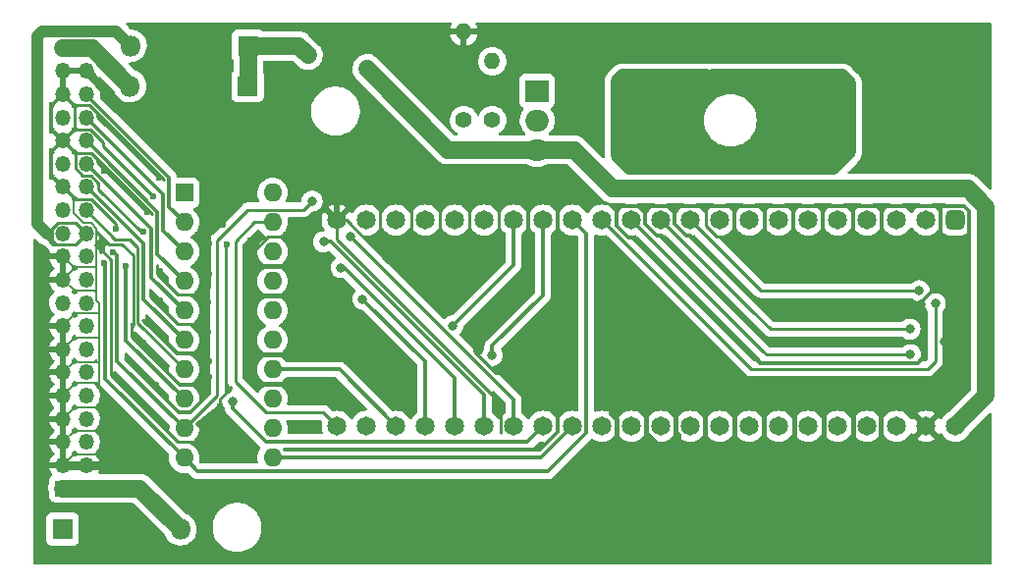
<source format=gbr>
%TF.GenerationSoftware,KiCad,Pcbnew,(6.0.2)*%
%TF.CreationDate,2022-07-01T05:11:33-06:00*%
%TF.ProjectId,PowerBook_F4Lite_THTV1,506f7765-7242-46f6-9f6b-5f46344c6974,rev?*%
%TF.SameCoordinates,Original*%
%TF.FileFunction,Copper,L2,Bot*%
%TF.FilePolarity,Positive*%
%FSLAX46Y46*%
G04 Gerber Fmt 4.6, Leading zero omitted, Abs format (unit mm)*
G04 Created by KiCad (PCBNEW (6.0.2)) date 2022-07-01 05:11:33*
%MOMM*%
%LPD*%
G01*
G04 APERTURE LIST*
G04 Aperture macros list*
%AMRoundRect*
0 Rectangle with rounded corners*
0 $1 Rounding radius*
0 $2 $3 $4 $5 $6 $7 $8 $9 X,Y pos of 4 corners*
0 Add a 4 corners polygon primitive as box body*
4,1,4,$2,$3,$4,$5,$6,$7,$8,$9,$2,$3,0*
0 Add four circle primitives for the rounded corners*
1,1,$1+$1,$2,$3*
1,1,$1+$1,$4,$5*
1,1,$1+$1,$6,$7*
1,1,$1+$1,$8,$9*
0 Add four rect primitives between the rounded corners*
20,1,$1+$1,$2,$3,$4,$5,0*
20,1,$1+$1,$4,$5,$6,$7,0*
20,1,$1+$1,$6,$7,$8,$9,0*
20,1,$1+$1,$8,$9,$2,$3,0*%
G04 Aperture macros list end*
%TA.AperFunction,ComponentPad*%
%ADD10R,1.350000X1.350000*%
%TD*%
%TA.AperFunction,ComponentPad*%
%ADD11O,1.350000X1.350000*%
%TD*%
%TA.AperFunction,ComponentPad*%
%ADD12R,1.800000X1.800000*%
%TD*%
%TA.AperFunction,ComponentPad*%
%ADD13O,1.800000X1.800000*%
%TD*%
%TA.AperFunction,ComponentPad*%
%ADD14C,1.400000*%
%TD*%
%TA.AperFunction,ComponentPad*%
%ADD15O,1.400000X1.400000*%
%TD*%
%TA.AperFunction,ComponentPad*%
%ADD16R,2.000000X1.905000*%
%TD*%
%TA.AperFunction,ComponentPad*%
%ADD17O,2.000000X1.905000*%
%TD*%
%TA.AperFunction,ComponentPad*%
%ADD18R,1.600000X1.600000*%
%TD*%
%TA.AperFunction,ComponentPad*%
%ADD19O,1.600000X1.600000*%
%TD*%
%TA.AperFunction,ComponentPad*%
%ADD20C,1.270000*%
%TD*%
%TA.AperFunction,ComponentPad*%
%ADD21RoundRect,0.412500X-0.412500X0.412500X-0.412500X-0.412500X0.412500X-0.412500X0.412500X0.412500X0*%
%TD*%
%TA.AperFunction,ComponentPad*%
%ADD22C,1.650000*%
%TD*%
%TA.AperFunction,ViaPad*%
%ADD23C,0.600000*%
%TD*%
%TA.AperFunction,ViaPad*%
%ADD24C,0.800000*%
%TD*%
%TA.AperFunction,Conductor*%
%ADD25C,0.250000*%
%TD*%
%TA.AperFunction,Conductor*%
%ADD26C,0.220000*%
%TD*%
%TA.AperFunction,Conductor*%
%ADD27C,0.330000*%
%TD*%
%TA.AperFunction,Conductor*%
%ADD28C,0.450000*%
%TD*%
%TA.AperFunction,Conductor*%
%ADD29C,0.200000*%
%TD*%
%TA.AperFunction,Conductor*%
%ADD30C,0.750000*%
%TD*%
%TA.AperFunction,Conductor*%
%ADD31C,0.140000*%
%TD*%
%TA.AperFunction,Conductor*%
%ADD32C,0.500000*%
%TD*%
%TA.AperFunction,Conductor*%
%ADD33C,1.000000*%
%TD*%
%TA.AperFunction,Conductor*%
%ADD34C,1.500000*%
%TD*%
G04 APERTURE END LIST*
D10*
%TO.P,J2,1*%
%TO.N,Net-(D2-Pad2)*%
X68232020Y-100892940D03*
D11*
%TO.P,J2,2*%
X70232020Y-100892940D03*
%TO.P,J2,3*%
%TO.N,GND*%
X68232020Y-98892940D03*
%TO.P,J2,4*%
X70232020Y-98892940D03*
%TO.P,J2,5*%
X68232020Y-96892940D03*
%TO.P,J2,6*%
%TO.N,DB0*%
X70232020Y-96892940D03*
%TO.P,J2,7*%
%TO.N,GND*%
X68232020Y-94892940D03*
%TO.P,J2,8*%
%TO.N,DB1*%
X70232020Y-94892940D03*
%TO.P,J2,9*%
%TO.N,GND*%
X68232020Y-92892940D03*
%TO.P,J2,10*%
%TO.N,DB2*%
X70232020Y-92892940D03*
%TO.P,J2,11*%
%TO.N,GND*%
X68232020Y-90892940D03*
%TO.P,J2,12*%
%TO.N,DB3*%
X70232020Y-90892940D03*
%TO.P,J2,13*%
%TO.N,GND*%
X68232020Y-88892940D03*
%TO.P,J2,14*%
%TO.N,DB4*%
X70232020Y-88892940D03*
%TO.P,J2,15*%
%TO.N,GND*%
X68232020Y-86892940D03*
%TO.P,J2,16*%
%TO.N,DB5*%
X70232020Y-86892940D03*
%TO.P,J2,18*%
%TO.N,DB6*%
X70232020Y-84892940D03*
%TO.P,J2,19*%
%TO.N,GND*%
X68232020Y-82892940D03*
%TO.P,J2,20*%
%TO.N,DB7*%
X70232020Y-82892940D03*
%TO.P,J2,21*%
%TO.N,GND*%
X68232020Y-80892940D03*
%TO.P,J2,22*%
%TO.N,DBParity*%
X70232020Y-80892940D03*
%TO.P,J2,23*%
%TO.N,GND*%
X68232020Y-78892940D03*
%TO.P,J2,24*%
%TO.N,Net-(D1-Pad2)*%
X70232020Y-78892940D03*
%TO.P,J2,25*%
%TO.N,ATN*%
X68232020Y-76892940D03*
%TO.P,J2,26*%
%TO.N,BSY*%
X70232020Y-76892940D03*
%TO.P,J2,27*%
%TO.N,GND*%
X68232020Y-74892940D03*
%TO.P,J2,28*%
%TO.N,ACK*%
X70232020Y-74892940D03*
%TO.P,J2,29*%
%TO.N,RST*%
X68232020Y-72892940D03*
%TO.P,J2,30*%
%TO.N,MSG*%
X70232020Y-72892940D03*
%TO.P,J2,31*%
%TO.N,GND*%
X68232020Y-70892940D03*
%TO.P,J2,32*%
%TO.N,SEL*%
X70232020Y-70892940D03*
%TO.P,J2,33*%
%TO.N,I_O*%
X68232020Y-68892940D03*
%TO.P,J2,34*%
%TO.N,C_D*%
X70232020Y-68892940D03*
%TO.P,J2,35*%
%TO.N,GND*%
X68232020Y-66892940D03*
%TO.P,J2,36*%
%TO.N,REQ*%
X70232020Y-66892940D03*
%TO.P,J2,37*%
%TO.N,GND*%
X68232020Y-64892940D03*
%TO.P,J2,38*%
X70232020Y-64892940D03*
%TO.P,J2,39*%
%TO.N,Net-(D3-Pad2)*%
X68232020Y-62892940D03*
%TO.P,J2,40*%
X70232020Y-62892940D03*
%TO.P,J2,NC*%
%TO.N,N/C*%
X68232020Y-84892940D03*
%TD*%
D12*
%TO.P,D2,1*%
%TO.N,Net-(D1-Pad1)*%
X68196460Y-104406700D03*
D13*
%TO.P,D2,2*%
%TO.N,Net-(D2-Pad2)*%
X78356460Y-104406700D03*
%TD*%
D12*
%TO.P,D3,1*%
%TO.N,Net-(D1-Pad1)*%
X84173060Y-66179700D03*
D13*
%TO.P,D3,2*%
%TO.N,Net-(D3-Pad2)*%
X74013060Y-66179700D03*
%TD*%
D14*
%TO.P,R1,1*%
%TO.N,Net-(C2-Pad1)*%
X102802594Y-69135792D03*
D15*
%TO.P,R1,2*%
%TO.N,GND*%
X102802594Y-61515792D03*
%TD*%
D14*
%TO.P,R2,1*%
%TO.N,VBUS*%
X105261315Y-69135793D03*
D15*
%TO.P,R2,2*%
%TO.N,Net-(C2-Pad1)*%
X105261315Y-64055793D03*
%TD*%
D16*
%TO.P,U1,1*%
%TO.N,Net-(C2-Pad1)*%
X109134815Y-66608493D03*
D17*
%TO.P,U1,2*%
%TO.N,VBUS*%
X109134815Y-69148493D03*
%TO.P,U1,3*%
%TO.N,+5V*%
X109134815Y-71688493D03*
%TD*%
D18*
%TO.P,U2,1*%
%TO.N,VBUS*%
X78689200Y-75402440D03*
D19*
%TO.P,U2,2*%
%TO.N,REQ*%
X78689200Y-77942440D03*
%TO.P,U2,3*%
%TO.N,C_D*%
X78689200Y-80482440D03*
%TO.P,U2,4*%
%TO.N,SEL*%
X78689200Y-83022440D03*
%TO.P,U2,5*%
%TO.N,MSG*%
X78689200Y-85562440D03*
%TO.P,U2,6*%
%TO.N,ACK*%
X78689200Y-88102440D03*
%TO.P,U2,7*%
%TO.N,BSY*%
X78689200Y-90642440D03*
%TO.P,U2,8*%
%TO.N,I_O*%
X78689200Y-93182440D03*
%TO.P,U2,9*%
%TO.N,RST*%
X78689200Y-95722440D03*
%TO.P,U2,10*%
%TO.N,ATN*%
X78689200Y-98262440D03*
%TO.P,U2,11*%
%TO.N,DB0*%
X86309200Y-98262440D03*
%TO.P,U2,12*%
%TO.N,DB1*%
X86309200Y-95722440D03*
%TO.P,U2,13*%
%TO.N,DB2*%
X86309200Y-93182440D03*
%TO.P,U2,14*%
%TO.N,DB3*%
X86309200Y-90642440D03*
%TO.P,U2,15*%
%TO.N,DB4*%
X86309200Y-88102440D03*
%TO.P,U2,16*%
%TO.N,DB5*%
X86309200Y-85562440D03*
%TO.P,U2,17*%
%TO.N,DB6*%
X86309200Y-83022440D03*
%TO.P,U2,18*%
%TO.N,DB7*%
X86309200Y-80482440D03*
%TO.P,U2,19*%
%TO.N,DBParity*%
X86309200Y-77942440D03*
%TO.P,U2,20*%
%TO.N,VBUS*%
X86309200Y-75402440D03*
%TD*%
D12*
%TO.P,D1,1*%
%TO.N,Net-(D1-Pad1)*%
X84218780Y-62720220D03*
D13*
%TO.P,D1,2*%
%TO.N,Net-(D1-Pad2)*%
X74058780Y-62720220D03*
%TD*%
D20*
%TO.P,F1,1*%
%TO.N,Net-(D1-Pad1)*%
X89372440Y-63545720D03*
%TO.P,F1,2*%
%TO.N,+5V*%
X94452440Y-64688720D03*
%TD*%
D21*
%TO.P,U3,1*%
%TO.N,Net-(U3-Pad1)*%
X145211800Y-77739240D03*
D22*
%TO.P,U3,2*%
%TO.N,Net-(U3-Pad2)*%
X142671800Y-77739240D03*
%TO.P,U3,3*%
%TO.N,Net-(U3-Pad3)*%
X140131800Y-77739240D03*
%TO.P,U3,4*%
%TO.N,Net-(U3-Pad4)*%
X137591800Y-77739240D03*
%TO.P,U3,5*%
%TO.N,Net-(U3-Pad5)*%
X135051800Y-77739240D03*
%TO.P,U3,6*%
%TO.N,Net-(U3-Pad6)*%
X132511800Y-77739240D03*
%TO.P,U3,7*%
%TO.N,Net-(U3-Pad7)*%
X129971800Y-77739240D03*
%TO.P,U3,8*%
%TO.N,Net-(U3-Pad8)*%
X127431800Y-77739240D03*
%TO.P,U3,9*%
%TO.N,Net-(U3-Pad9)*%
X124891800Y-77739240D03*
%TO.P,U3,10*%
%TO.N,SD_CD*%
X122351800Y-77739240D03*
%TO.P,U3,11*%
%TO.N,SD_CLK*%
X119811800Y-77739240D03*
%TO.P,U3,12*%
%TO.N,MISO*%
X117271800Y-77739240D03*
%TO.P,U3,13*%
%TO.N,MOSI*%
X114731800Y-77739240D03*
%TO.P,U3,14*%
%TO.N,ATN*%
X112191800Y-77739240D03*
%TO.P,U3,15*%
%TO.N,BSY*%
X109651800Y-77739240D03*
%TO.P,U3,16*%
%TO.N,ACK*%
X107111800Y-77739240D03*
%TO.P,U3,17*%
%TO.N,Net-(U3-Pad17)*%
X104571800Y-77739240D03*
%TO.P,U3,18*%
%TO.N,Net-(U3-Pad18)*%
X102031800Y-77739240D03*
%TO.P,U3,19*%
%TO.N,Net-(U3-Pad19)*%
X99491800Y-77739240D03*
%TO.P,U3,20*%
%TO.N,Net-(U3-Pad20)*%
X96951800Y-77739240D03*
%TO.P,U3,21*%
%TO.N,RST*%
X94411800Y-77739240D03*
%TO.P,U3,22*%
%TO.N,GND*%
X91871800Y-77739240D03*
%TO.P,U3,23*%
%TO.N,DBParity*%
X91871800Y-95519240D03*
%TO.P,U3,24*%
%TO.N,Net-(U3-Pad24)*%
X94411800Y-95519240D03*
%TO.P,U3,25*%
%TO.N,DB3*%
X96951800Y-95519240D03*
%TO.P,U3,26*%
%TO.N,MSG*%
X99491800Y-95519240D03*
%TO.P,U3,27*%
%TO.N,SEL*%
X102031800Y-95519240D03*
%TO.P,U3,28*%
%TO.N,C_D*%
X104571800Y-95519240D03*
%TO.P,U3,29*%
%TO.N,REQ*%
X107111800Y-95519240D03*
%TO.P,U3,30*%
%TO.N,I_O*%
X109651800Y-95519240D03*
%TO.P,U3,31*%
%TO.N,DB0*%
X112191800Y-95519240D03*
%TO.P,U3,32*%
%TO.N,DB1*%
X114731800Y-95519240D03*
%TO.P,U3,33*%
%TO.N,DB2*%
X117271800Y-95519240D03*
%TO.P,U3,34*%
%TO.N,DB4*%
X119811800Y-95519240D03*
%TO.P,U3,35*%
%TO.N,DB5*%
X122351800Y-95519240D03*
%TO.P,U3,36*%
%TO.N,DB6*%
X124891800Y-95519240D03*
%TO.P,U3,37*%
%TO.N,DB7*%
X127431800Y-95519240D03*
%TO.P,U3,38*%
%TO.N,Net-(U3-Pad38)*%
X129971800Y-95519240D03*
%TO.P,U3,39*%
%TO.N,Net-(U3-Pad39)*%
X132511800Y-95519240D03*
%TO.P,U3,40*%
%TO.N,Net-(U3-Pad40)*%
X135051800Y-95519240D03*
%TO.P,U3,41*%
%TO.N,Net-(U3-Pad41)*%
X137591800Y-95519240D03*
%TO.P,U3,42*%
%TO.N,3v3*%
X140131800Y-95519240D03*
%TO.P,U3,43*%
%TO.N,GND*%
X142671800Y-95519240D03*
%TO.P,U3,44*%
%TO.N,+5V*%
X145211800Y-95519240D03*
%TD*%
D23*
%TO.N,GND*%
X105830000Y-93980000D03*
X71820000Y-73460000D03*
X84340000Y-91060000D03*
X84170000Y-89400000D03*
X84220000Y-87040000D03*
X84180000Y-84490000D03*
X84310000Y-81960000D03*
X84430000Y-79540000D03*
X82390000Y-79830000D03*
X76490000Y-74090000D03*
X75150000Y-78790000D03*
X75500000Y-77050000D03*
X76020000Y-75660000D03*
X71570000Y-79520000D03*
%TO.N,ATN*%
X71780000Y-81440000D03*
%TO.N,RST*%
X72550000Y-80500000D03*
%TO.N,I_O*%
X73670000Y-81710000D03*
%TO.N,GND*%
X74200000Y-90060000D03*
X80280000Y-92700000D03*
X87920000Y-85910000D03*
X88300000Y-87440000D03*
D24*
X130390000Y-85390000D03*
X130430000Y-88250000D03*
X143070000Y-82650000D03*
X142220000Y-85020000D03*
X140230000Y-88250000D03*
X142270000Y-88250000D03*
X144240000Y-88250000D03*
%TO.N,MISO*%
X141325000Y-89355000D03*
%TO.N,SD_CLK*%
X141275000Y-87155000D03*
%TO.N,MOSI*%
X143465000Y-84955000D03*
%TO.N,SD_CD*%
X142060000Y-83840000D03*
D23*
%TO.N,GND*%
X81808320Y-93850460D03*
X117366038Y-91759782D03*
X81130140Y-95735140D03*
X87215980Y-101099620D03*
X89855819Y-95264461D03*
X87805260Y-83708240D03*
X76635610Y-84684870D03*
X109287801Y-86772259D03*
X110831630Y-79002890D03*
D24*
X84998560Y-69321680D03*
D23*
X80853280Y-89908380D03*
X99268280Y-63207900D03*
X100959920Y-61379100D03*
X89087960Y-72229980D03*
X82649060Y-95737680D03*
X107327700Y-89931240D03*
X80863440Y-79789020D03*
X74688700Y-98402140D03*
D24*
X83779360Y-69321680D03*
D23*
X77167740Y-95618300D03*
X80876140Y-91295220D03*
X80863440Y-82349340D03*
D24*
X77624940Y-71737220D03*
X75107800Y-88404700D03*
D23*
X111533940Y-89969340D03*
D24*
X75984100Y-70497700D03*
D23*
X84119720Y-98209100D03*
X87861140Y-81170780D03*
X80881220Y-98209100D03*
X66377820Y-106657140D03*
X118550204Y-90494336D03*
X82077560Y-77122020D03*
X80756760Y-87398860D03*
X73441560Y-95826580D03*
D24*
X79621380Y-71704200D03*
D23*
X96866570Y-81347450D03*
X95801180Y-79159100D03*
X72826111Y-78509629D03*
X115155980Y-100121720D03*
X95746570Y-76102210D03*
X111765080Y-81592420D03*
X108273710Y-81347450D03*
X119812286Y-89123034D03*
X104841508Y-61437052D03*
X88638380Y-88788240D03*
X76645770Y-82094070D03*
X106066450Y-81347450D03*
X76260739Y-91957939D03*
X110919260Y-94155260D03*
X108397040Y-94068900D03*
X80779620Y-84869020D03*
X97315020Y-64996060D03*
X97061020Y-91831160D03*
X75660000Y-86667340D03*
D24*
X147563840Y-106669840D03*
D23*
X72975721Y-98392999D03*
X101576361Y-84608179D03*
X88988900Y-91831160D03*
X111765080Y-84198460D03*
X98231960Y-94155260D03*
X113474500Y-76205080D03*
X110659401Y-86772259D03*
X108374180Y-75989180D03*
X88374220Y-95948500D03*
X103724850Y-87237430D03*
D24*
%TO.N,VBUS*%
X127414020Y-65519300D03*
X122501660Y-69232780D03*
X123606560Y-65493900D03*
X123576080Y-73101200D03*
X127398780Y-73088500D03*
%TO.N,BSY*%
X105260000Y-89410000D03*
%TO.N,ACK*%
X101851460Y-86862920D03*
%TO.N,RST*%
X89722960Y-76106020D03*
%TO.N,MSG*%
X94079060Y-84554060D03*
%TO.N,SEL*%
X92215338Y-81849598D03*
%TO.N,C_D*%
X90718640Y-79620110D03*
%TO.N,REQ*%
X93032580Y-79176242D03*
%TO.N,I_O*%
X82882740Y-93362780D03*
%TD*%
D25*
%TO.N,GND*%
X82700000Y-92290000D02*
X82700000Y-92140000D01*
X82470000Y-92520000D02*
X82700000Y-92290000D01*
X81808320Y-93181680D02*
X82470000Y-92520000D01*
X81808320Y-93850460D02*
X81808320Y-93181680D01*
%TO.N,DBParity*%
X90700001Y-94347441D02*
X91871800Y-95519240D01*
X85749999Y-94347441D02*
X90700001Y-94347441D01*
X83100000Y-79610000D02*
X83100000Y-91697442D01*
X84767560Y-77942440D02*
X83100000Y-79610000D01*
X83100000Y-91697442D02*
X85749999Y-94347441D01*
X86309200Y-77942440D02*
X84767560Y-77942440D01*
%TO.N,RST*%
X81530000Y-92881640D02*
X78689200Y-95722440D01*
X81530000Y-79520000D02*
X81530000Y-92881640D01*
X84182071Y-76867929D02*
X81530000Y-79520000D01*
X88961051Y-76867929D02*
X84182071Y-76867929D01*
X89722960Y-76106020D02*
X88961051Y-76867929D01*
%TO.N,GND*%
X71210000Y-68810000D02*
X71210000Y-68590000D01*
X71210000Y-68590000D02*
X71234571Y-68565429D01*
X76490000Y-74090000D02*
X71210000Y-68810000D01*
X69226571Y-69943429D02*
X69226571Y-67889311D01*
D26*
X69287941Y-67827941D02*
X70517605Y-67827941D01*
D25*
X69226571Y-69943429D02*
X69181531Y-69943429D01*
D26*
X69167021Y-67827941D02*
X69287941Y-67827941D01*
D25*
X69226571Y-67889311D02*
X69287941Y-67827941D01*
X70625321Y-69943429D02*
X69226571Y-69943429D01*
X69181531Y-69943429D02*
X68232020Y-70892940D01*
X71720000Y-71038108D02*
X70625321Y-69943429D01*
X71720000Y-71360000D02*
X71720000Y-71038108D01*
X76020000Y-75660000D02*
X71720000Y-71360000D01*
X71190000Y-72472496D02*
X71163752Y-72446248D01*
X71190000Y-72740000D02*
X71190000Y-72472496D01*
X75500000Y-77050000D02*
X71190000Y-72740000D01*
X71280000Y-74562496D02*
X71280000Y-75070000D01*
X70660933Y-73943429D02*
X71280000Y-74562496D01*
X69939697Y-73943429D02*
X70660933Y-73943429D01*
X71280000Y-75070000D02*
X75000000Y-78790000D01*
X69282509Y-73286241D02*
X69939697Y-73943429D01*
X75000000Y-78790000D02*
X75150000Y-78790000D01*
X69282509Y-71943429D02*
X69282509Y-73286241D01*
X68232020Y-70892940D02*
X69282509Y-71943429D01*
X74293521Y-80773521D02*
X73329520Y-79809520D01*
X74293521Y-86831379D02*
X74293521Y-80773521D01*
X73329520Y-79809520D02*
X72169520Y-79809520D01*
X74155300Y-86969600D02*
X74293521Y-86831379D01*
X72169520Y-79809520D02*
X71670000Y-79310000D01*
X71181531Y-78821531D02*
X71181531Y-78717021D01*
X71670000Y-79310000D02*
X71181531Y-78821531D01*
X71670000Y-80480000D02*
X71670000Y-79310000D01*
X72397369Y-81207369D02*
X71670000Y-80480000D01*
X72397369Y-89100911D02*
X72397369Y-81207369D01*
X72389790Y-89108490D02*
X72397369Y-89100911D01*
X72389790Y-89369690D02*
X72389790Y-89108490D01*
X78149199Y-96847441D02*
X72397370Y-91095612D01*
X80017839Y-96847441D02*
X78149199Y-96847441D01*
X72397370Y-91095612D02*
X72397370Y-89377270D01*
X72397370Y-89377270D02*
X72389790Y-89369690D01*
X81130140Y-95735140D02*
X80017839Y-96847441D01*
%TO.N,BSY*%
X72749080Y-79410000D02*
X70232020Y-76892940D01*
X74010000Y-79410000D02*
X72749080Y-79410000D01*
X74693041Y-80093041D02*
X74010000Y-79410000D01*
X74693041Y-86646281D02*
X74693041Y-80093041D01*
X78689200Y-90642440D02*
X74693041Y-86646281D01*
D27*
%TO.N,ATN*%
X71899780Y-91473020D02*
X78689200Y-98262440D01*
X71783108Y-81476216D02*
X71899780Y-81592888D01*
X71899780Y-81592888D02*
X71899780Y-91473020D01*
D26*
%TO.N,GND*%
X81808320Y-93850460D02*
X81808320Y-93504510D01*
D27*
%TO.N,BSY*%
X109651800Y-84218780D02*
X109651800Y-77739240D01*
X105260000Y-89410000D02*
X105260000Y-88610580D01*
X105260000Y-88610580D02*
X109651800Y-84218780D01*
%TO.N,GND*%
X130390000Y-85390000D02*
X129830000Y-85390000D01*
X130430000Y-88250000D02*
X129060000Y-88250000D01*
D28*
X138791311Y-96458689D02*
X138760000Y-96490000D01*
X138668199Y-93548199D02*
X138791311Y-93671311D01*
X138668199Y-93548199D02*
X139118199Y-93548199D01*
X138791311Y-93671311D02*
X138791311Y-96458689D01*
X136468199Y-93548199D02*
X138668199Y-93548199D01*
X136392289Y-96617711D02*
X136350000Y-96660000D01*
X136392289Y-93624109D02*
X136392289Y-96617711D01*
X136468199Y-93548199D02*
X136392289Y-93624109D01*
X133868199Y-93548199D02*
X136468199Y-93548199D01*
X133852289Y-96592289D02*
X133860000Y-96600000D01*
X133852289Y-93564109D02*
X133852289Y-96592289D01*
X133868199Y-93548199D02*
X133852289Y-93564109D01*
X131431801Y-93548199D02*
X133868199Y-93548199D01*
X131312289Y-93667711D02*
X131312289Y-96672289D01*
X131431801Y-93548199D02*
X131312289Y-93667711D01*
X128681801Y-93548199D02*
X131431801Y-93548199D01*
X128681801Y-93548199D02*
X128681801Y-93218321D01*
X139118199Y-93548199D02*
X139270000Y-93700000D01*
X128681801Y-98317999D02*
X128681801Y-93548199D01*
D27*
X142220000Y-84820000D02*
X142220000Y-85020000D01*
X143240000Y-83800000D02*
X142220000Y-84820000D01*
X140230000Y-88250000D02*
X130430000Y-88250000D01*
X142270000Y-88250000D02*
X140230000Y-88250000D01*
X142560000Y-89450000D02*
X142560000Y-88250000D01*
X128309511Y-90069511D02*
X141940489Y-90069511D01*
X128190000Y-89950000D02*
X128309511Y-90069511D01*
X117530000Y-79260000D02*
X128190000Y-89920000D01*
X128190000Y-89920000D02*
X128190000Y-89950000D01*
X141940489Y-90069511D02*
X142560000Y-89450000D01*
X115999260Y-76794360D02*
X115999260Y-78229260D01*
X115999260Y-78229260D02*
X117030000Y-79260000D01*
X117030000Y-79260000D02*
X117530000Y-79260000D01*
X119446960Y-79080000D02*
X118461801Y-78094841D01*
X119890000Y-79080000D02*
X119446960Y-79080000D01*
X142560000Y-88250000D02*
X142270000Y-88250000D01*
X142560000Y-88250000D02*
X142560000Y-86380000D01*
X129060000Y-88250000D02*
X119890000Y-79080000D01*
X121001801Y-77168039D02*
X120383001Y-76549239D01*
X122006960Y-79100000D02*
X121001801Y-78094841D01*
X128670000Y-85410000D02*
X122360000Y-79100000D01*
X129810000Y-85410000D02*
X128670000Y-85410000D01*
X129830000Y-85390000D02*
X129810000Y-85410000D01*
X141570000Y-85390000D02*
X130390000Y-85390000D01*
X142560000Y-86380000D02*
X141570000Y-85390000D01*
X121001801Y-78094841D02*
X121001801Y-77168039D01*
X122360000Y-79100000D02*
X122006960Y-79100000D01*
D25*
%TO.N,MOSI*%
X143465000Y-89955000D02*
X143465000Y-84955000D01*
X142830000Y-90590000D02*
X143465000Y-89955000D01*
X127582560Y-90590000D02*
X142830000Y-90590000D01*
X114731800Y-77739240D02*
X127582560Y-90590000D01*
%TO.N,MISO*%
X128887560Y-89355000D02*
X128632560Y-89100000D01*
X141325000Y-89355000D02*
X128887560Y-89355000D01*
X117271800Y-77739240D02*
X128632560Y-89100000D01*
%TO.N,SD_CLK*%
X129227560Y-87155000D02*
X127662560Y-85590000D01*
X141275000Y-87155000D02*
X129227560Y-87155000D01*
X119811800Y-77739240D02*
X127662560Y-85590000D01*
%TO.N,SD_CD*%
X128452560Y-83840000D02*
X142060000Y-83840000D01*
X122351800Y-77739240D02*
X128452560Y-83840000D01*
D27*
%TO.N,GND*%
X78189040Y-71833520D02*
X80139760Y-71833520D01*
X80139760Y-71833520D02*
X82407540Y-71833520D01*
D25*
X80863440Y-82349340D02*
X80863440Y-83517740D01*
X80863440Y-79789020D02*
X80863440Y-82349340D01*
X82077560Y-77122020D02*
X82077560Y-78209140D01*
D27*
X111765080Y-81592420D02*
X111765080Y-79936340D01*
X111765080Y-84198460D02*
X111765080Y-81592420D01*
D25*
X95801180Y-79159100D02*
X95561801Y-78919721D01*
D29*
X134965440Y-97325180D02*
X134965440Y-96987360D01*
X137383520Y-97035620D02*
X137383520Y-97035620D01*
D28*
X118521801Y-96096141D02*
X118521801Y-94696601D01*
D27*
X131253219Y-76549239D02*
X131253219Y-79330561D01*
D30*
X72475780Y-98892940D02*
X72975721Y-98392999D01*
D28*
X115483640Y-80020160D02*
X115483640Y-94421078D01*
D31*
X71127021Y-84708401D02*
X71127021Y-83861239D01*
D25*
X78020738Y-89281000D02*
X75092560Y-86352822D01*
X103294180Y-79573120D02*
X103294180Y-76626720D01*
D28*
X84612480Y-84411820D02*
X84612480Y-82128360D01*
D27*
X128746261Y-76549239D02*
X128746261Y-78797139D01*
D31*
X70656922Y-77993240D02*
X70007718Y-77993240D01*
D28*
X122219720Y-99794060D02*
X121269760Y-98844100D01*
D27*
X118461801Y-78094841D02*
X118461801Y-77168039D01*
D25*
X105961799Y-93539101D02*
X105961799Y-96065959D01*
D27*
X82407540Y-71833520D02*
X83776380Y-70464680D01*
D28*
X126141801Y-96119241D02*
X126141801Y-94409581D01*
X84612480Y-87026922D02*
X84612480Y-91224100D01*
D27*
X133732259Y-76549239D02*
X133732259Y-79609961D01*
X118461801Y-77168039D02*
X117843001Y-76549239D01*
D31*
X69175939Y-81949021D02*
X69175939Y-81836859D01*
X71361300Y-84942680D02*
X71127021Y-84708401D01*
D27*
X117621061Y-76549239D02*
X115853221Y-76549239D01*
D31*
X69192140Y-97932820D02*
X71180380Y-97932820D01*
D28*
X84851961Y-86787441D02*
X84612480Y-87026922D01*
D31*
X71278039Y-85787941D02*
X71361300Y-85704680D01*
D28*
X86933482Y-91831160D02*
X88988900Y-91831160D01*
D32*
X84998560Y-69321680D02*
X87091520Y-69321680D01*
D31*
X69200320Y-87924640D02*
X71361300Y-87924640D01*
D27*
X138813540Y-76608940D02*
X138813540Y-78793340D01*
D25*
X96866570Y-81347450D02*
X98507410Y-81347450D01*
D28*
X115981801Y-94919239D02*
X115981801Y-97124199D01*
D27*
X146401810Y-77004682D02*
X146401810Y-79089230D01*
X110831630Y-86203790D02*
X106116120Y-90919300D01*
D25*
X79928720Y-89281000D02*
X78020738Y-89281000D01*
D31*
X69127021Y-89997939D02*
X71231101Y-89997939D01*
D28*
X121269760Y-98844100D02*
X118521801Y-96096141D01*
X127205740Y-99794060D02*
X128681801Y-98317999D01*
D31*
X71361300Y-92047060D02*
X71361300Y-91861640D01*
X68232020Y-80892940D02*
X69175939Y-81836859D01*
D25*
X91871800Y-79449102D02*
X105961799Y-93539101D01*
X106066450Y-79155150D02*
X105816400Y-78905100D01*
D31*
X69127021Y-75787941D02*
X68232020Y-74892940D01*
D27*
X145946367Y-76549239D02*
X146401810Y-77004682D01*
D25*
X80139760Y-73578940D02*
X80863440Y-74302620D01*
D27*
X141235419Y-76549239D02*
X141401800Y-76715620D01*
D26*
X70517605Y-67827941D02*
X76951840Y-74262176D01*
D25*
X96866570Y-80224490D02*
X95801180Y-79159100D01*
X103724850Y-87237430D02*
X103724850Y-89093032D01*
D31*
X71231101Y-89997939D02*
X71361300Y-89867740D01*
D28*
X126116080Y-96144962D02*
X126141801Y-96119241D01*
D31*
X68232020Y-92892940D02*
X69337019Y-91787941D01*
D25*
X74155300Y-87773542D02*
X74155300Y-86969600D01*
D27*
X88786479Y-95264461D02*
X88374220Y-95676720D01*
X143877041Y-76549239D02*
X145946367Y-76549239D01*
X80876140Y-91295220D02*
X80248760Y-91922600D01*
D28*
X123634500Y-99501960D02*
X123634500Y-95745300D01*
D27*
X75276710Y-86414152D02*
X78143558Y-89281000D01*
D25*
X85914198Y-79212440D02*
X87086440Y-79212440D01*
D27*
X110921800Y-76205080D02*
X110921800Y-78912720D01*
D25*
X76352400Y-82350642D02*
X76352400Y-81653380D01*
X80233739Y-84147441D02*
X78149199Y-84147441D01*
D27*
X110921800Y-78912720D02*
X110831630Y-79002890D01*
X110831630Y-79002890D02*
X110831630Y-86203790D01*
D26*
X68232020Y-66892940D02*
X69167021Y-67827941D01*
D25*
X96866570Y-81347450D02*
X96276790Y-81347450D01*
D31*
X71361300Y-91861640D02*
X71361300Y-89867740D01*
D30*
X70232020Y-64892940D02*
X71856600Y-66517520D01*
D25*
X80139760Y-71833520D02*
X80139760Y-72545160D01*
D31*
X71287601Y-91787941D02*
X71361300Y-91861640D01*
D27*
X120383001Y-76549239D02*
X123691661Y-76549239D01*
D31*
X69175939Y-81836859D02*
X71127021Y-81836859D01*
D25*
X79219841Y-86687441D02*
X78149199Y-86687441D01*
D31*
X70871080Y-95918020D02*
X70873620Y-95920560D01*
D27*
X67242019Y-71882941D02*
X67242019Y-73902939D01*
D25*
X80139760Y-71833520D02*
X80139760Y-73578940D01*
D28*
X121061801Y-96079243D02*
X121061801Y-94551821D01*
D27*
X80876140Y-92719702D02*
X79248401Y-94347441D01*
X80248760Y-91922600D02*
X78304358Y-91922600D01*
X79854201Y-95306985D02*
X81808320Y-93850460D01*
X143877041Y-76549239D02*
X143877041Y-79485501D01*
D26*
X69297019Y-75957939D02*
X70680821Y-75957939D01*
D27*
X128746261Y-76549239D02*
X131253219Y-76549239D01*
D31*
X68232020Y-90892940D02*
X69127021Y-89997939D01*
D28*
X84776859Y-84247441D02*
X87139059Y-84247441D01*
D26*
X70680821Y-75957939D02*
X72826111Y-78103229D01*
D28*
X123634500Y-95745300D02*
X123601801Y-95712601D01*
D25*
X84612480Y-82128360D02*
X84612480Y-80514158D01*
D28*
X123342400Y-99794060D02*
X123634500Y-99501960D01*
D31*
X69127021Y-77112543D02*
X69127021Y-75787941D01*
D27*
X108374180Y-81246980D02*
X108273710Y-81347450D01*
D31*
X69244020Y-93880940D02*
X71391780Y-93880940D01*
X71361300Y-85704680D02*
X71361300Y-84942680D01*
D25*
X105551118Y-90919300D02*
X106116120Y-90919300D01*
X96866570Y-81347450D02*
X96866570Y-80509250D01*
D27*
X133732259Y-76549239D02*
X136343401Y-76549239D01*
D28*
X84612480Y-82128360D02*
X85033399Y-81707441D01*
D25*
X82077560Y-74482960D02*
X82077560Y-77122020D01*
D26*
X68232020Y-74892940D02*
X69297019Y-75957939D01*
D25*
X80139760Y-72545160D02*
X82077560Y-74482960D01*
D31*
X69337019Y-91787941D02*
X71287601Y-91787941D01*
D27*
X67242019Y-67882941D02*
X67242019Y-69902939D01*
X78143558Y-89281000D02*
X79928720Y-89281000D01*
D28*
X87324479Y-81707441D02*
X87861140Y-81170780D01*
D25*
X101576361Y-84608179D02*
X101576361Y-81290939D01*
D27*
X108374180Y-75989180D02*
X108374180Y-81246980D01*
X88374220Y-95676720D02*
X88374220Y-95948500D01*
D28*
X121269760Y-96287202D02*
X121061801Y-96079243D01*
D25*
X92668580Y-77739240D02*
X91871800Y-77739240D01*
D27*
X131253219Y-76549239D02*
X133732259Y-76549239D01*
D25*
X80789780Y-78209140D02*
X79931479Y-79067441D01*
X123691661Y-76549239D02*
X123691661Y-78241103D01*
D32*
X87091520Y-69321680D02*
X91871800Y-74101960D01*
D27*
X108273710Y-81347450D02*
X108273710Y-82889230D01*
D25*
X106066450Y-81347450D02*
X106066450Y-79155150D01*
D27*
X110919260Y-94155260D02*
X110919260Y-96012982D01*
D31*
X68232020Y-94892940D02*
X69244020Y-93880940D01*
D28*
X84612480Y-91224100D02*
X85255821Y-91867441D01*
D31*
X71127021Y-78463339D02*
X70656922Y-77993240D01*
D28*
X84612480Y-87026922D02*
X84612480Y-84411820D01*
X121269760Y-98844100D02*
X121269760Y-96287202D01*
D27*
X82756316Y-98209100D02*
X79854201Y-95306985D01*
X67242019Y-69902939D02*
X68232020Y-70892940D01*
X123691661Y-76549239D02*
X126119879Y-76549239D01*
D25*
X98247200Y-79128620D02*
X98247200Y-76471780D01*
D31*
X68232020Y-98892940D02*
X69192140Y-97932820D01*
D25*
X100771960Y-79082900D02*
X100771960Y-76761340D01*
D28*
X87678260Y-83708240D02*
X87805260Y-83708240D01*
X128681801Y-93218321D02*
X115483640Y-80020160D01*
D25*
X82077560Y-94787720D02*
X81130140Y-95735140D01*
X80863440Y-74302620D02*
X80863440Y-79789020D01*
D27*
X136343401Y-76549239D02*
X138753839Y-76549239D01*
X80876140Y-91295220D02*
X80876140Y-92719702D01*
D33*
X85205010Y-69321680D02*
X83779360Y-69321680D01*
D27*
X110919260Y-96012982D02*
X109355602Y-97576640D01*
D31*
X70873620Y-95920560D02*
X71498460Y-95920560D01*
D25*
X96866570Y-80509250D02*
X98247200Y-79128620D01*
D31*
X73441560Y-95826580D02*
X73441560Y-94127320D01*
X69200319Y-83861239D02*
X71127021Y-83861239D01*
X71127021Y-83861239D02*
X71127021Y-81836859D01*
D27*
X113474500Y-76205080D02*
X110921800Y-76205080D01*
D31*
X68232020Y-82892940D02*
X69175939Y-81949021D01*
D27*
X74918841Y-88392999D02*
X74302620Y-87776778D01*
X84119720Y-98209100D02*
X82756316Y-98209100D01*
D32*
X91871800Y-74101960D02*
X91871800Y-77739240D01*
D27*
X138753839Y-76549239D02*
X138813540Y-76608940D01*
D25*
X98507410Y-81347450D02*
X100771960Y-79082900D01*
D31*
X71127021Y-81836859D02*
X71127021Y-78463339D01*
D25*
X101576361Y-81290939D02*
X103294180Y-79573120D01*
D28*
X127205740Y-99794060D02*
X126116080Y-99794060D01*
X84612480Y-84411820D02*
X84776859Y-84247441D01*
X85255821Y-91867441D02*
X86897201Y-91867441D01*
D31*
X69337019Y-85787941D02*
X71278039Y-85787941D01*
D28*
X115483640Y-94421078D02*
X115981801Y-94919239D01*
D25*
X105816400Y-78905100D02*
X105816400Y-76715620D01*
D27*
X97326590Y-81347450D02*
X96866570Y-81347450D01*
D31*
X71361300Y-89867740D02*
X71361300Y-87924640D01*
D28*
X126116080Y-99794060D02*
X123342400Y-99794060D01*
D26*
X70680821Y-71957939D02*
X72870311Y-74147429D01*
D31*
X73441560Y-94127320D02*
X71361300Y-92047060D01*
D27*
X120383001Y-76549239D02*
X117621061Y-76549239D01*
D25*
X79804260Y-87271860D02*
X79219841Y-86687441D01*
D27*
X108273710Y-82889230D02*
X103925510Y-87237430D01*
X79248401Y-94347441D02*
X78184978Y-94347441D01*
D26*
X68232020Y-70892940D02*
X69297019Y-71957939D01*
D25*
X78149199Y-84147441D02*
X76352400Y-82350642D01*
D27*
X138753839Y-76549239D02*
X141235419Y-76549239D01*
X111765080Y-91831160D02*
X111765080Y-84198460D01*
X106066450Y-81347450D02*
X97326590Y-81347450D01*
D25*
X78149199Y-86687441D02*
X75778360Y-84316602D01*
D27*
X109355602Y-97576640D02*
X87358220Y-97576640D01*
D31*
X74155300Y-86969600D02*
X74155300Y-86653026D01*
D25*
X103724850Y-89093032D02*
X105551118Y-90919300D01*
X78304358Y-91922600D02*
X74155300Y-87773542D01*
X95561801Y-78919721D02*
X95561801Y-76589239D01*
D27*
X126119879Y-76549239D02*
X128746261Y-76549239D01*
X111765080Y-79936340D02*
X110831630Y-79002890D01*
D28*
X123601801Y-95712601D02*
X123601801Y-94498481D01*
X86897201Y-91867441D02*
X86933482Y-91831160D01*
D31*
X68232020Y-82892940D02*
X69200319Y-83861239D01*
X68232020Y-96892940D02*
X69206940Y-95918020D01*
D27*
X83776380Y-70464680D02*
X85067140Y-70464680D01*
D30*
X68232020Y-98892940D02*
X72475780Y-98892940D01*
D27*
X68232020Y-66892940D02*
X67242019Y-67882941D01*
D31*
X71361300Y-87924640D02*
X71361300Y-85704680D01*
D26*
X72870311Y-74147429D02*
X75946021Y-77223139D01*
D27*
X136343401Y-76549239D02*
X136343401Y-78982559D01*
X103925510Y-87237430D02*
X103724850Y-87237430D01*
D28*
X123342400Y-99794060D02*
X122219720Y-99794060D01*
D25*
X96276790Y-81347450D02*
X92668580Y-77739240D01*
X84612480Y-80514158D02*
X85914198Y-79212440D01*
D31*
X68232020Y-86892940D02*
X69337019Y-85787941D01*
D25*
X123691661Y-78241103D02*
X124584258Y-79133700D01*
X124584258Y-79133700D02*
X125232160Y-79133700D01*
D28*
X85033399Y-81707441D02*
X87324479Y-81707441D01*
D25*
X75778360Y-84316602D02*
X75778360Y-83703160D01*
D27*
X126119879Y-76549239D02*
X126119879Y-79061299D01*
X117843001Y-76549239D02*
X117621061Y-76549239D01*
X89855819Y-95264461D02*
X88786479Y-95264461D01*
D25*
X78184978Y-94343220D02*
X73517760Y-89676002D01*
X82077560Y-78209140D02*
X80789780Y-78209140D01*
D28*
X88099179Y-89327441D02*
X84886079Y-89327441D01*
D27*
X68232020Y-70892940D02*
X67242019Y-71882941D01*
D31*
X69206940Y-95918020D02*
X70871080Y-95918020D01*
D28*
X87139059Y-84247441D02*
X87678260Y-83708240D01*
X126116080Y-99794060D02*
X126116080Y-96144962D01*
D27*
X146401810Y-79089230D02*
X146276060Y-79214980D01*
D25*
X96866570Y-81347450D02*
X96866570Y-80224490D01*
D28*
X88638380Y-88788240D02*
X88099179Y-89327441D01*
D25*
X80863440Y-83517740D02*
X80233739Y-84147441D01*
D31*
X68232020Y-88892940D02*
X69200320Y-87924640D01*
D26*
X72826111Y-78103229D02*
X72826111Y-78509629D01*
D27*
X67242019Y-73902939D02*
X68232020Y-74892940D01*
D26*
X69297019Y-71957939D02*
X70680821Y-71957939D01*
D25*
X80345280Y-81066640D02*
X79804479Y-81607441D01*
D31*
X70007718Y-77993240D02*
X69127021Y-77112543D01*
D27*
X141235419Y-76549239D02*
X143877041Y-76549239D01*
D25*
X91871800Y-77739240D02*
X91871800Y-79449102D01*
D34*
%TO.N,VBUS*%
X135882380Y-66004440D02*
X135369300Y-65491360D01*
X116552980Y-65493900D02*
X116212620Y-65834260D01*
X135369300Y-65491360D02*
X124376180Y-65491360D01*
X116212620Y-72146160D02*
X117142260Y-73075800D01*
X123606560Y-65493900D02*
X116552980Y-65493900D01*
X117142260Y-73075800D02*
X134635240Y-73075800D01*
X135882380Y-66154300D02*
X135882380Y-66004440D01*
X135882380Y-71828660D02*
X135882380Y-66154300D01*
X116212620Y-65834260D02*
X116212620Y-72146160D01*
X134635240Y-73075800D02*
X135882380Y-71828660D01*
%TO.N,+5V*%
X115625880Y-75016360D02*
X146260820Y-75016360D01*
D33*
X109134815Y-71688493D02*
X109134815Y-71886613D01*
D34*
X101452213Y-71688493D02*
X104384847Y-71688493D01*
X146260820Y-75016360D02*
X147838510Y-76594050D01*
X112298013Y-71688493D02*
X115625880Y-75016360D01*
X147838510Y-92892530D02*
X145211800Y-95519240D01*
X109134815Y-71688493D02*
X104384847Y-71688493D01*
X147838510Y-76594050D02*
X147838510Y-92892530D01*
X109134815Y-71688493D02*
X112298013Y-71688493D01*
D33*
X109238876Y-71792554D02*
X109134815Y-71688493D01*
X109134815Y-71886613D02*
X109228873Y-71792554D01*
D34*
X94452440Y-64688720D02*
X101452213Y-71688493D01*
D27*
%TO.N,ATN*%
X112191800Y-77739240D02*
X113381801Y-78929241D01*
X113381801Y-96090441D02*
X110044801Y-99427441D01*
X110044801Y-99427441D02*
X79854201Y-99427441D01*
X113381801Y-78929241D02*
X113381801Y-96090441D01*
X79854201Y-99427441D02*
X78689200Y-98262440D01*
%TO.N,ACK*%
X101851460Y-86862920D02*
X101851460Y-86862920D01*
X75138280Y-80248760D02*
X75138280Y-80604360D01*
X75138280Y-80604360D02*
X75138280Y-84551520D01*
X75138280Y-79799200D02*
X75138280Y-80604360D01*
X107111800Y-81602580D02*
X101851460Y-86862920D01*
X107111800Y-77739240D02*
X107111800Y-81602580D01*
X75311012Y-84724252D02*
X78689200Y-88102440D01*
X70232020Y-74892940D02*
X75138280Y-79799200D01*
X75138280Y-84551520D02*
X75311012Y-84724252D01*
%TO.N,RST*%
X89722960Y-76106020D02*
X89796620Y-76032360D01*
X72887379Y-89920619D02*
X72887379Y-80786779D01*
X78689200Y-95722440D02*
X72887379Y-89920619D01*
X72887379Y-80786779D02*
X72605900Y-80505300D01*
%TO.N,MSG*%
X94079060Y-84554060D02*
X93964760Y-84439760D01*
X75841022Y-78501942D02*
X75841022Y-80014242D01*
X75841022Y-80014242D02*
X75841022Y-82714262D01*
X75841022Y-82714262D02*
X78689200Y-85562440D01*
X99491800Y-95519240D02*
X99491800Y-89966800D01*
X75841022Y-79757702D02*
X75841022Y-80014242D01*
X70232020Y-72892940D02*
X75841022Y-78501942D01*
X99491800Y-89966800D02*
X94079060Y-84554060D01*
%TO.N,SEL*%
X92215338Y-81849598D02*
X92215338Y-81849598D01*
X92506800Y-81849598D02*
X92215338Y-81849598D01*
X102031800Y-95519240D02*
X102031800Y-91374598D01*
X102031800Y-91374598D02*
X92506800Y-81849598D01*
X76371031Y-80704271D02*
X76371031Y-77031951D01*
X71421990Y-72082910D02*
X70232020Y-70892940D01*
X78689200Y-83022440D02*
X76371031Y-80704271D01*
X76371031Y-77031951D02*
X71421990Y-72082910D01*
%TO.N,C_D*%
X104571800Y-95519240D02*
X104571800Y-92842080D01*
X76901040Y-78694280D02*
X78689200Y-80482440D01*
X91349830Y-79620110D02*
X90718640Y-79620110D01*
X76901040Y-75561960D02*
X76901040Y-78694280D01*
X104571800Y-92842080D02*
X91349830Y-79620110D01*
X70232020Y-68892940D02*
X76901040Y-75561960D01*
%TO.N,REQ*%
X93032580Y-79176242D02*
X93032580Y-79176242D01*
X78689200Y-77942440D02*
X77381050Y-76634290D01*
X107111800Y-93255462D02*
X93032580Y-79176242D01*
X77381050Y-74090332D02*
X70232020Y-66941302D01*
X107111800Y-95519240D02*
X107111800Y-93255462D01*
X77381050Y-76634290D02*
X77381050Y-74090332D01*
X70232020Y-66941302D02*
X70232020Y-66892940D01*
%TO.N,I_O*%
X82882740Y-93362780D02*
X82882740Y-93362780D01*
X82882740Y-94020182D02*
X82882740Y-93362780D01*
X108283599Y-96887441D02*
X85749999Y-96887441D01*
X85749999Y-96887441D02*
X82882740Y-94020182D01*
X73652380Y-88145620D02*
X78689200Y-93182440D01*
X109651800Y-95519240D02*
X108283599Y-96887441D01*
X73652380Y-81706720D02*
X73652380Y-88145620D01*
%TO.N,DB0*%
X86309200Y-98262440D02*
X109448600Y-98262440D01*
X109448600Y-98262440D02*
X112191800Y-95519240D01*
%TO.N,DBParity*%
X86669880Y-77942440D02*
X86309200Y-77942440D01*
%TO.N,DB3*%
X86309200Y-90642440D02*
X92075000Y-90642440D01*
D25*
X86314280Y-90723720D02*
X87010240Y-90723720D01*
D27*
X92075000Y-90642440D02*
X96951800Y-95519240D01*
D26*
%TO.N,Net-(D1-Pad2)*%
X67297019Y-79483939D02*
X67297019Y-79369639D01*
D33*
X72831490Y-61492930D02*
X66467190Y-61492930D01*
X66036989Y-78109609D02*
X66857880Y-78930500D01*
X66036989Y-61923131D02*
X66036989Y-65918009D01*
D26*
X67407341Y-79827941D02*
X67137280Y-79557880D01*
X67830441Y-77957939D02*
X66857880Y-78930500D01*
X67297019Y-79369639D02*
X66857880Y-78930500D01*
X70232020Y-78892940D02*
X69297019Y-77957939D01*
X67137280Y-79557880D02*
X67137280Y-79415640D01*
X67137280Y-79557880D02*
X66857880Y-79278480D01*
X69297019Y-79827941D02*
X67641021Y-79827941D01*
X67297019Y-79483939D02*
X67297019Y-79341741D01*
D33*
X66036989Y-65918009D02*
X66036989Y-78109609D01*
D26*
X70232020Y-78892940D02*
X69297019Y-79827941D01*
X66857880Y-79278480D02*
X66857880Y-78930500D01*
X67641021Y-79827941D02*
X67297019Y-79483939D01*
X69297019Y-77957939D02*
X67830441Y-77957939D01*
X67297019Y-79341741D02*
X67297019Y-78643480D01*
D33*
X66467190Y-61492930D02*
X66036989Y-61923131D01*
X74058780Y-62720220D02*
X72831490Y-61492930D01*
D26*
X67641021Y-79827941D02*
X67407341Y-79827941D01*
X67137280Y-79415640D02*
X67127120Y-79405480D01*
D34*
%TO.N,Net-(D2-Pad2)*%
X74842700Y-100892940D02*
X78356460Y-104406700D01*
X68232020Y-100892940D02*
X74842700Y-100892940D01*
%TO.N,Net-(D3-Pad2)*%
X68232020Y-62892940D02*
X70726300Y-62892940D01*
X70726300Y-62892940D02*
X74013060Y-66179700D01*
%TO.N,Net-(D1-Pad1)*%
X84218780Y-66133980D02*
X84173060Y-66179700D01*
X88546940Y-62720220D02*
X89372440Y-63545720D01*
X84218780Y-62720220D02*
X84218780Y-66133980D01*
X84218780Y-62720220D02*
X88546940Y-62720220D01*
%TD*%
%TA.AperFunction,Conductor*%
%TO.N,GND*%
G36*
X141479688Y-78368722D02*
G01*
X141510628Y-78404428D01*
X141512544Y-78408537D01*
X141515698Y-78413041D01*
X141633033Y-78580613D01*
X141646378Y-78599672D01*
X141811368Y-78764662D01*
X141815876Y-78767819D01*
X141815879Y-78767821D01*
X141950134Y-78861827D01*
X142002503Y-78898496D01*
X142007485Y-78900819D01*
X142007490Y-78900822D01*
X142190828Y-78986314D01*
X142213974Y-78997107D01*
X142219282Y-78998529D01*
X142219284Y-78998530D01*
X142434041Y-79056074D01*
X142434043Y-79056074D01*
X142439356Y-79057498D01*
X142671800Y-79077834D01*
X142904244Y-79057498D01*
X142909557Y-79056074D01*
X142909559Y-79056074D01*
X143124316Y-78998530D01*
X143124318Y-78998529D01*
X143129626Y-78997107D01*
X143152772Y-78986314D01*
X143336110Y-78900822D01*
X143336115Y-78900819D01*
X143341097Y-78898496D01*
X143393466Y-78861827D01*
X143527721Y-78767821D01*
X143527724Y-78767819D01*
X143532232Y-78764662D01*
X143697222Y-78599672D01*
X143701052Y-78594202D01*
X143748647Y-78526230D01*
X143804104Y-78481902D01*
X143874724Y-78474593D01*
X143938084Y-78506624D01*
X143964127Y-78541298D01*
X144022630Y-78656116D01*
X144026783Y-78661245D01*
X144026784Y-78661246D01*
X144096674Y-78747552D01*
X144144468Y-78806572D01*
X144149594Y-78810723D01*
X144257984Y-78898496D01*
X144294924Y-78928410D01*
X144467425Y-79016304D01*
X144473798Y-79018012D01*
X144473799Y-79018012D01*
X144621163Y-79057498D01*
X144654430Y-79066412D01*
X144660184Y-79066865D01*
X144660185Y-79066865D01*
X144732380Y-79072547D01*
X144732393Y-79072548D01*
X144734839Y-79072740D01*
X145211800Y-79072740D01*
X145688760Y-79072739D01*
X145737077Y-79068937D01*
X145763416Y-79066865D01*
X145763419Y-79066865D01*
X145769170Y-79066412D01*
X145926196Y-79024337D01*
X145949801Y-79018012D01*
X145949802Y-79018012D01*
X145956175Y-79016304D01*
X146128676Y-78928410D01*
X146165617Y-78898496D01*
X146274006Y-78810723D01*
X146279132Y-78806572D01*
X146326926Y-78747552D01*
X146356090Y-78711538D01*
X146414505Y-78671186D01*
X146485462Y-78668822D01*
X146546433Y-78705195D01*
X146578061Y-78768757D01*
X146580010Y-78790833D01*
X146580010Y-92319053D01*
X146560008Y-92387174D01*
X146543105Y-92408148D01*
X144649588Y-94301664D01*
X144613743Y-94326764D01*
X144547490Y-94357658D01*
X144547485Y-94357661D01*
X144542503Y-94359984D01*
X144537996Y-94363140D01*
X144537994Y-94363141D01*
X144355879Y-94490659D01*
X144355876Y-94490661D01*
X144351368Y-94493818D01*
X144186378Y-94658808D01*
X144052544Y-94849943D01*
X144050488Y-94854353D01*
X143999249Y-94903210D01*
X143929535Y-94916647D01*
X143863624Y-94890261D01*
X143832394Y-94854221D01*
X143827468Y-94845689D01*
X143787241Y-94788240D01*
X143776764Y-94779865D01*
X143763317Y-94786933D01*
X143043822Y-95506428D01*
X143036208Y-95520372D01*
X143036339Y-95522205D01*
X143040590Y-95528820D01*
X143764038Y-96252268D01*
X143775813Y-96258698D01*
X143787828Y-96249402D01*
X143827468Y-96192791D01*
X143832394Y-96184259D01*
X143883779Y-96135267D01*
X143953493Y-96121834D01*
X144019403Y-96148223D01*
X144050459Y-96184065D01*
X144052544Y-96188537D01*
X144186378Y-96379672D01*
X144351368Y-96544662D01*
X144355876Y-96547819D01*
X144355879Y-96547821D01*
X144537994Y-96675339D01*
X144542503Y-96678496D01*
X144547485Y-96680819D01*
X144547490Y-96680822D01*
X144747980Y-96774312D01*
X144753974Y-96777107D01*
X144759282Y-96778529D01*
X144759284Y-96778530D01*
X144974041Y-96836074D01*
X144974043Y-96836074D01*
X144979356Y-96837498D01*
X145211800Y-96857834D01*
X145444244Y-96837498D01*
X145449557Y-96836074D01*
X145449559Y-96836074D01*
X145664316Y-96778530D01*
X145664318Y-96778529D01*
X145669626Y-96777107D01*
X145675620Y-96774312D01*
X145876110Y-96680822D01*
X145876115Y-96680819D01*
X145881097Y-96678496D01*
X145885606Y-96675339D01*
X146067721Y-96547821D01*
X146067724Y-96547819D01*
X146072232Y-96544662D01*
X146237222Y-96379672D01*
X146357042Y-96208552D01*
X146367899Y-96193046D01*
X146367902Y-96193041D01*
X146371056Y-96188537D01*
X146373379Y-96183555D01*
X146373382Y-96183550D01*
X146404277Y-96117295D01*
X146429377Y-96081450D01*
X148090425Y-94420402D01*
X148152737Y-94386376D01*
X148223552Y-94391441D01*
X148280388Y-94433988D01*
X148305199Y-94500508D01*
X148305520Y-94509497D01*
X148305520Y-107313480D01*
X148285518Y-107381601D01*
X148231862Y-107428094D01*
X148179525Y-107439480D01*
X106953912Y-107440731D01*
X65785004Y-107441980D01*
X65716882Y-107421980D01*
X65670388Y-107368326D01*
X65659000Y-107315980D01*
X65659000Y-105354834D01*
X66787960Y-105354834D01*
X66794715Y-105417016D01*
X66845845Y-105553405D01*
X66933199Y-105669961D01*
X67049755Y-105757315D01*
X67186144Y-105808445D01*
X67248326Y-105815200D01*
X69144594Y-105815200D01*
X69206776Y-105808445D01*
X69343165Y-105757315D01*
X69459721Y-105669961D01*
X69547075Y-105553405D01*
X69598205Y-105417016D01*
X69604960Y-105354834D01*
X69604960Y-103458566D01*
X69598205Y-103396384D01*
X69547075Y-103259995D01*
X69459721Y-103143439D01*
X69343165Y-103056085D01*
X69206776Y-103004955D01*
X69144594Y-102998200D01*
X67248326Y-102998200D01*
X67186144Y-103004955D01*
X67049755Y-103056085D01*
X66933199Y-103143439D01*
X66845845Y-103259995D01*
X66794715Y-103396384D01*
X66787960Y-103458566D01*
X66787960Y-105354834D01*
X65659000Y-105354834D01*
X65659000Y-100932630D01*
X66969057Y-100932630D01*
X66996045Y-101155655D01*
X66997695Y-101161017D01*
X67042950Y-101308121D01*
X67048520Y-101345170D01*
X67048520Y-101616074D01*
X67055275Y-101678256D01*
X67106405Y-101814645D01*
X67193759Y-101931201D01*
X67310315Y-102018555D01*
X67446704Y-102069685D01*
X67508886Y-102076440D01*
X67777361Y-102076440D01*
X67824357Y-102085533D01*
X67866803Y-102102596D01*
X67872295Y-102103733D01*
X67872297Y-102103734D01*
X68013509Y-102132978D01*
X68086787Y-102148153D01*
X68091398Y-102148419D01*
X68091399Y-102148419D01*
X68141972Y-102151335D01*
X68141976Y-102151335D01*
X68143795Y-102151440D01*
X74269223Y-102151440D01*
X74337344Y-102171442D01*
X74358318Y-102188345D01*
X76995565Y-104825592D01*
X77023212Y-104867282D01*
X77094944Y-105043937D01*
X77215961Y-105241419D01*
X77367607Y-105416484D01*
X77545809Y-105564430D01*
X77745782Y-105681284D01*
X77750607Y-105683126D01*
X77750608Y-105683127D01*
X77782174Y-105695181D01*
X77962154Y-105763909D01*
X77967220Y-105764940D01*
X77967221Y-105764940D01*
X78020306Y-105775740D01*
X78189116Y-105810085D01*
X78318549Y-105814831D01*
X78415409Y-105818383D01*
X78415413Y-105818383D01*
X78420573Y-105818572D01*
X78425693Y-105817916D01*
X78425695Y-105817916D01*
X78499626Y-105808445D01*
X78650307Y-105789142D01*
X78655255Y-105787657D01*
X78655262Y-105787656D01*
X78867207Y-105724069D01*
X78872150Y-105722586D01*
X78876784Y-105720316D01*
X79075509Y-105622962D01*
X79075512Y-105622960D01*
X79080144Y-105620691D01*
X79268703Y-105486194D01*
X79432763Y-105322705D01*
X79567918Y-105134617D01*
X79615101Y-105039150D01*
X79668244Y-104931622D01*
X79668245Y-104931620D01*
X79670538Y-104926980D01*
X79737868Y-104705371D01*
X79768100Y-104475741D01*
X79769787Y-104406700D01*
X79767959Y-104384463D01*
X81136703Y-104384463D01*
X81137262Y-104388707D01*
X81137262Y-104388711D01*
X81140170Y-104410796D01*
X81174228Y-104669494D01*
X81250089Y-104946796D01*
X81251773Y-104950744D01*
X81289482Y-105039150D01*
X81362883Y-105211236D01*
X81380947Y-105241419D01*
X81487698Y-105419786D01*
X81510521Y-105457921D01*
X81690273Y-105682288D01*
X81898811Y-105880183D01*
X82132277Y-106047946D01*
X82136072Y-106049955D01*
X82136073Y-106049956D01*
X82157829Y-106061475D01*
X82386352Y-106182472D01*
X82656333Y-106281271D01*
X82937224Y-106342515D01*
X82965801Y-106344764D01*
X83160242Y-106360067D01*
X83160251Y-106360067D01*
X83162699Y-106360260D01*
X83318231Y-106360260D01*
X83320367Y-106360114D01*
X83320378Y-106360114D01*
X83528508Y-106345925D01*
X83528514Y-106345924D01*
X83532785Y-106345633D01*
X83536980Y-106344764D01*
X83536982Y-106344764D01*
X83673543Y-106316484D01*
X83814302Y-106287334D01*
X84085303Y-106191367D01*
X84340772Y-106059510D01*
X84344273Y-106057049D01*
X84344277Y-106057047D01*
X84458377Y-105976856D01*
X84575983Y-105894201D01*
X84668267Y-105808445D01*
X84783439Y-105701421D01*
X84783441Y-105701418D01*
X84786582Y-105698500D01*
X84968673Y-105476028D01*
X85118887Y-105230902D01*
X85234443Y-104967658D01*
X85246031Y-104926980D01*
X85307749Y-104710317D01*
X85313204Y-104691166D01*
X85353711Y-104406544D01*
X85353805Y-104388711D01*
X85355195Y-104123343D01*
X85355195Y-104123336D01*
X85355217Y-104119057D01*
X85317692Y-103834026D01*
X85241831Y-103556724D01*
X85129037Y-103292284D01*
X85025971Y-103120073D01*
X84983603Y-103049281D01*
X84983600Y-103049277D01*
X84981399Y-103045599D01*
X84801647Y-102821232D01*
X84593109Y-102623337D01*
X84359643Y-102455574D01*
X84337803Y-102444010D01*
X84314614Y-102431732D01*
X84105568Y-102321048D01*
X83835587Y-102222249D01*
X83554696Y-102161005D01*
X83523645Y-102158561D01*
X83331678Y-102143453D01*
X83331669Y-102143453D01*
X83329221Y-102143260D01*
X83173689Y-102143260D01*
X83171553Y-102143406D01*
X83171542Y-102143406D01*
X82963412Y-102157595D01*
X82963406Y-102157596D01*
X82959135Y-102157887D01*
X82954940Y-102158756D01*
X82954938Y-102158756D01*
X82893680Y-102171442D01*
X82677618Y-102216186D01*
X82406617Y-102312153D01*
X82151148Y-102444010D01*
X82147647Y-102446471D01*
X82147643Y-102446473D01*
X82137554Y-102453564D01*
X81915937Y-102609319D01*
X81705338Y-102805020D01*
X81523247Y-103027492D01*
X81373033Y-103272618D01*
X81371307Y-103276551D01*
X81371306Y-103276552D01*
X81315255Y-103404240D01*
X81257477Y-103535862D01*
X81178716Y-103812354D01*
X81138209Y-104096976D01*
X81138187Y-104101265D01*
X81138186Y-104101272D01*
X81136725Y-104380177D01*
X81136703Y-104384463D01*
X79767959Y-104384463D01*
X79763492Y-104330134D01*
X79751233Y-104181018D01*
X79751232Y-104181012D01*
X79750809Y-104175867D01*
X79694385Y-103951233D01*
X79641621Y-103829884D01*
X79604090Y-103743568D01*
X79604088Y-103743565D01*
X79602030Y-103738831D01*
X79476224Y-103544365D01*
X79320347Y-103373058D01*
X79316296Y-103369859D01*
X79316292Y-103369855D01*
X79142637Y-103232711D01*
X79142632Y-103232708D01*
X79138583Y-103229510D01*
X79134067Y-103227017D01*
X79134064Y-103227015D01*
X78940339Y-103120073D01*
X78940335Y-103120071D01*
X78935815Y-103117576D01*
X78930946Y-103115852D01*
X78930942Y-103115850D01*
X78870464Y-103094434D01*
X78825369Y-103078464D01*
X78778335Y-103048787D01*
X75797225Y-100067677D01*
X75786357Y-100055286D01*
X75776233Y-100042092D01*
X75772823Y-100037648D01*
X75712526Y-99982782D01*
X75708231Y-99978683D01*
X75692290Y-99962742D01*
X75690140Y-99960944D01*
X75672277Y-99946008D01*
X75668302Y-99942540D01*
X75610812Y-99890228D01*
X75610803Y-99890221D01*
X75606664Y-99886455D01*
X75591473Y-99876926D01*
X75577607Y-99866851D01*
X75568151Y-99858944D01*
X75568141Y-99858937D01*
X75563846Y-99855346D01*
X75491452Y-99814053D01*
X75486932Y-99811348D01*
X75421104Y-99770054D01*
X75421101Y-99770052D01*
X75416356Y-99767076D01*
X75411151Y-99764983D01*
X75411148Y-99764982D01*
X75399721Y-99760388D01*
X75384289Y-99752928D01*
X75373581Y-99746820D01*
X75373572Y-99746816D01*
X75368707Y-99744041D01*
X75363430Y-99742172D01*
X75363425Y-99742170D01*
X75290158Y-99716225D01*
X75285222Y-99714360D01*
X75213116Y-99685374D01*
X75207917Y-99683284D01*
X75202430Y-99682148D01*
X75202428Y-99682147D01*
X75190351Y-99679646D01*
X75173856Y-99675041D01*
X75156941Y-99669051D01*
X75074690Y-99655581D01*
X75069520Y-99654623D01*
X74987933Y-99637727D01*
X74983321Y-99637461D01*
X74983320Y-99637461D01*
X74960152Y-99636125D01*
X74947047Y-99634678D01*
X74940790Y-99633654D01*
X74940786Y-99633654D01*
X74935243Y-99632746D01*
X74929630Y-99632834D01*
X74929628Y-99632834D01*
X74828436Y-99634424D01*
X74826457Y-99634440D01*
X71387712Y-99634440D01*
X71319591Y-99614438D01*
X71273098Y-99560782D01*
X71262994Y-99490508D01*
X71277778Y-99446873D01*
X71314553Y-99381207D01*
X71319230Y-99370703D01*
X71385406Y-99175757D01*
X71388037Y-99164797D01*
X71386060Y-99150932D01*
X71372494Y-99146940D01*
X67094001Y-99146940D01*
X67080470Y-99150913D01*
X67079178Y-99159902D01*
X67110676Y-99283925D01*
X67114517Y-99294772D01*
X67200705Y-99481729D01*
X67206456Y-99491690D01*
X67299049Y-99622706D01*
X67322030Y-99689880D01*
X67305046Y-99758815D01*
X67271718Y-99796252D01*
X67193759Y-99854679D01*
X67106405Y-99971235D01*
X67055275Y-100107624D01*
X67048520Y-100169806D01*
X67048520Y-100431377D01*
X67038435Y-100479439D01*
X67038477Y-100479453D01*
X67038359Y-100479804D01*
X67037894Y-100482022D01*
X67034432Y-100489907D01*
X66981988Y-100708351D01*
X66969057Y-100932630D01*
X65659000Y-100932630D01*
X65659000Y-98635739D01*
X67077238Y-98635739D01*
X67083970Y-98638940D01*
X67959905Y-98638940D01*
X67975144Y-98634465D01*
X67976349Y-98633075D01*
X67978020Y-98625392D01*
X67978020Y-97165055D01*
X67973545Y-97149816D01*
X67972155Y-97148611D01*
X67964472Y-97146940D01*
X67094001Y-97146940D01*
X67080470Y-97150913D01*
X67079178Y-97159902D01*
X67110676Y-97283925D01*
X67114517Y-97294772D01*
X67200705Y-97481729D01*
X67206456Y-97491690D01*
X67325274Y-97659813D01*
X67332740Y-97668555D01*
X67472497Y-97804701D01*
X67507334Y-97866563D01*
X67503197Y-97937439D01*
X67467652Y-97989687D01*
X67374572Y-98071316D01*
X67366650Y-98079664D01*
X67239200Y-98241334D01*
X67232929Y-98250990D01*
X67137080Y-98433169D01*
X67132675Y-98443803D01*
X67077456Y-98621640D01*
X67077238Y-98635739D01*
X65659000Y-98635739D01*
X65659000Y-96635739D01*
X67077238Y-96635739D01*
X67083970Y-96638940D01*
X67959905Y-96638940D01*
X67975144Y-96634465D01*
X67976349Y-96633075D01*
X67978020Y-96625392D01*
X67978020Y-95165055D01*
X67973545Y-95149816D01*
X67972155Y-95148611D01*
X67964472Y-95146940D01*
X67094001Y-95146940D01*
X67080470Y-95150913D01*
X67079178Y-95159902D01*
X67110676Y-95283925D01*
X67114517Y-95294772D01*
X67200705Y-95481729D01*
X67206456Y-95491690D01*
X67325274Y-95659813D01*
X67332740Y-95668555D01*
X67472497Y-95804701D01*
X67507334Y-95866563D01*
X67503197Y-95937439D01*
X67467652Y-95989687D01*
X67374572Y-96071316D01*
X67366650Y-96079664D01*
X67239200Y-96241334D01*
X67232929Y-96250990D01*
X67137080Y-96433169D01*
X67132675Y-96443803D01*
X67077456Y-96621640D01*
X67077238Y-96635739D01*
X65659000Y-96635739D01*
X65659000Y-94635739D01*
X67077238Y-94635739D01*
X67083970Y-94638940D01*
X67959905Y-94638940D01*
X67975144Y-94634465D01*
X67976349Y-94633075D01*
X67978020Y-94625392D01*
X67978020Y-93165055D01*
X67973545Y-93149816D01*
X67972155Y-93148611D01*
X67964472Y-93146940D01*
X67094001Y-93146940D01*
X67080470Y-93150913D01*
X67079178Y-93159902D01*
X67110676Y-93283925D01*
X67114517Y-93294772D01*
X67200705Y-93481729D01*
X67206456Y-93491690D01*
X67325274Y-93659813D01*
X67332740Y-93668555D01*
X67472497Y-93804701D01*
X67507334Y-93866563D01*
X67503197Y-93937439D01*
X67467652Y-93989687D01*
X67374572Y-94071316D01*
X67366650Y-94079664D01*
X67239200Y-94241334D01*
X67232929Y-94250990D01*
X67137080Y-94433169D01*
X67132675Y-94443803D01*
X67077456Y-94621640D01*
X67077238Y-94635739D01*
X65659000Y-94635739D01*
X65659000Y-92635739D01*
X67077238Y-92635739D01*
X67083970Y-92638940D01*
X67959905Y-92638940D01*
X67975144Y-92634465D01*
X67976349Y-92633075D01*
X67978020Y-92625392D01*
X67978020Y-91165055D01*
X67973545Y-91149816D01*
X67972155Y-91148611D01*
X67964472Y-91146940D01*
X67094001Y-91146940D01*
X67080470Y-91150913D01*
X67079178Y-91159902D01*
X67110676Y-91283925D01*
X67114517Y-91294772D01*
X67200705Y-91481729D01*
X67206456Y-91491690D01*
X67325274Y-91659813D01*
X67332740Y-91668555D01*
X67472497Y-91804701D01*
X67507334Y-91866563D01*
X67503197Y-91937439D01*
X67467652Y-91989687D01*
X67374572Y-92071316D01*
X67366650Y-92079664D01*
X67239200Y-92241334D01*
X67232929Y-92250990D01*
X67137080Y-92433169D01*
X67132675Y-92443803D01*
X67077456Y-92621640D01*
X67077238Y-92635739D01*
X65659000Y-92635739D01*
X65659000Y-90635739D01*
X67077238Y-90635739D01*
X67083970Y-90638940D01*
X67959905Y-90638940D01*
X67975144Y-90634465D01*
X67976349Y-90633075D01*
X67978020Y-90625392D01*
X67978020Y-89165055D01*
X67973545Y-89149816D01*
X67972155Y-89148611D01*
X67964472Y-89146940D01*
X67094001Y-89146940D01*
X67080470Y-89150913D01*
X67079178Y-89159902D01*
X67110676Y-89283925D01*
X67114517Y-89294772D01*
X67200705Y-89481729D01*
X67206456Y-89491690D01*
X67325274Y-89659813D01*
X67332740Y-89668555D01*
X67472497Y-89804701D01*
X67507334Y-89866563D01*
X67503197Y-89937439D01*
X67467652Y-89989687D01*
X67374572Y-90071316D01*
X67366650Y-90079664D01*
X67239200Y-90241334D01*
X67232929Y-90250990D01*
X67137080Y-90433169D01*
X67132675Y-90443803D01*
X67077456Y-90621640D01*
X67077238Y-90635739D01*
X65659000Y-90635739D01*
X65659000Y-88635739D01*
X67077238Y-88635739D01*
X67083970Y-88638940D01*
X67959905Y-88638940D01*
X67975144Y-88634465D01*
X67976349Y-88633075D01*
X67978020Y-88625392D01*
X67978020Y-87165055D01*
X67973545Y-87149816D01*
X67972155Y-87148611D01*
X67964472Y-87146940D01*
X67094001Y-87146940D01*
X67080470Y-87150913D01*
X67079178Y-87159902D01*
X67110676Y-87283925D01*
X67114517Y-87294772D01*
X67200705Y-87481729D01*
X67206456Y-87491690D01*
X67325274Y-87659813D01*
X67332740Y-87668555D01*
X67472497Y-87804701D01*
X67507334Y-87866563D01*
X67503197Y-87937439D01*
X67467652Y-87989687D01*
X67374572Y-88071316D01*
X67366650Y-88079664D01*
X67239200Y-88241334D01*
X67232929Y-88250990D01*
X67137080Y-88433169D01*
X67132675Y-88443803D01*
X67077456Y-88621640D01*
X67077238Y-88635739D01*
X65659000Y-88635739D01*
X65659000Y-82635739D01*
X67077238Y-82635739D01*
X67083970Y-82638940D01*
X67959905Y-82638940D01*
X67975144Y-82634465D01*
X67976349Y-82633075D01*
X67978020Y-82625392D01*
X67978020Y-81165055D01*
X67973545Y-81149816D01*
X67972155Y-81148611D01*
X67964472Y-81146940D01*
X67094001Y-81146940D01*
X67080470Y-81150913D01*
X67079178Y-81159902D01*
X67110676Y-81283925D01*
X67114517Y-81294772D01*
X67200705Y-81481729D01*
X67206456Y-81491690D01*
X67325274Y-81659813D01*
X67332740Y-81668555D01*
X67472497Y-81804701D01*
X67507334Y-81866563D01*
X67503197Y-81937439D01*
X67467652Y-81989687D01*
X67374572Y-82071316D01*
X67366650Y-82079664D01*
X67239200Y-82241334D01*
X67232929Y-82250990D01*
X67137080Y-82433169D01*
X67132675Y-82443803D01*
X67077456Y-82621640D01*
X67077238Y-82635739D01*
X65659000Y-82635739D01*
X65659000Y-79462046D01*
X65679002Y-79393925D01*
X65732658Y-79347432D01*
X65802932Y-79337328D01*
X65867512Y-79366822D01*
X65874095Y-79372950D01*
X66031116Y-79529970D01*
X66179955Y-79678809D01*
X66294141Y-79772603D01*
X66468443Y-79866062D01*
X66585792Y-79901939D01*
X66638047Y-79933338D01*
X66658497Y-79953788D01*
X66671338Y-79968822D01*
X66682829Y-79984638D01*
X66688937Y-79989691D01*
X66715990Y-80012071D01*
X66724770Y-80020061D01*
X66915694Y-80210985D01*
X66922960Y-80218970D01*
X66926991Y-80225321D01*
X66932769Y-80230747D01*
X66975439Y-80270817D01*
X66978281Y-80273572D01*
X66997512Y-80292803D01*
X67000640Y-80295229D01*
X67001015Y-80295560D01*
X67009541Y-80302841D01*
X67040906Y-80332295D01*
X67058037Y-80341713D01*
X67074567Y-80352573D01*
X67075239Y-80353094D01*
X67116796Y-80410656D01*
X67120635Y-80481549D01*
X67118329Y-80490004D01*
X67077456Y-80621640D01*
X67077238Y-80635739D01*
X67083970Y-80638940D01*
X67959905Y-80638940D01*
X67975144Y-80634465D01*
X67976349Y-80633075D01*
X67978020Y-80625392D01*
X67978020Y-80572441D01*
X67998022Y-80504320D01*
X68051678Y-80457827D01*
X68104020Y-80446441D01*
X68360020Y-80446441D01*
X68428141Y-80466443D01*
X68474634Y-80520099D01*
X68486020Y-80572441D01*
X68486020Y-83020940D01*
X68466018Y-83089061D01*
X68412362Y-83135554D01*
X68360020Y-83146940D01*
X67094001Y-83146940D01*
X67080470Y-83150913D01*
X67079178Y-83159902D01*
X67110676Y-83283925D01*
X67114517Y-83294772D01*
X67200705Y-83481729D01*
X67206456Y-83491690D01*
X67325274Y-83659813D01*
X67332745Y-83668561D01*
X67472138Y-83804351D01*
X67506976Y-83866212D01*
X67502839Y-83937088D01*
X67467294Y-83989336D01*
X67369862Y-84074782D01*
X67366290Y-84079313D01*
X67240801Y-84238495D01*
X67235201Y-84245598D01*
X67133925Y-84438094D01*
X67132212Y-84443611D01*
X67073989Y-84631118D01*
X67069423Y-84645822D01*
X67043857Y-84861827D01*
X67058083Y-85078873D01*
X67059504Y-85084469D01*
X67059505Y-85084474D01*
X67097208Y-85232926D01*
X67111625Y-85289693D01*
X67202688Y-85487225D01*
X67206021Y-85491941D01*
X67323044Y-85657524D01*
X67328224Y-85664854D01*
X67472122Y-85805033D01*
X67506958Y-85866892D01*
X67502821Y-85937768D01*
X67467276Y-85990017D01*
X67374572Y-86071316D01*
X67366650Y-86079664D01*
X67239200Y-86241334D01*
X67232929Y-86250990D01*
X67137080Y-86433169D01*
X67132675Y-86443803D01*
X67077456Y-86621640D01*
X67077238Y-86635739D01*
X67083970Y-86638940D01*
X68360020Y-86638940D01*
X68428141Y-86658942D01*
X68474634Y-86712598D01*
X68486020Y-86764940D01*
X68486020Y-98620825D01*
X68490495Y-98636064D01*
X68491885Y-98637269D01*
X68499568Y-98638940D01*
X71371505Y-98638940D01*
X71385036Y-98634967D01*
X71386205Y-98626832D01*
X71342745Y-98472734D01*
X71338623Y-98461995D01*
X71247569Y-98277357D01*
X71241558Y-98267548D01*
X71118380Y-98102591D01*
X71110691Y-98094051D01*
X70992711Y-97984992D01*
X70956266Y-97924063D01*
X70958547Y-97853103D01*
X70997670Y-97795593D01*
X71072466Y-97733386D01*
X71211552Y-97566153D01*
X71291917Y-97422651D01*
X71315009Y-97381418D01*
X71315010Y-97381416D01*
X71317833Y-97376375D01*
X71319689Y-97370908D01*
X71319691Y-97370903D01*
X71385894Y-97175875D01*
X71385895Y-97175870D01*
X71387750Y-97170406D01*
X71418961Y-96955145D01*
X71420590Y-96892940D01*
X71400687Y-96676340D01*
X71389237Y-96635739D01*
X71343215Y-96472559D01*
X71341646Y-96466995D01*
X71245443Y-96271914D01*
X71198129Y-96208552D01*
X71118753Y-96102255D01*
X71118752Y-96102254D01*
X71115300Y-96097631D01*
X71097796Y-96081450D01*
X71023590Y-96012855D01*
X70993098Y-95984669D01*
X70956653Y-95923740D01*
X70958934Y-95852780D01*
X70998058Y-95795270D01*
X70998083Y-95795250D01*
X71072466Y-95733386D01*
X71211552Y-95566153D01*
X71295576Y-95416118D01*
X71315009Y-95381418D01*
X71315010Y-95381416D01*
X71317833Y-95376375D01*
X71319689Y-95370908D01*
X71319691Y-95370903D01*
X71385894Y-95175875D01*
X71385895Y-95175870D01*
X71387750Y-95170406D01*
X71418961Y-94955145D01*
X71420590Y-94892940D01*
X71400687Y-94676340D01*
X71395743Y-94658808D01*
X71353251Y-94508143D01*
X71341646Y-94466995D01*
X71245443Y-94271914D01*
X71237620Y-94261437D01*
X71118753Y-94102255D01*
X71118752Y-94102254D01*
X71115300Y-94097631D01*
X71095864Y-94079664D01*
X71006182Y-93996764D01*
X70993098Y-93984669D01*
X70956653Y-93923740D01*
X70958934Y-93852780D01*
X70998058Y-93795270D01*
X70998083Y-93795250D01*
X71072466Y-93733386D01*
X71211552Y-93566153D01*
X71317833Y-93376375D01*
X71319689Y-93370908D01*
X71319691Y-93370903D01*
X71385894Y-93175875D01*
X71385895Y-93175870D01*
X71387750Y-93170406D01*
X71418961Y-92955145D01*
X71420590Y-92892940D01*
X71400687Y-92676340D01*
X71394991Y-92656141D01*
X71354636Y-92513054D01*
X71341646Y-92466995D01*
X71245443Y-92271914D01*
X71174002Y-92176242D01*
X71118753Y-92102255D01*
X71118752Y-92102254D01*
X71115300Y-92097631D01*
X71095864Y-92079664D01*
X71007182Y-91997688D01*
X70993098Y-91984669D01*
X70956653Y-91923740D01*
X70958934Y-91852780D01*
X70998058Y-91795270D01*
X70998083Y-91795250D01*
X71072466Y-91733386D01*
X71076157Y-91728948D01*
X71080245Y-91724860D01*
X71081223Y-91725838D01*
X71134545Y-91690031D01*
X71205527Y-91688598D01*
X71266016Y-91725769D01*
X71290341Y-91765649D01*
X71295750Y-91779963D01*
X71298538Y-91787342D01*
X71302841Y-91793603D01*
X71305617Y-91798913D01*
X71309710Y-91806267D01*
X71312759Y-91811422D01*
X71315812Y-91818377D01*
X71352700Y-91866450D01*
X71356543Y-91871740D01*
X71390869Y-91921685D01*
X71396537Y-91926735D01*
X71396538Y-91926736D01*
X71434974Y-91960981D01*
X71440250Y-91965963D01*
X77368093Y-97893806D01*
X77402119Y-97956118D01*
X77400705Y-98015510D01*
X77397082Y-98029031D01*
X77397081Y-98029038D01*
X77395657Y-98034353D01*
X77375702Y-98262440D01*
X77395657Y-98490527D01*
X77454916Y-98711683D01*
X77457239Y-98716664D01*
X77457239Y-98716665D01*
X77549351Y-98914202D01*
X77549354Y-98914207D01*
X77551677Y-98919189D01*
X77683002Y-99106740D01*
X77844900Y-99268638D01*
X77849408Y-99271795D01*
X77849411Y-99271797D01*
X77866732Y-99283925D01*
X78032451Y-99399963D01*
X78037433Y-99402286D01*
X78037438Y-99402289D01*
X78229161Y-99491690D01*
X78239957Y-99496724D01*
X78245265Y-99498146D01*
X78245267Y-99498147D01*
X78455798Y-99554559D01*
X78455800Y-99554559D01*
X78461113Y-99555983D01*
X78689200Y-99575938D01*
X78917287Y-99555983D01*
X78922598Y-99554560D01*
X78922609Y-99554558D01*
X78936130Y-99550935D01*
X79007107Y-99552626D01*
X79057834Y-99583547D01*
X79358368Y-99884081D01*
X79364221Y-99890346D01*
X79400231Y-99931625D01*
X79449806Y-99966467D01*
X79455048Y-99970360D01*
X79502747Y-100007760D01*
X79509671Y-100010886D01*
X79514784Y-100013983D01*
X79522148Y-100018184D01*
X79527389Y-100020994D01*
X79533600Y-100025359D01*
X79590047Y-100047367D01*
X79596127Y-100049923D01*
X79644396Y-100071717D01*
X79644398Y-100071718D01*
X79651318Y-100074842D01*
X79658785Y-100076226D01*
X79664503Y-100078018D01*
X79672620Y-100080330D01*
X79678402Y-100081814D01*
X79685478Y-100084573D01*
X79693009Y-100085564D01*
X79693011Y-100085565D01*
X79745529Y-100092479D01*
X79752044Y-100093511D01*
X79793261Y-100101150D01*
X79811600Y-100104549D01*
X79819179Y-100104112D01*
X79819180Y-100104112D01*
X79870547Y-100101150D01*
X79877800Y-100100941D01*
X110017096Y-100100941D01*
X110025666Y-100101233D01*
X110072732Y-100104442D01*
X110072736Y-100104442D01*
X110080308Y-100104958D01*
X110087785Y-100103653D01*
X110087788Y-100103653D01*
X110139987Y-100094543D01*
X110146511Y-100093580D01*
X110199089Y-100087217D01*
X110206633Y-100086304D01*
X110213737Y-100083620D01*
X110219551Y-100082192D01*
X110227705Y-100079961D01*
X110233413Y-100078238D01*
X110240894Y-100076932D01*
X110247842Y-100073882D01*
X110247845Y-100073881D01*
X110275292Y-100061832D01*
X110296386Y-100052572D01*
X110302442Y-100050100D01*
X110359123Y-100028683D01*
X110365385Y-100024380D01*
X110370694Y-100021604D01*
X110378048Y-100017511D01*
X110383203Y-100014462D01*
X110390158Y-100011409D01*
X110438231Y-99974521D01*
X110443521Y-99970678D01*
X110493466Y-99936352D01*
X110532762Y-99892247D01*
X110537744Y-99886971D01*
X112167750Y-98256965D01*
X113801716Y-96622998D01*
X113864028Y-96588972D01*
X113934843Y-96594037D01*
X113963078Y-96608878D01*
X114062503Y-96678496D01*
X114067485Y-96680819D01*
X114067490Y-96680822D01*
X114267980Y-96774312D01*
X114273974Y-96777107D01*
X114279282Y-96778529D01*
X114279284Y-96778530D01*
X114494041Y-96836074D01*
X114494043Y-96836074D01*
X114499356Y-96837498D01*
X114731800Y-96857834D01*
X114964244Y-96837498D01*
X114969557Y-96836074D01*
X114969559Y-96836074D01*
X115184316Y-96778530D01*
X115184318Y-96778529D01*
X115189626Y-96777107D01*
X115195620Y-96774312D01*
X115396110Y-96680822D01*
X115396115Y-96680819D01*
X115401097Y-96678496D01*
X115405606Y-96675339D01*
X115587721Y-96547821D01*
X115587724Y-96547819D01*
X115592232Y-96544662D01*
X115757222Y-96379672D01*
X115891056Y-96188537D01*
X115892923Y-96184533D01*
X115944064Y-96135771D01*
X116013777Y-96122335D01*
X116079688Y-96148722D01*
X116110628Y-96184428D01*
X116112544Y-96188537D01*
X116246378Y-96379672D01*
X116411368Y-96544662D01*
X116415876Y-96547819D01*
X116415879Y-96547821D01*
X116597994Y-96675339D01*
X116602503Y-96678496D01*
X116607485Y-96680819D01*
X116607490Y-96680822D01*
X116807980Y-96774312D01*
X116813974Y-96777107D01*
X116819282Y-96778529D01*
X116819284Y-96778530D01*
X117034041Y-96836074D01*
X117034043Y-96836074D01*
X117039356Y-96837498D01*
X117271800Y-96857834D01*
X117504244Y-96837498D01*
X117509557Y-96836074D01*
X117509559Y-96836074D01*
X117724316Y-96778530D01*
X117724318Y-96778529D01*
X117729626Y-96777107D01*
X117735620Y-96774312D01*
X117936110Y-96680822D01*
X117936115Y-96680819D01*
X117941097Y-96678496D01*
X117945606Y-96675339D01*
X118127721Y-96547821D01*
X118127724Y-96547819D01*
X118132232Y-96544662D01*
X118297222Y-96379672D01*
X118431056Y-96188537D01*
X118432923Y-96184533D01*
X118484064Y-96135771D01*
X118553777Y-96122335D01*
X118619688Y-96148722D01*
X118650628Y-96184428D01*
X118652544Y-96188537D01*
X118786378Y-96379672D01*
X118951368Y-96544662D01*
X118955876Y-96547819D01*
X118955879Y-96547821D01*
X119137994Y-96675339D01*
X119142503Y-96678496D01*
X119147485Y-96680819D01*
X119147490Y-96680822D01*
X119347980Y-96774312D01*
X119353974Y-96777107D01*
X119359282Y-96778529D01*
X119359284Y-96778530D01*
X119574041Y-96836074D01*
X119574043Y-96836074D01*
X119579356Y-96837498D01*
X119811800Y-96857834D01*
X120044244Y-96837498D01*
X120049557Y-96836074D01*
X120049559Y-96836074D01*
X120264316Y-96778530D01*
X120264318Y-96778529D01*
X120269626Y-96777107D01*
X120275620Y-96774312D01*
X120476110Y-96680822D01*
X120476115Y-96680819D01*
X120481097Y-96678496D01*
X120485606Y-96675339D01*
X120667721Y-96547821D01*
X120667724Y-96547819D01*
X120672232Y-96544662D01*
X120837222Y-96379672D01*
X120971056Y-96188537D01*
X120972923Y-96184533D01*
X121024064Y-96135771D01*
X121093777Y-96122335D01*
X121159688Y-96148722D01*
X121190628Y-96184428D01*
X121192544Y-96188537D01*
X121326378Y-96379672D01*
X121491368Y-96544662D01*
X121495876Y-96547819D01*
X121495879Y-96547821D01*
X121677994Y-96675339D01*
X121682503Y-96678496D01*
X121687485Y-96680819D01*
X121687490Y-96680822D01*
X121887980Y-96774312D01*
X121893974Y-96777107D01*
X121899282Y-96778529D01*
X121899284Y-96778530D01*
X122114041Y-96836074D01*
X122114043Y-96836074D01*
X122119356Y-96837498D01*
X122351800Y-96857834D01*
X122584244Y-96837498D01*
X122589557Y-96836074D01*
X122589559Y-96836074D01*
X122804316Y-96778530D01*
X122804318Y-96778529D01*
X122809626Y-96777107D01*
X122815620Y-96774312D01*
X123016110Y-96680822D01*
X123016115Y-96680819D01*
X123021097Y-96678496D01*
X123025606Y-96675339D01*
X123207721Y-96547821D01*
X123207724Y-96547819D01*
X123212232Y-96544662D01*
X123377222Y-96379672D01*
X123511056Y-96188537D01*
X123512923Y-96184533D01*
X123564064Y-96135771D01*
X123633777Y-96122335D01*
X123699688Y-96148722D01*
X123730628Y-96184428D01*
X123732544Y-96188537D01*
X123866378Y-96379672D01*
X124031368Y-96544662D01*
X124035876Y-96547819D01*
X124035879Y-96547821D01*
X124217994Y-96675339D01*
X124222503Y-96678496D01*
X124227485Y-96680819D01*
X124227490Y-96680822D01*
X124427980Y-96774312D01*
X124433974Y-96777107D01*
X124439282Y-96778529D01*
X124439284Y-96778530D01*
X124654041Y-96836074D01*
X124654043Y-96836074D01*
X124659356Y-96837498D01*
X124891800Y-96857834D01*
X125124244Y-96837498D01*
X125129557Y-96836074D01*
X125129559Y-96836074D01*
X125344316Y-96778530D01*
X125344318Y-96778529D01*
X125349626Y-96777107D01*
X125355620Y-96774312D01*
X125556110Y-96680822D01*
X125556115Y-96680819D01*
X125561097Y-96678496D01*
X125565606Y-96675339D01*
X125747721Y-96547821D01*
X125747724Y-96547819D01*
X125752232Y-96544662D01*
X125917222Y-96379672D01*
X126051056Y-96188537D01*
X126052923Y-96184533D01*
X126104064Y-96135771D01*
X126173777Y-96122335D01*
X126239688Y-96148722D01*
X126270628Y-96184428D01*
X126272544Y-96188537D01*
X126406378Y-96379672D01*
X126571368Y-96544662D01*
X126575876Y-96547819D01*
X126575879Y-96547821D01*
X126757994Y-96675339D01*
X126762503Y-96678496D01*
X126767485Y-96680819D01*
X126767490Y-96680822D01*
X126967980Y-96774312D01*
X126973974Y-96777107D01*
X126979282Y-96778529D01*
X126979284Y-96778530D01*
X127194041Y-96836074D01*
X127194043Y-96836074D01*
X127199356Y-96837498D01*
X127431800Y-96857834D01*
X127664244Y-96837498D01*
X127669557Y-96836074D01*
X127669559Y-96836074D01*
X127884316Y-96778530D01*
X127884318Y-96778529D01*
X127889626Y-96777107D01*
X127895620Y-96774312D01*
X128096110Y-96680822D01*
X128096115Y-96680819D01*
X128101097Y-96678496D01*
X128105606Y-96675339D01*
X128287721Y-96547821D01*
X128287724Y-96547819D01*
X128292232Y-96544662D01*
X128457222Y-96379672D01*
X128591056Y-96188537D01*
X128592923Y-96184533D01*
X128644064Y-96135771D01*
X128713777Y-96122335D01*
X128779688Y-96148722D01*
X128810628Y-96184428D01*
X128812544Y-96188537D01*
X128946378Y-96379672D01*
X129111368Y-96544662D01*
X129115876Y-96547819D01*
X129115879Y-96547821D01*
X129297994Y-96675339D01*
X129302503Y-96678496D01*
X129307485Y-96680819D01*
X129307490Y-96680822D01*
X129507980Y-96774312D01*
X129513974Y-96777107D01*
X129519282Y-96778529D01*
X129519284Y-96778530D01*
X129734041Y-96836074D01*
X129734043Y-96836074D01*
X129739356Y-96837498D01*
X129971800Y-96857834D01*
X130204244Y-96837498D01*
X130209557Y-96836074D01*
X130209559Y-96836074D01*
X130424316Y-96778530D01*
X130424318Y-96778529D01*
X130429626Y-96777107D01*
X130435620Y-96774312D01*
X130636110Y-96680822D01*
X130636115Y-96680819D01*
X130641097Y-96678496D01*
X130645606Y-96675339D01*
X130827721Y-96547821D01*
X130827724Y-96547819D01*
X130832232Y-96544662D01*
X130997222Y-96379672D01*
X131131056Y-96188537D01*
X131132923Y-96184533D01*
X131184064Y-96135771D01*
X131253777Y-96122335D01*
X131319688Y-96148722D01*
X131350628Y-96184428D01*
X131352544Y-96188537D01*
X131486378Y-96379672D01*
X131651368Y-96544662D01*
X131655876Y-96547819D01*
X131655879Y-96547821D01*
X131837994Y-96675339D01*
X131842503Y-96678496D01*
X131847485Y-96680819D01*
X131847490Y-96680822D01*
X132047980Y-96774312D01*
X132053974Y-96777107D01*
X132059282Y-96778529D01*
X132059284Y-96778530D01*
X132274041Y-96836074D01*
X132274043Y-96836074D01*
X132279356Y-96837498D01*
X132511800Y-96857834D01*
X132744244Y-96837498D01*
X132749557Y-96836074D01*
X132749559Y-96836074D01*
X132964316Y-96778530D01*
X132964318Y-96778529D01*
X132969626Y-96777107D01*
X132975620Y-96774312D01*
X133176110Y-96680822D01*
X133176115Y-96680819D01*
X133181097Y-96678496D01*
X133185606Y-96675339D01*
X133367721Y-96547821D01*
X133367724Y-96547819D01*
X133372232Y-96544662D01*
X133537222Y-96379672D01*
X133671056Y-96188537D01*
X133672923Y-96184533D01*
X133724064Y-96135771D01*
X133793777Y-96122335D01*
X133859688Y-96148722D01*
X133890628Y-96184428D01*
X133892544Y-96188537D01*
X134026378Y-96379672D01*
X134191368Y-96544662D01*
X134195876Y-96547819D01*
X134195879Y-96547821D01*
X134377994Y-96675339D01*
X134382503Y-96678496D01*
X134387485Y-96680819D01*
X134387490Y-96680822D01*
X134587980Y-96774312D01*
X134593974Y-96777107D01*
X134599282Y-96778529D01*
X134599284Y-96778530D01*
X134814041Y-96836074D01*
X134814043Y-96836074D01*
X134819356Y-96837498D01*
X135051800Y-96857834D01*
X135284244Y-96837498D01*
X135289557Y-96836074D01*
X135289559Y-96836074D01*
X135504316Y-96778530D01*
X135504318Y-96778529D01*
X135509626Y-96777107D01*
X135515620Y-96774312D01*
X135716110Y-96680822D01*
X135716115Y-96680819D01*
X135721097Y-96678496D01*
X135725606Y-96675339D01*
X135907721Y-96547821D01*
X135907724Y-96547819D01*
X135912232Y-96544662D01*
X136077222Y-96379672D01*
X136211056Y-96188537D01*
X136212923Y-96184533D01*
X136264064Y-96135771D01*
X136333777Y-96122335D01*
X136399688Y-96148722D01*
X136430628Y-96184428D01*
X136432544Y-96188537D01*
X136566378Y-96379672D01*
X136731368Y-96544662D01*
X136735876Y-96547819D01*
X136735879Y-96547821D01*
X136917994Y-96675339D01*
X136922503Y-96678496D01*
X136927485Y-96680819D01*
X136927490Y-96680822D01*
X137127980Y-96774312D01*
X137133974Y-96777107D01*
X137139282Y-96778529D01*
X137139284Y-96778530D01*
X137354041Y-96836074D01*
X137354043Y-96836074D01*
X137359356Y-96837498D01*
X137591800Y-96857834D01*
X137824244Y-96837498D01*
X137829557Y-96836074D01*
X137829559Y-96836074D01*
X138044316Y-96778530D01*
X138044318Y-96778529D01*
X138049626Y-96777107D01*
X138055620Y-96774312D01*
X138256110Y-96680822D01*
X138256115Y-96680819D01*
X138261097Y-96678496D01*
X138265606Y-96675339D01*
X138447721Y-96547821D01*
X138447724Y-96547819D01*
X138452232Y-96544662D01*
X138617222Y-96379672D01*
X138751056Y-96188537D01*
X138752923Y-96184533D01*
X138804064Y-96135771D01*
X138873777Y-96122335D01*
X138939688Y-96148722D01*
X138970628Y-96184428D01*
X138972544Y-96188537D01*
X139106378Y-96379672D01*
X139271368Y-96544662D01*
X139275876Y-96547819D01*
X139275879Y-96547821D01*
X139457994Y-96675339D01*
X139462503Y-96678496D01*
X139467485Y-96680819D01*
X139467490Y-96680822D01*
X139667980Y-96774312D01*
X139673974Y-96777107D01*
X139679282Y-96778529D01*
X139679284Y-96778530D01*
X139894041Y-96836074D01*
X139894043Y-96836074D01*
X139899356Y-96837498D01*
X140131800Y-96857834D01*
X140364244Y-96837498D01*
X140369557Y-96836074D01*
X140369559Y-96836074D01*
X140584316Y-96778530D01*
X140584318Y-96778529D01*
X140589626Y-96777107D01*
X140595620Y-96774312D01*
X140796110Y-96680822D01*
X140796115Y-96680819D01*
X140801097Y-96678496D01*
X140805606Y-96675339D01*
X140879993Y-96623253D01*
X141932342Y-96623253D01*
X141941638Y-96635268D01*
X141998246Y-96674905D01*
X142007741Y-96680388D01*
X142209164Y-96774312D01*
X142219456Y-96778058D01*
X142434128Y-96835579D01*
X142444923Y-96837482D01*
X142666325Y-96856853D01*
X142677275Y-96856853D01*
X142898677Y-96837482D01*
X142909472Y-96835579D01*
X143124144Y-96778058D01*
X143134436Y-96774312D01*
X143335859Y-96680388D01*
X143345354Y-96674905D01*
X143402800Y-96634681D01*
X143411175Y-96624204D01*
X143404107Y-96610757D01*
X142684612Y-95891262D01*
X142670668Y-95883648D01*
X142668835Y-95883779D01*
X142662220Y-95888030D01*
X141938772Y-96611478D01*
X141932342Y-96623253D01*
X140879993Y-96623253D01*
X140987721Y-96547821D01*
X140987724Y-96547819D01*
X140992232Y-96544662D01*
X141157222Y-96379672D01*
X141291056Y-96188537D01*
X141293112Y-96184127D01*
X141344351Y-96135270D01*
X141414065Y-96121833D01*
X141479976Y-96148219D01*
X141511206Y-96184259D01*
X141516132Y-96192791D01*
X141556359Y-96250240D01*
X141566836Y-96258615D01*
X141580283Y-96251547D01*
X142299778Y-95532052D01*
X142307392Y-95518108D01*
X142307261Y-95516275D01*
X142303010Y-95509660D01*
X141579562Y-94786212D01*
X141567787Y-94779782D01*
X141555772Y-94789078D01*
X141516132Y-94845689D01*
X141511206Y-94854221D01*
X141459821Y-94903213D01*
X141390107Y-94916646D01*
X141324197Y-94890257D01*
X141293141Y-94854415D01*
X141291056Y-94849943D01*
X141157222Y-94658808D01*
X140992232Y-94493818D01*
X140987724Y-94490661D01*
X140987721Y-94490659D01*
X140878635Y-94414276D01*
X141932425Y-94414276D01*
X141939493Y-94427723D01*
X142658988Y-95147218D01*
X142672932Y-95154832D01*
X142674765Y-95154701D01*
X142681380Y-95150450D01*
X143404828Y-94427002D01*
X143411258Y-94415227D01*
X143401962Y-94403212D01*
X143345354Y-94363575D01*
X143335859Y-94358092D01*
X143134436Y-94264168D01*
X143124144Y-94260422D01*
X142909472Y-94202901D01*
X142898677Y-94200998D01*
X142677275Y-94181627D01*
X142666325Y-94181627D01*
X142444923Y-94200998D01*
X142434128Y-94202901D01*
X142219456Y-94260422D01*
X142209164Y-94264168D01*
X142007741Y-94358092D01*
X141998246Y-94363575D01*
X141940800Y-94403799D01*
X141932425Y-94414276D01*
X140878635Y-94414276D01*
X140805606Y-94363141D01*
X140805604Y-94363140D01*
X140801097Y-94359984D01*
X140796115Y-94357661D01*
X140796110Y-94357658D01*
X140594608Y-94263696D01*
X140594606Y-94263695D01*
X140589626Y-94261373D01*
X140584318Y-94259951D01*
X140584316Y-94259950D01*
X140369559Y-94202406D01*
X140369557Y-94202406D01*
X140364244Y-94200982D01*
X140131800Y-94180646D01*
X139899356Y-94200982D01*
X139894043Y-94202406D01*
X139894041Y-94202406D01*
X139679284Y-94259950D01*
X139679282Y-94259951D01*
X139673974Y-94261373D01*
X139668994Y-94263695D01*
X139668992Y-94263696D01*
X139467490Y-94357658D01*
X139467485Y-94357661D01*
X139462503Y-94359984D01*
X139457996Y-94363140D01*
X139457994Y-94363141D01*
X139275879Y-94490659D01*
X139275876Y-94490661D01*
X139271368Y-94493818D01*
X139106378Y-94658808D01*
X139103221Y-94663316D01*
X139103219Y-94663319D01*
X139031452Y-94765814D01*
X138972544Y-94849943D01*
X138970677Y-94853947D01*
X138919536Y-94902709D01*
X138849823Y-94916145D01*
X138783912Y-94889758D01*
X138752972Y-94854052D01*
X138751056Y-94849943D01*
X138692148Y-94765814D01*
X138620381Y-94663319D01*
X138620379Y-94663316D01*
X138617222Y-94658808D01*
X138452232Y-94493818D01*
X138447724Y-94490661D01*
X138447721Y-94490659D01*
X138265606Y-94363141D01*
X138265604Y-94363140D01*
X138261097Y-94359984D01*
X138256115Y-94357661D01*
X138256110Y-94357658D01*
X138054608Y-94263696D01*
X138054606Y-94263695D01*
X138049626Y-94261373D01*
X138044318Y-94259951D01*
X138044316Y-94259950D01*
X137829559Y-94202406D01*
X137829557Y-94202406D01*
X137824244Y-94200982D01*
X137591800Y-94180646D01*
X137359356Y-94200982D01*
X137354043Y-94202406D01*
X137354041Y-94202406D01*
X137139284Y-94259950D01*
X137139282Y-94259951D01*
X137133974Y-94261373D01*
X137128994Y-94263695D01*
X137128992Y-94263696D01*
X136927490Y-94357658D01*
X136927485Y-94357661D01*
X136922503Y-94359984D01*
X136917996Y-94363140D01*
X136917994Y-94363141D01*
X136735879Y-94490659D01*
X136735876Y-94490661D01*
X136731368Y-94493818D01*
X136566378Y-94658808D01*
X136563221Y-94663316D01*
X136563219Y-94663319D01*
X136491452Y-94765814D01*
X136432544Y-94849943D01*
X136430677Y-94853947D01*
X136379536Y-94902709D01*
X136309823Y-94916145D01*
X136243912Y-94889758D01*
X136212972Y-94854052D01*
X136211056Y-94849943D01*
X136152148Y-94765814D01*
X136080381Y-94663319D01*
X136080379Y-94663316D01*
X136077222Y-94658808D01*
X135912232Y-94493818D01*
X135907724Y-94490661D01*
X135907721Y-94490659D01*
X135725606Y-94363141D01*
X135725604Y-94363140D01*
X135721097Y-94359984D01*
X135716115Y-94357661D01*
X135716110Y-94357658D01*
X135514608Y-94263696D01*
X135514606Y-94263695D01*
X135509626Y-94261373D01*
X135504318Y-94259951D01*
X135504316Y-94259950D01*
X135289559Y-94202406D01*
X135289557Y-94202406D01*
X135284244Y-94200982D01*
X135051800Y-94180646D01*
X134819356Y-94200982D01*
X134814043Y-94202406D01*
X134814041Y-94202406D01*
X134599284Y-94259950D01*
X134599282Y-94259951D01*
X134593974Y-94261373D01*
X134588994Y-94263695D01*
X134588992Y-94263696D01*
X134387490Y-94357658D01*
X134387485Y-94357661D01*
X134382503Y-94359984D01*
X134377996Y-94363140D01*
X134377994Y-94363141D01*
X134195879Y-94490659D01*
X134195876Y-94490661D01*
X134191368Y-94493818D01*
X134026378Y-94658808D01*
X134023221Y-94663316D01*
X134023219Y-94663319D01*
X133951452Y-94765814D01*
X133892544Y-94849943D01*
X133890677Y-94853947D01*
X133839536Y-94902709D01*
X133769823Y-94916145D01*
X133703912Y-94889758D01*
X133672972Y-94854052D01*
X133671056Y-94849943D01*
X133612148Y-94765814D01*
X133540381Y-94663319D01*
X133540379Y-94663316D01*
X133537222Y-94658808D01*
X133372232Y-94493818D01*
X133367724Y-94490661D01*
X133367721Y-94490659D01*
X133185606Y-94363141D01*
X133185604Y-94363140D01*
X133181097Y-94359984D01*
X133176115Y-94357661D01*
X133176110Y-94357658D01*
X132974608Y-94263696D01*
X132974606Y-94263695D01*
X132969626Y-94261373D01*
X132964318Y-94259951D01*
X132964316Y-94259950D01*
X132749559Y-94202406D01*
X132749557Y-94202406D01*
X132744244Y-94200982D01*
X132511800Y-94180646D01*
X132279356Y-94200982D01*
X132274043Y-94202406D01*
X132274041Y-94202406D01*
X132059284Y-94259950D01*
X132059282Y-94259951D01*
X132053974Y-94261373D01*
X132048994Y-94263695D01*
X132048992Y-94263696D01*
X131847490Y-94357658D01*
X131847485Y-94357661D01*
X131842503Y-94359984D01*
X131837996Y-94363140D01*
X131837994Y-94363141D01*
X131655879Y-94490659D01*
X131655876Y-94490661D01*
X131651368Y-94493818D01*
X131486378Y-94658808D01*
X131483221Y-94663316D01*
X131483219Y-94663319D01*
X131411452Y-94765814D01*
X131352544Y-94849943D01*
X131350677Y-94853947D01*
X131299536Y-94902709D01*
X131229823Y-94916145D01*
X131163912Y-94889758D01*
X131132972Y-94854052D01*
X131131056Y-94849943D01*
X131072148Y-94765814D01*
X131000381Y-94663319D01*
X131000379Y-94663316D01*
X130997222Y-94658808D01*
X130832232Y-94493818D01*
X130827724Y-94490661D01*
X130827721Y-94490659D01*
X130645606Y-94363141D01*
X130645604Y-94363140D01*
X130641097Y-94359984D01*
X130636115Y-94357661D01*
X130636110Y-94357658D01*
X130434608Y-94263696D01*
X130434606Y-94263695D01*
X130429626Y-94261373D01*
X130424318Y-94259951D01*
X130424316Y-94259950D01*
X130209559Y-94202406D01*
X130209557Y-94202406D01*
X130204244Y-94200982D01*
X129971800Y-94180646D01*
X129739356Y-94200982D01*
X129734043Y-94202406D01*
X129734041Y-94202406D01*
X129519284Y-94259950D01*
X129519282Y-94259951D01*
X129513974Y-94261373D01*
X129508994Y-94263695D01*
X129508992Y-94263696D01*
X129307490Y-94357658D01*
X129307485Y-94357661D01*
X129302503Y-94359984D01*
X129297996Y-94363140D01*
X129297994Y-94363141D01*
X129115879Y-94490659D01*
X129115876Y-94490661D01*
X129111368Y-94493818D01*
X128946378Y-94658808D01*
X128943221Y-94663316D01*
X128943219Y-94663319D01*
X128871452Y-94765814D01*
X128812544Y-94849943D01*
X128810677Y-94853947D01*
X128759536Y-94902709D01*
X128689823Y-94916145D01*
X128623912Y-94889758D01*
X128592972Y-94854052D01*
X128591056Y-94849943D01*
X128532148Y-94765814D01*
X128460381Y-94663319D01*
X128460379Y-94663316D01*
X128457222Y-94658808D01*
X128292232Y-94493818D01*
X128287724Y-94490661D01*
X128287721Y-94490659D01*
X128105606Y-94363141D01*
X128105604Y-94363140D01*
X128101097Y-94359984D01*
X128096115Y-94357661D01*
X128096110Y-94357658D01*
X127894608Y-94263696D01*
X127894606Y-94263695D01*
X127889626Y-94261373D01*
X127884318Y-94259951D01*
X127884316Y-94259950D01*
X127669559Y-94202406D01*
X127669557Y-94202406D01*
X127664244Y-94200982D01*
X127431800Y-94180646D01*
X127199356Y-94200982D01*
X127194043Y-94202406D01*
X127194041Y-94202406D01*
X126979284Y-94259950D01*
X126979282Y-94259951D01*
X126973974Y-94261373D01*
X126968994Y-94263695D01*
X126968992Y-94263696D01*
X126767490Y-94357658D01*
X126767485Y-94357661D01*
X126762503Y-94359984D01*
X126757996Y-94363140D01*
X126757994Y-94363141D01*
X126575879Y-94490659D01*
X126575876Y-94490661D01*
X126571368Y-94493818D01*
X126406378Y-94658808D01*
X126403221Y-94663316D01*
X126403219Y-94663319D01*
X126331452Y-94765814D01*
X126272544Y-94849943D01*
X126270677Y-94853947D01*
X126219536Y-94902709D01*
X126149823Y-94916145D01*
X126083912Y-94889758D01*
X126052972Y-94854052D01*
X126051056Y-94849943D01*
X125992148Y-94765814D01*
X125920381Y-94663319D01*
X125920379Y-94663316D01*
X125917222Y-94658808D01*
X125752232Y-94493818D01*
X125747724Y-94490661D01*
X125747721Y-94490659D01*
X125565606Y-94363141D01*
X125565604Y-94363140D01*
X125561097Y-94359984D01*
X125556115Y-94357661D01*
X125556110Y-94357658D01*
X125354608Y-94263696D01*
X125354606Y-94263695D01*
X125349626Y-94261373D01*
X125344318Y-94259951D01*
X125344316Y-94259950D01*
X125129559Y-94202406D01*
X125129557Y-94202406D01*
X125124244Y-94200982D01*
X124891800Y-94180646D01*
X124659356Y-94200982D01*
X124654043Y-94202406D01*
X124654041Y-94202406D01*
X124439284Y-94259950D01*
X124439282Y-94259951D01*
X124433974Y-94261373D01*
X124428994Y-94263695D01*
X124428992Y-94263696D01*
X124227490Y-94357658D01*
X124227485Y-94357661D01*
X124222503Y-94359984D01*
X124217996Y-94363140D01*
X124217994Y-94363141D01*
X124035879Y-94490659D01*
X124035876Y-94490661D01*
X124031368Y-94493818D01*
X123866378Y-94658808D01*
X123863221Y-94663316D01*
X123863219Y-94663319D01*
X123791452Y-94765814D01*
X123732544Y-94849943D01*
X123730677Y-94853947D01*
X123679536Y-94902709D01*
X123609823Y-94916145D01*
X123543912Y-94889758D01*
X123512972Y-94854052D01*
X123511056Y-94849943D01*
X123452148Y-94765814D01*
X123380381Y-94663319D01*
X123380379Y-94663316D01*
X123377222Y-94658808D01*
X123212232Y-94493818D01*
X123207724Y-94490661D01*
X123207721Y-94490659D01*
X123025606Y-94363141D01*
X123025604Y-94363140D01*
X123021097Y-94359984D01*
X123016115Y-94357661D01*
X123016110Y-94357658D01*
X122814608Y-94263696D01*
X122814606Y-94263695D01*
X122809626Y-94261373D01*
X122804318Y-94259951D01*
X122804316Y-94259950D01*
X122589559Y-94202406D01*
X122589557Y-94202406D01*
X122584244Y-94200982D01*
X122351800Y-94180646D01*
X122119356Y-94200982D01*
X122114043Y-94202406D01*
X122114041Y-94202406D01*
X121899284Y-94259950D01*
X121899282Y-94259951D01*
X121893974Y-94261373D01*
X121888994Y-94263695D01*
X121888992Y-94263696D01*
X121687490Y-94357658D01*
X121687485Y-94357661D01*
X121682503Y-94359984D01*
X121677996Y-94363140D01*
X121677994Y-94363141D01*
X121495879Y-94490659D01*
X121495876Y-94490661D01*
X121491368Y-94493818D01*
X121326378Y-94658808D01*
X121323221Y-94663316D01*
X121323219Y-94663319D01*
X121251452Y-94765814D01*
X121192544Y-94849943D01*
X121190677Y-94853947D01*
X121139536Y-94902709D01*
X121069823Y-94916145D01*
X121003912Y-94889758D01*
X120972972Y-94854052D01*
X120971056Y-94849943D01*
X120912148Y-94765814D01*
X120840381Y-94663319D01*
X120840379Y-94663316D01*
X120837222Y-94658808D01*
X120672232Y-94493818D01*
X120667724Y-94490661D01*
X120667721Y-94490659D01*
X120485606Y-94363141D01*
X120485604Y-94363140D01*
X120481097Y-94359984D01*
X120476115Y-94357661D01*
X120476110Y-94357658D01*
X120274608Y-94263696D01*
X120274606Y-94263695D01*
X120269626Y-94261373D01*
X120264318Y-94259951D01*
X120264316Y-94259950D01*
X120049559Y-94202406D01*
X120049557Y-94202406D01*
X120044244Y-94200982D01*
X119811800Y-94180646D01*
X119579356Y-94200982D01*
X119574043Y-94202406D01*
X119574041Y-94202406D01*
X119359284Y-94259950D01*
X119359282Y-94259951D01*
X119353974Y-94261373D01*
X119348994Y-94263695D01*
X119348992Y-94263696D01*
X119147490Y-94357658D01*
X119147485Y-94357661D01*
X119142503Y-94359984D01*
X119137996Y-94363140D01*
X119137994Y-94363141D01*
X118955879Y-94490659D01*
X118955876Y-94490661D01*
X118951368Y-94493818D01*
X118786378Y-94658808D01*
X118783221Y-94663316D01*
X118783219Y-94663319D01*
X118711452Y-94765814D01*
X118652544Y-94849943D01*
X118650677Y-94853947D01*
X118599536Y-94902709D01*
X118529823Y-94916145D01*
X118463912Y-94889758D01*
X118432972Y-94854052D01*
X118431056Y-94849943D01*
X118372148Y-94765814D01*
X118300381Y-94663319D01*
X118300379Y-94663316D01*
X118297222Y-94658808D01*
X118132232Y-94493818D01*
X118127724Y-94490661D01*
X118127721Y-94490659D01*
X117945606Y-94363141D01*
X117945604Y-94363140D01*
X117941097Y-94359984D01*
X117936115Y-94357661D01*
X117936110Y-94357658D01*
X117734608Y-94263696D01*
X117734606Y-94263695D01*
X117729626Y-94261373D01*
X117724318Y-94259951D01*
X117724316Y-94259950D01*
X117509559Y-94202406D01*
X117509557Y-94202406D01*
X117504244Y-94200982D01*
X117271800Y-94180646D01*
X117039356Y-94200982D01*
X117034043Y-94202406D01*
X117034041Y-94202406D01*
X116819284Y-94259950D01*
X116819282Y-94259951D01*
X116813974Y-94261373D01*
X116808994Y-94263695D01*
X116808992Y-94263696D01*
X116607490Y-94357658D01*
X116607485Y-94357661D01*
X116602503Y-94359984D01*
X116597996Y-94363140D01*
X116597994Y-94363141D01*
X116415879Y-94490659D01*
X116415876Y-94490661D01*
X116411368Y-94493818D01*
X116246378Y-94658808D01*
X116243221Y-94663316D01*
X116243219Y-94663319D01*
X116171452Y-94765814D01*
X116112544Y-94849943D01*
X116110677Y-94853947D01*
X116059536Y-94902709D01*
X115989823Y-94916145D01*
X115923912Y-94889758D01*
X115892972Y-94854052D01*
X115891056Y-94849943D01*
X115832148Y-94765814D01*
X115760381Y-94663319D01*
X115760379Y-94663316D01*
X115757222Y-94658808D01*
X115592232Y-94493818D01*
X115587724Y-94490661D01*
X115587721Y-94490659D01*
X115405606Y-94363141D01*
X115405604Y-94363140D01*
X115401097Y-94359984D01*
X115396115Y-94357661D01*
X115396110Y-94357658D01*
X115194608Y-94263696D01*
X115194606Y-94263695D01*
X115189626Y-94261373D01*
X115184318Y-94259951D01*
X115184316Y-94259950D01*
X114969559Y-94202406D01*
X114969557Y-94202406D01*
X114964244Y-94200982D01*
X114731800Y-94180646D01*
X114499356Y-94200982D01*
X114494043Y-94202406D01*
X114494041Y-94202406D01*
X114279284Y-94259950D01*
X114279282Y-94259951D01*
X114273974Y-94261373D01*
X114268992Y-94263696D01*
X114268987Y-94263698D01*
X114234550Y-94279756D01*
X114164359Y-94290417D01*
X114099546Y-94261437D01*
X114060690Y-94202017D01*
X114055301Y-94165561D01*
X114055301Y-79092919D01*
X114075303Y-79024798D01*
X114128959Y-78978305D01*
X114199233Y-78968201D01*
X114234550Y-78978724D01*
X114268987Y-78994782D01*
X114268992Y-78994784D01*
X114273974Y-78997107D01*
X114279282Y-78998529D01*
X114279284Y-78998530D01*
X114494041Y-79056074D01*
X114494043Y-79056074D01*
X114499356Y-79057498D01*
X114731800Y-79077834D01*
X114964244Y-79057498D01*
X114969557Y-79056074D01*
X114969559Y-79056074D01*
X115043755Y-79036193D01*
X115114731Y-79037883D01*
X115165461Y-79068805D01*
X127078908Y-90982253D01*
X127086448Y-90990539D01*
X127090560Y-90997018D01*
X127096337Y-91002443D01*
X127140211Y-91043643D01*
X127143053Y-91046398D01*
X127162790Y-91066135D01*
X127165987Y-91068615D01*
X127175007Y-91076318D01*
X127207239Y-91106586D01*
X127214185Y-91110405D01*
X127214188Y-91110407D01*
X127224994Y-91116348D01*
X127241513Y-91127199D01*
X127257519Y-91139614D01*
X127264788Y-91142759D01*
X127264792Y-91142762D01*
X127298097Y-91157174D01*
X127308747Y-91162391D01*
X127347500Y-91183695D01*
X127355175Y-91185666D01*
X127355176Y-91185666D01*
X127367122Y-91188733D01*
X127385827Y-91195137D01*
X127404415Y-91203181D01*
X127412238Y-91204420D01*
X127412248Y-91204423D01*
X127448084Y-91210099D01*
X127459704Y-91212505D01*
X127491519Y-91220673D01*
X127502530Y-91223500D01*
X127522784Y-91223500D01*
X127542494Y-91225051D01*
X127562503Y-91228220D01*
X127570395Y-91227474D01*
X127589140Y-91225702D01*
X127606522Y-91224059D01*
X127618379Y-91223500D01*
X142751233Y-91223500D01*
X142762416Y-91224027D01*
X142769909Y-91225702D01*
X142777835Y-91225453D01*
X142777836Y-91225453D01*
X142837986Y-91223562D01*
X142841945Y-91223500D01*
X142869856Y-91223500D01*
X142873791Y-91223003D01*
X142873856Y-91222995D01*
X142885693Y-91222062D01*
X142917951Y-91221048D01*
X142921970Y-91220922D01*
X142929889Y-91220673D01*
X142949343Y-91215021D01*
X142968700Y-91211013D01*
X142980930Y-91209468D01*
X142980931Y-91209468D01*
X142988797Y-91208474D01*
X142996168Y-91205555D01*
X142996170Y-91205555D01*
X143029912Y-91192196D01*
X143041142Y-91188351D01*
X143075983Y-91178229D01*
X143075984Y-91178229D01*
X143083593Y-91176018D01*
X143090412Y-91171985D01*
X143090417Y-91171983D01*
X143101028Y-91165707D01*
X143118776Y-91157012D01*
X143137617Y-91149552D01*
X143148209Y-91141857D01*
X143173387Y-91123564D01*
X143183307Y-91117048D01*
X143214535Y-91098580D01*
X143214538Y-91098578D01*
X143221362Y-91094542D01*
X143235683Y-91080221D01*
X143250717Y-91067380D01*
X143260694Y-91060131D01*
X143267107Y-91055472D01*
X143295298Y-91021395D01*
X143303288Y-91012616D01*
X143857247Y-90458657D01*
X143865537Y-90451113D01*
X143872018Y-90447000D01*
X143918659Y-90397332D01*
X143921413Y-90394491D01*
X143941135Y-90374769D01*
X143943612Y-90371576D01*
X143951317Y-90362555D01*
X143976159Y-90336100D01*
X143981586Y-90330321D01*
X143985407Y-90323371D01*
X143991346Y-90312568D01*
X144002202Y-90296041D01*
X144009757Y-90286302D01*
X144009758Y-90286300D01*
X144014614Y-90280040D01*
X144032174Y-90239460D01*
X144037391Y-90228812D01*
X144054875Y-90197009D01*
X144054876Y-90197007D01*
X144058695Y-90190060D01*
X144063733Y-90170437D01*
X144070137Y-90151734D01*
X144075033Y-90140420D01*
X144075033Y-90140419D01*
X144078181Y-90133145D01*
X144079420Y-90125322D01*
X144079423Y-90125312D01*
X144085099Y-90089476D01*
X144087505Y-90077856D01*
X144096528Y-90042711D01*
X144096528Y-90042710D01*
X144098500Y-90035030D01*
X144098500Y-90014776D01*
X144100051Y-89995065D01*
X144101980Y-89982886D01*
X144103220Y-89975057D01*
X144099059Y-89931038D01*
X144098500Y-89919181D01*
X144098500Y-85657524D01*
X144118502Y-85589403D01*
X144130858Y-85573221D01*
X144204040Y-85491944D01*
X144262314Y-85391010D01*
X144296223Y-85332279D01*
X144296224Y-85332278D01*
X144299527Y-85326556D01*
X144358542Y-85144928D01*
X144378504Y-84955000D01*
X144373846Y-84910678D01*
X144359232Y-84771635D01*
X144359232Y-84771633D01*
X144358542Y-84765072D01*
X144299527Y-84583444D01*
X144286353Y-84560625D01*
X144228849Y-84461027D01*
X144204040Y-84418056D01*
X144193757Y-84406635D01*
X144080675Y-84281045D01*
X144080674Y-84281044D01*
X144076253Y-84276134D01*
X143964830Y-84195180D01*
X143927094Y-84167763D01*
X143927093Y-84167762D01*
X143921752Y-84163882D01*
X143915724Y-84161198D01*
X143915722Y-84161197D01*
X143753319Y-84088891D01*
X143753318Y-84088891D01*
X143747288Y-84086206D01*
X143653888Y-84066353D01*
X143566944Y-84047872D01*
X143566939Y-84047872D01*
X143560487Y-84046500D01*
X143369513Y-84046500D01*
X143363061Y-84047872D01*
X143363056Y-84047872D01*
X143276112Y-84066353D01*
X143182712Y-84086206D01*
X143176685Y-84088889D01*
X143176677Y-84088892D01*
X143135456Y-84107245D01*
X143065089Y-84116679D01*
X143000792Y-84086572D01*
X142962979Y-84026483D01*
X142958898Y-83978968D01*
X142972814Y-83846565D01*
X142973504Y-83840000D01*
X142966910Y-83777261D01*
X142954232Y-83656635D01*
X142954232Y-83656633D01*
X142953542Y-83650072D01*
X142894527Y-83468444D01*
X142799040Y-83303056D01*
X142781815Y-83283925D01*
X142675675Y-83166045D01*
X142675674Y-83166044D01*
X142671253Y-83161134D01*
X142516752Y-83048882D01*
X142510724Y-83046198D01*
X142510722Y-83046197D01*
X142348319Y-82973891D01*
X142348318Y-82973891D01*
X142342288Y-82971206D01*
X142248887Y-82951353D01*
X142161944Y-82932872D01*
X142161939Y-82932872D01*
X142155487Y-82931500D01*
X141964513Y-82931500D01*
X141958061Y-82932872D01*
X141958056Y-82932872D01*
X141871113Y-82951353D01*
X141777712Y-82971206D01*
X141771682Y-82973891D01*
X141771681Y-82973891D01*
X141609278Y-83046197D01*
X141609276Y-83046198D01*
X141603248Y-83048882D01*
X141597907Y-83052762D01*
X141597906Y-83052763D01*
X141514995Y-83113002D01*
X141448747Y-83161134D01*
X141444332Y-83166037D01*
X141439420Y-83170460D01*
X141438295Y-83169211D01*
X141384986Y-83202051D01*
X141351800Y-83206500D01*
X128767154Y-83206500D01*
X128699033Y-83186498D01*
X128678059Y-83169595D01*
X124800914Y-79292450D01*
X124766888Y-79230138D01*
X124771953Y-79159323D01*
X124814500Y-79102487D01*
X124881020Y-79077676D01*
X124887393Y-79077448D01*
X124891800Y-79077834D01*
X125124244Y-79057498D01*
X125129557Y-79056074D01*
X125129559Y-79056074D01*
X125344316Y-78998530D01*
X125344318Y-78998529D01*
X125349626Y-78997107D01*
X125372772Y-78986314D01*
X125556110Y-78900822D01*
X125556115Y-78900819D01*
X125561097Y-78898496D01*
X125613466Y-78861827D01*
X125747721Y-78767821D01*
X125747724Y-78767819D01*
X125752232Y-78764662D01*
X125917222Y-78599672D01*
X125930568Y-78580613D01*
X126047902Y-78413041D01*
X126051056Y-78408537D01*
X126052923Y-78404533D01*
X126104064Y-78355771D01*
X126173777Y-78342335D01*
X126239688Y-78368722D01*
X126270628Y-78404428D01*
X126272544Y-78408537D01*
X126275698Y-78413041D01*
X126393033Y-78580613D01*
X126406378Y-78599672D01*
X126571368Y-78764662D01*
X126575876Y-78767819D01*
X126575879Y-78767821D01*
X126710134Y-78861827D01*
X126762503Y-78898496D01*
X126767485Y-78900819D01*
X126767490Y-78900822D01*
X126950828Y-78986314D01*
X126973974Y-78997107D01*
X126979282Y-78998529D01*
X126979284Y-78998530D01*
X127194041Y-79056074D01*
X127194043Y-79056074D01*
X127199356Y-79057498D01*
X127431800Y-79077834D01*
X127664244Y-79057498D01*
X127669557Y-79056074D01*
X127669559Y-79056074D01*
X127884316Y-78998530D01*
X127884318Y-78998529D01*
X127889626Y-78997107D01*
X127912772Y-78986314D01*
X128096110Y-78900822D01*
X128096115Y-78900819D01*
X128101097Y-78898496D01*
X128153466Y-78861827D01*
X128287721Y-78767821D01*
X128287724Y-78767819D01*
X128292232Y-78764662D01*
X128457222Y-78599672D01*
X128470568Y-78580613D01*
X128587902Y-78413041D01*
X128591056Y-78408537D01*
X128592923Y-78404533D01*
X128644064Y-78355771D01*
X128713777Y-78342335D01*
X128779688Y-78368722D01*
X128810628Y-78404428D01*
X128812544Y-78408537D01*
X128815698Y-78413041D01*
X128933033Y-78580613D01*
X128946378Y-78599672D01*
X129111368Y-78764662D01*
X129115876Y-78767819D01*
X129115879Y-78767821D01*
X129250134Y-78861827D01*
X129302503Y-78898496D01*
X129307485Y-78900819D01*
X129307490Y-78900822D01*
X129490828Y-78986314D01*
X129513974Y-78997107D01*
X129519282Y-78998529D01*
X129519284Y-78998530D01*
X129734041Y-79056074D01*
X129734043Y-79056074D01*
X129739356Y-79057498D01*
X129971800Y-79077834D01*
X130204244Y-79057498D01*
X130209557Y-79056074D01*
X130209559Y-79056074D01*
X130424316Y-78998530D01*
X130424318Y-78998529D01*
X130429626Y-78997107D01*
X130452772Y-78986314D01*
X130636110Y-78900822D01*
X130636115Y-78900819D01*
X130641097Y-78898496D01*
X130693466Y-78861827D01*
X130827721Y-78767821D01*
X130827724Y-78767819D01*
X130832232Y-78764662D01*
X130997222Y-78599672D01*
X131010568Y-78580613D01*
X131127902Y-78413041D01*
X131131056Y-78408537D01*
X131132923Y-78404533D01*
X131184064Y-78355771D01*
X131253777Y-78342335D01*
X131319688Y-78368722D01*
X131350628Y-78404428D01*
X131352544Y-78408537D01*
X131355698Y-78413041D01*
X131473033Y-78580613D01*
X131486378Y-78599672D01*
X131651368Y-78764662D01*
X131655876Y-78767819D01*
X131655879Y-78767821D01*
X131790134Y-78861827D01*
X131842503Y-78898496D01*
X131847485Y-78900819D01*
X131847490Y-78900822D01*
X132030828Y-78986314D01*
X132053974Y-78997107D01*
X132059282Y-78998529D01*
X132059284Y-78998530D01*
X132274041Y-79056074D01*
X132274043Y-79056074D01*
X132279356Y-79057498D01*
X132511800Y-79077834D01*
X132744244Y-79057498D01*
X132749557Y-79056074D01*
X132749559Y-79056074D01*
X132964316Y-78998530D01*
X132964318Y-78998529D01*
X132969626Y-78997107D01*
X132992772Y-78986314D01*
X133176110Y-78900822D01*
X133176115Y-78900819D01*
X133181097Y-78898496D01*
X133233466Y-78861827D01*
X133367721Y-78767821D01*
X133367724Y-78767819D01*
X133372232Y-78764662D01*
X133537222Y-78599672D01*
X133550568Y-78580613D01*
X133667902Y-78413041D01*
X133671056Y-78408537D01*
X133672923Y-78404533D01*
X133724064Y-78355771D01*
X133793777Y-78342335D01*
X133859688Y-78368722D01*
X133890628Y-78404428D01*
X133892544Y-78408537D01*
X133895698Y-78413041D01*
X134013033Y-78580613D01*
X134026378Y-78599672D01*
X134191368Y-78764662D01*
X134195876Y-78767819D01*
X134195879Y-78767821D01*
X134330134Y-78861827D01*
X134382503Y-78898496D01*
X134387485Y-78900819D01*
X134387490Y-78900822D01*
X134570828Y-78986314D01*
X134593974Y-78997107D01*
X134599282Y-78998529D01*
X134599284Y-78998530D01*
X134814041Y-79056074D01*
X134814043Y-79056074D01*
X134819356Y-79057498D01*
X135051800Y-79077834D01*
X135284244Y-79057498D01*
X135289557Y-79056074D01*
X135289559Y-79056074D01*
X135504316Y-78998530D01*
X135504318Y-78998529D01*
X135509626Y-78997107D01*
X135532772Y-78986314D01*
X135716110Y-78900822D01*
X135716115Y-78900819D01*
X135721097Y-78898496D01*
X135773466Y-78861827D01*
X135907721Y-78767821D01*
X135907724Y-78767819D01*
X135912232Y-78764662D01*
X136077222Y-78599672D01*
X136090568Y-78580613D01*
X136207902Y-78413041D01*
X136211056Y-78408537D01*
X136212923Y-78404533D01*
X136264064Y-78355771D01*
X136333777Y-78342335D01*
X136399688Y-78368722D01*
X136430628Y-78404428D01*
X136432544Y-78408537D01*
X136435698Y-78413041D01*
X136553033Y-78580613D01*
X136566378Y-78599672D01*
X136731368Y-78764662D01*
X136735876Y-78767819D01*
X136735879Y-78767821D01*
X136870134Y-78861827D01*
X136922503Y-78898496D01*
X136927485Y-78900819D01*
X136927490Y-78900822D01*
X137110828Y-78986314D01*
X137133974Y-78997107D01*
X137139282Y-78998529D01*
X137139284Y-78998530D01*
X137354041Y-79056074D01*
X137354043Y-79056074D01*
X137359356Y-79057498D01*
X137591800Y-79077834D01*
X137824244Y-79057498D01*
X137829557Y-79056074D01*
X137829559Y-79056074D01*
X138044316Y-78998530D01*
X138044318Y-78998529D01*
X138049626Y-78997107D01*
X138072772Y-78986314D01*
X138256110Y-78900822D01*
X138256115Y-78900819D01*
X138261097Y-78898496D01*
X138313466Y-78861827D01*
X138447721Y-78767821D01*
X138447724Y-78767819D01*
X138452232Y-78764662D01*
X138617222Y-78599672D01*
X138630568Y-78580613D01*
X138747902Y-78413041D01*
X138751056Y-78408537D01*
X138752923Y-78404533D01*
X138804064Y-78355771D01*
X138873777Y-78342335D01*
X138939688Y-78368722D01*
X138970628Y-78404428D01*
X138972544Y-78408537D01*
X138975698Y-78413041D01*
X139093033Y-78580613D01*
X139106378Y-78599672D01*
X139271368Y-78764662D01*
X139275876Y-78767819D01*
X139275879Y-78767821D01*
X139410134Y-78861827D01*
X139462503Y-78898496D01*
X139467485Y-78900819D01*
X139467490Y-78900822D01*
X139650828Y-78986314D01*
X139673974Y-78997107D01*
X139679282Y-78998529D01*
X139679284Y-78998530D01*
X139894041Y-79056074D01*
X139894043Y-79056074D01*
X139899356Y-79057498D01*
X140131800Y-79077834D01*
X140364244Y-79057498D01*
X140369557Y-79056074D01*
X140369559Y-79056074D01*
X140584316Y-78998530D01*
X140584318Y-78998529D01*
X140589626Y-78997107D01*
X140612772Y-78986314D01*
X140796110Y-78900822D01*
X140796115Y-78900819D01*
X140801097Y-78898496D01*
X140853466Y-78861827D01*
X140987721Y-78767821D01*
X140987724Y-78767819D01*
X140992232Y-78764662D01*
X141157222Y-78599672D01*
X141170568Y-78580613D01*
X141287902Y-78413041D01*
X141291056Y-78408537D01*
X141292923Y-78404533D01*
X141344064Y-78355771D01*
X141413777Y-78342335D01*
X141479688Y-78368722D01*
G37*
%TD.AperFunction*%
%TA.AperFunction,Conductor*%
G36*
X81919462Y-93492250D02*
G01*
X81976297Y-93534797D01*
X81995261Y-93571368D01*
X82048213Y-93734336D01*
X82051516Y-93740058D01*
X82051517Y-93740059D01*
X82140279Y-93893798D01*
X82143700Y-93899724D01*
X82148120Y-93904633D01*
X82175077Y-93934572D01*
X82205794Y-93998580D01*
X82207148Y-94027452D01*
X82205223Y-94055689D01*
X82206528Y-94063166D01*
X82206528Y-94063169D01*
X82215638Y-94115368D01*
X82216601Y-94121892D01*
X82223877Y-94182014D01*
X82226561Y-94189118D01*
X82227989Y-94194932D01*
X82230220Y-94203086D01*
X82231943Y-94208794D01*
X82233249Y-94216275D01*
X82257609Y-94271767D01*
X82260081Y-94277823D01*
X82281498Y-94334504D01*
X82285801Y-94340766D01*
X82288577Y-94346075D01*
X82292670Y-94353429D01*
X82295719Y-94358584D01*
X82298772Y-94365539D01*
X82335660Y-94413612D01*
X82339503Y-94418902D01*
X82373829Y-94468847D01*
X82379497Y-94473897D01*
X82379498Y-94473898D01*
X82417934Y-94508143D01*
X82423210Y-94513125D01*
X85238630Y-97328545D01*
X85272656Y-97390857D01*
X85267591Y-97461672D01*
X85252750Y-97489907D01*
X85171677Y-97605691D01*
X85169354Y-97610673D01*
X85169351Y-97610678D01*
X85110413Y-97737073D01*
X85074916Y-97813197D01*
X85073494Y-97818505D01*
X85073493Y-97818507D01*
X85060528Y-97866892D01*
X85015657Y-98034353D01*
X84995702Y-98262440D01*
X85015657Y-98490527D01*
X85017081Y-98495840D01*
X85017081Y-98495842D01*
X85043739Y-98595330D01*
X85042049Y-98666306D01*
X85002255Y-98725102D01*
X84936991Y-98753050D01*
X84922032Y-98753941D01*
X80185364Y-98753941D01*
X80117243Y-98733939D01*
X80096269Y-98717036D01*
X80010307Y-98631074D01*
X79976281Y-98568762D01*
X79977695Y-98509370D01*
X79981318Y-98495849D01*
X79981320Y-98495838D01*
X79982743Y-98490527D01*
X80002698Y-98262440D01*
X79982743Y-98034353D01*
X79937872Y-97866892D01*
X79924907Y-97818507D01*
X79924906Y-97818505D01*
X79923484Y-97813197D01*
X79887987Y-97737073D01*
X79829049Y-97610678D01*
X79829046Y-97610673D01*
X79826723Y-97605691D01*
X79737718Y-97478579D01*
X79698557Y-97422651D01*
X79698555Y-97422648D01*
X79695398Y-97418140D01*
X79533500Y-97256242D01*
X79528992Y-97253085D01*
X79528989Y-97253083D01*
X79402753Y-97164692D01*
X79345949Y-97124917D01*
X79340967Y-97122594D01*
X79340962Y-97122591D01*
X79306743Y-97106635D01*
X79253458Y-97059718D01*
X79233997Y-96991441D01*
X79254539Y-96923481D01*
X79306743Y-96878245D01*
X79340962Y-96862289D01*
X79340967Y-96862286D01*
X79345949Y-96859963D01*
X79468271Y-96774312D01*
X79528989Y-96731797D01*
X79528992Y-96731795D01*
X79533500Y-96728638D01*
X79695398Y-96566740D01*
X79708646Y-96547821D01*
X79765240Y-96466995D01*
X79826723Y-96379189D01*
X79829046Y-96374207D01*
X79829049Y-96374202D01*
X79921161Y-96176665D01*
X79921161Y-96176664D01*
X79923484Y-96171683D01*
X79929637Y-96148722D01*
X79981319Y-95955842D01*
X79981319Y-95955840D01*
X79982743Y-95950527D01*
X80002698Y-95722440D01*
X79982743Y-95494353D01*
X79981319Y-95489038D01*
X79981318Y-95489031D01*
X79965741Y-95430899D01*
X79967430Y-95359923D01*
X79998352Y-95309192D01*
X81786334Y-93521211D01*
X81848646Y-93487185D01*
X81919462Y-93492250D01*
G37*
%TD.AperFunction*%
%TA.AperFunction,Conductor*%
G36*
X69324627Y-97659828D02*
G01*
X69324888Y-97660133D01*
X69328224Y-97664854D01*
X69472122Y-97805033D01*
X69506958Y-97866892D01*
X69502821Y-97937768D01*
X69467276Y-97990017D01*
X69374572Y-98071316D01*
X69366649Y-98079665D01*
X69332016Y-98123596D01*
X69274135Y-98164708D01*
X69203215Y-98168002D01*
X69141772Y-98132430D01*
X69132108Y-98120977D01*
X69118383Y-98102596D01*
X69110682Y-98094043D01*
X68992340Y-97984649D01*
X68955895Y-97923720D01*
X68958176Y-97852760D01*
X68997300Y-97795250D01*
X69067673Y-97736722D01*
X69075802Y-97728593D01*
X69131943Y-97661091D01*
X69190881Y-97621507D01*
X69261863Y-97620071D01*
X69324627Y-97659828D01*
G37*
%TD.AperFunction*%
%TA.AperFunction,Conductor*%
G36*
X109384457Y-96828148D02*
G01*
X109414034Y-96836073D01*
X109414045Y-96836075D01*
X109419356Y-96837498D01*
X109522597Y-96846530D01*
X109611527Y-96854311D01*
X109677645Y-96880175D01*
X109719284Y-96937678D01*
X109723225Y-97008565D01*
X109689640Y-97068927D01*
X109206532Y-97552035D01*
X109144220Y-97586061D01*
X109117437Y-97588940D01*
X108841693Y-97588940D01*
X108773572Y-97568938D01*
X108727079Y-97515282D01*
X108716975Y-97445008D01*
X108747617Y-97379121D01*
X108771561Y-97352247D01*
X108776542Y-97346971D01*
X109262753Y-96860760D01*
X109325065Y-96826734D01*
X109384457Y-96828148D01*
G37*
%TD.AperFunction*%
%TA.AperFunction,Conductor*%
G36*
X90453528Y-95000943D02*
G01*
X90474502Y-95017846D01*
X90542235Y-95085579D01*
X90576261Y-95147891D01*
X90574847Y-95207285D01*
X90559619Y-95264118D01*
X90553542Y-95286796D01*
X90533206Y-95519240D01*
X90553542Y-95751684D01*
X90554966Y-95756997D01*
X90554966Y-95756999D01*
X90605354Y-95945047D01*
X90613933Y-95977066D01*
X90616255Y-95982046D01*
X90616256Y-95982048D01*
X90640804Y-96034691D01*
X90651465Y-96104883D01*
X90622485Y-96169695D01*
X90563065Y-96208552D01*
X90526609Y-96213941D01*
X87696368Y-96213941D01*
X87628247Y-96193939D01*
X87581754Y-96140283D01*
X87571650Y-96070009D01*
X87574661Y-96055330D01*
X87601319Y-95955842D01*
X87601319Y-95955840D01*
X87602743Y-95950527D01*
X87622698Y-95722440D01*
X87602743Y-95494353D01*
X87600833Y-95487225D01*
X87544907Y-95278507D01*
X87544906Y-95278505D01*
X87543484Y-95273197D01*
X87541159Y-95268210D01*
X87490789Y-95160190D01*
X87480128Y-95089999D01*
X87509108Y-95025186D01*
X87568528Y-94986330D01*
X87604984Y-94980941D01*
X90385407Y-94980941D01*
X90453528Y-95000943D01*
G37*
%TD.AperFunction*%
%TA.AperFunction,Conductor*%
G36*
X69324627Y-95659828D02*
G01*
X69324888Y-95660133D01*
X69328224Y-95664854D01*
X69332366Y-95668889D01*
X69471761Y-95804681D01*
X69506599Y-95866542D01*
X69502462Y-95937418D01*
X69466919Y-95989666D01*
X69369862Y-96074782D01*
X69366290Y-96079313D01*
X69331708Y-96123180D01*
X69273827Y-96164293D01*
X69202907Y-96167587D01*
X69141464Y-96132015D01*
X69131800Y-96120562D01*
X69118384Y-96102595D01*
X69110691Y-96094051D01*
X68992340Y-95984649D01*
X68955895Y-95923720D01*
X68958176Y-95852760D01*
X68997300Y-95795250D01*
X69067673Y-95736722D01*
X69075802Y-95728593D01*
X69131943Y-95661091D01*
X69190881Y-95621507D01*
X69261863Y-95620071D01*
X69324627Y-95659828D01*
G37*
%TD.AperFunction*%
%TA.AperFunction,Conductor*%
G36*
X72781792Y-90767959D02*
G01*
X72788375Y-90774088D01*
X77368093Y-95353806D01*
X77402119Y-95416118D01*
X77400705Y-95475510D01*
X77397082Y-95489031D01*
X77397081Y-95489038D01*
X77395657Y-95494353D01*
X77385390Y-95611710D01*
X77377206Y-95705245D01*
X77351342Y-95771363D01*
X77293839Y-95813002D01*
X77222952Y-95816943D01*
X77162590Y-95783358D01*
X74965858Y-93586625D01*
X72610185Y-91230952D01*
X72576159Y-91168640D01*
X72573280Y-91141857D01*
X72573280Y-90863183D01*
X72593282Y-90795062D01*
X72646938Y-90748569D01*
X72717212Y-90738465D01*
X72781792Y-90767959D01*
G37*
%TD.AperFunction*%
%TA.AperFunction,Conductor*%
G36*
X91811958Y-91335942D02*
G01*
X91832932Y-91352845D01*
X93245179Y-92765091D01*
X94449641Y-93969553D01*
X94483666Y-94031865D01*
X94478602Y-94102680D01*
X94436055Y-94159516D01*
X94371528Y-94184169D01*
X94294171Y-94190937D01*
X94179356Y-94200982D01*
X94174043Y-94202406D01*
X94174041Y-94202406D01*
X93959284Y-94259950D01*
X93959282Y-94259951D01*
X93953974Y-94261373D01*
X93948994Y-94263695D01*
X93948992Y-94263696D01*
X93747490Y-94357658D01*
X93747485Y-94357661D01*
X93742503Y-94359984D01*
X93737996Y-94363140D01*
X93737994Y-94363141D01*
X93555879Y-94490659D01*
X93555876Y-94490661D01*
X93551368Y-94493818D01*
X93386378Y-94658808D01*
X93383221Y-94663316D01*
X93383219Y-94663319D01*
X93311452Y-94765814D01*
X93252544Y-94849943D01*
X93250677Y-94853947D01*
X93199536Y-94902709D01*
X93129823Y-94916145D01*
X93063912Y-94889758D01*
X93032972Y-94854052D01*
X93031056Y-94849943D01*
X92972148Y-94765814D01*
X92900381Y-94663319D01*
X92900379Y-94663316D01*
X92897222Y-94658808D01*
X92732232Y-94493818D01*
X92727724Y-94490661D01*
X92727721Y-94490659D01*
X92545606Y-94363141D01*
X92545604Y-94363140D01*
X92541097Y-94359984D01*
X92536115Y-94357661D01*
X92536110Y-94357658D01*
X92334608Y-94263696D01*
X92334606Y-94263695D01*
X92329626Y-94261373D01*
X92324318Y-94259951D01*
X92324316Y-94259950D01*
X92109559Y-94202406D01*
X92109557Y-94202406D01*
X92104244Y-94200982D01*
X91871800Y-94180646D01*
X91639356Y-94200982D01*
X91559846Y-94222287D01*
X91488870Y-94220597D01*
X91438139Y-94189675D01*
X91342516Y-94094051D01*
X91203648Y-93955183D01*
X91196114Y-93946904D01*
X91192001Y-93940423D01*
X91142349Y-93893797D01*
X91139508Y-93891043D01*
X91119771Y-93871306D01*
X91116574Y-93868826D01*
X91107552Y-93861121D01*
X91098670Y-93852780D01*
X91075322Y-93830855D01*
X91068376Y-93827036D01*
X91068373Y-93827034D01*
X91057567Y-93821093D01*
X91041048Y-93810242D01*
X91033878Y-93804681D01*
X91025042Y-93797827D01*
X91017773Y-93794682D01*
X91017769Y-93794679D01*
X90984464Y-93780267D01*
X90973814Y-93775050D01*
X90935061Y-93753746D01*
X90915438Y-93748708D01*
X90896735Y-93742304D01*
X90885421Y-93737408D01*
X90885420Y-93737408D01*
X90878146Y-93734260D01*
X90870323Y-93733021D01*
X90870313Y-93733018D01*
X90834477Y-93727342D01*
X90822857Y-93724936D01*
X90787712Y-93715913D01*
X90787711Y-93715913D01*
X90780031Y-93713941D01*
X90759777Y-93713941D01*
X90740066Y-93712390D01*
X90727887Y-93710461D01*
X90720058Y-93709221D01*
X90712166Y-93709967D01*
X90676040Y-93713382D01*
X90664182Y-93713941D01*
X87685650Y-93713941D01*
X87617529Y-93693939D01*
X87571036Y-93640283D01*
X87560932Y-93570009D01*
X87563943Y-93555330D01*
X87601319Y-93415842D01*
X87601319Y-93415840D01*
X87602743Y-93410527D01*
X87622698Y-93182440D01*
X87602743Y-92954353D01*
X87577787Y-92861215D01*
X87544907Y-92738507D01*
X87544906Y-92738505D01*
X87543484Y-92733197D01*
X87541161Y-92728215D01*
X87449049Y-92530678D01*
X87449046Y-92530673D01*
X87446723Y-92525691D01*
X87315398Y-92338140D01*
X87153500Y-92176242D01*
X87148992Y-92173085D01*
X87148989Y-92173083D01*
X87036119Y-92094051D01*
X86965949Y-92044917D01*
X86960967Y-92042594D01*
X86960962Y-92042591D01*
X86926743Y-92026635D01*
X86873458Y-91979718D01*
X86853997Y-91911441D01*
X86874539Y-91843481D01*
X86926743Y-91798245D01*
X86960962Y-91782289D01*
X86960967Y-91782286D01*
X86965949Y-91779963D01*
X87094385Y-91690031D01*
X87148989Y-91651797D01*
X87148992Y-91651795D01*
X87153500Y-91648638D01*
X87315398Y-91486740D01*
X87397373Y-91369668D01*
X87452829Y-91325341D01*
X87500585Y-91315940D01*
X91743837Y-91315940D01*
X91811958Y-91335942D01*
G37*
%TD.AperFunction*%
%TA.AperFunction,Conductor*%
G36*
X110999688Y-78368722D02*
G01*
X111030628Y-78404428D01*
X111032544Y-78408537D01*
X111035698Y-78413041D01*
X111153033Y-78580613D01*
X111166378Y-78599672D01*
X111331368Y-78764662D01*
X111335876Y-78767819D01*
X111335879Y-78767821D01*
X111470134Y-78861827D01*
X111522503Y-78898496D01*
X111527485Y-78900819D01*
X111527490Y-78900822D01*
X111710828Y-78986314D01*
X111733974Y-78997107D01*
X111739282Y-78998529D01*
X111739284Y-78998530D01*
X111954041Y-79056074D01*
X111954043Y-79056074D01*
X111959356Y-79057498D01*
X112191800Y-79077834D01*
X112424244Y-79057498D01*
X112429555Y-79056075D01*
X112429566Y-79056073D01*
X112459143Y-79048148D01*
X112530119Y-79049839D01*
X112580847Y-79080760D01*
X112671396Y-79171309D01*
X112705422Y-79233621D01*
X112708301Y-79260404D01*
X112708301Y-94112888D01*
X112688299Y-94181009D01*
X112634643Y-94227502D01*
X112564369Y-94237606D01*
X112549690Y-94234595D01*
X112429559Y-94202406D01*
X112429557Y-94202406D01*
X112424244Y-94200982D01*
X112191800Y-94180646D01*
X111959356Y-94200982D01*
X111954043Y-94202406D01*
X111954041Y-94202406D01*
X111739284Y-94259950D01*
X111739282Y-94259951D01*
X111733974Y-94261373D01*
X111728994Y-94263695D01*
X111728992Y-94263696D01*
X111527490Y-94357658D01*
X111527485Y-94357661D01*
X111522503Y-94359984D01*
X111517996Y-94363140D01*
X111517994Y-94363141D01*
X111335879Y-94490659D01*
X111335876Y-94490661D01*
X111331368Y-94493818D01*
X111166378Y-94658808D01*
X111163221Y-94663316D01*
X111163219Y-94663319D01*
X111091452Y-94765814D01*
X111032544Y-94849943D01*
X111030677Y-94853947D01*
X110979536Y-94902709D01*
X110909823Y-94916145D01*
X110843912Y-94889758D01*
X110812972Y-94854052D01*
X110811056Y-94849943D01*
X110752148Y-94765814D01*
X110680381Y-94663319D01*
X110680379Y-94663316D01*
X110677222Y-94658808D01*
X110512232Y-94493818D01*
X110507724Y-94490661D01*
X110507721Y-94490659D01*
X110325606Y-94363141D01*
X110325604Y-94363140D01*
X110321097Y-94359984D01*
X110316115Y-94357661D01*
X110316110Y-94357658D01*
X110114608Y-94263696D01*
X110114606Y-94263695D01*
X110109626Y-94261373D01*
X110104318Y-94259951D01*
X110104316Y-94259950D01*
X109889559Y-94202406D01*
X109889557Y-94202406D01*
X109884244Y-94200982D01*
X109651800Y-94180646D01*
X109419356Y-94200982D01*
X109414043Y-94202406D01*
X109414041Y-94202406D01*
X109199284Y-94259950D01*
X109199282Y-94259951D01*
X109193974Y-94261373D01*
X109188994Y-94263695D01*
X109188992Y-94263696D01*
X108987490Y-94357658D01*
X108987485Y-94357661D01*
X108982503Y-94359984D01*
X108977996Y-94363140D01*
X108977994Y-94363141D01*
X108795879Y-94490659D01*
X108795876Y-94490661D01*
X108791368Y-94493818D01*
X108626378Y-94658808D01*
X108623221Y-94663316D01*
X108623219Y-94663319D01*
X108551452Y-94765814D01*
X108492544Y-94849943D01*
X108490677Y-94853947D01*
X108439536Y-94902709D01*
X108369823Y-94916145D01*
X108303912Y-94889758D01*
X108272972Y-94854052D01*
X108271056Y-94849943D01*
X108212148Y-94765814D01*
X108140381Y-94663319D01*
X108140379Y-94663316D01*
X108137222Y-94658808D01*
X107972232Y-94493818D01*
X107967724Y-94490661D01*
X107967721Y-94490659D01*
X107839029Y-94400548D01*
X107794701Y-94345091D01*
X107785300Y-94297335D01*
X107785300Y-93283167D01*
X107785592Y-93274597D01*
X107788801Y-93227531D01*
X107788801Y-93227527D01*
X107789317Y-93219955D01*
X107783728Y-93187926D01*
X107778902Y-93160276D01*
X107777939Y-93153752D01*
X107771576Y-93101174D01*
X107770663Y-93093630D01*
X107767979Y-93086526D01*
X107766551Y-93080712D01*
X107764320Y-93072558D01*
X107762597Y-93066850D01*
X107761291Y-93059369D01*
X107736931Y-93003877D01*
X107734459Y-92997821D01*
X107713042Y-92941140D01*
X107708739Y-92934878D01*
X107705963Y-92929569D01*
X107701866Y-92922209D01*
X107698822Y-92917061D01*
X107695768Y-92910105D01*
X107658894Y-92862051D01*
X107655022Y-92856721D01*
X107625015Y-92813058D01*
X107625010Y-92813053D01*
X107620711Y-92806797D01*
X107576597Y-92767493D01*
X107571321Y-92762511D01*
X105331402Y-90522592D01*
X105297376Y-90460280D01*
X105302441Y-90389465D01*
X105344988Y-90332629D01*
X105394300Y-90310250D01*
X105452105Y-90297963D01*
X105542288Y-90278794D01*
X105548319Y-90276109D01*
X105710722Y-90203803D01*
X105710724Y-90203802D01*
X105716752Y-90201118D01*
X105727655Y-90193197D01*
X105811864Y-90132015D01*
X105871253Y-90088866D01*
X105879855Y-90079313D01*
X105994621Y-89951852D01*
X105994622Y-89951851D01*
X105999040Y-89946944D01*
X106076622Y-89812568D01*
X106091223Y-89787279D01*
X106091224Y-89787278D01*
X106094527Y-89781556D01*
X106153542Y-89599928D01*
X106156043Y-89576138D01*
X106172814Y-89416565D01*
X106173504Y-89410000D01*
X106166015Y-89338750D01*
X106154232Y-89226635D01*
X106154232Y-89226633D01*
X106153542Y-89220072D01*
X106094527Y-89038444D01*
X106029429Y-88925691D01*
X106012692Y-88856699D01*
X106035912Y-88789607D01*
X106049454Y-88773599D01*
X110108440Y-84714613D01*
X110114706Y-84708759D01*
X110150257Y-84677746D01*
X110155984Y-84672750D01*
X110190826Y-84623175D01*
X110194719Y-84617933D01*
X110232119Y-84570234D01*
X110235245Y-84563310D01*
X110238342Y-84558197D01*
X110242543Y-84550833D01*
X110245353Y-84545592D01*
X110249718Y-84539381D01*
X110271727Y-84482933D01*
X110274282Y-84476854D01*
X110296076Y-84428585D01*
X110296077Y-84428583D01*
X110299201Y-84421663D01*
X110300585Y-84414196D01*
X110302377Y-84408478D01*
X110304689Y-84400361D01*
X110306173Y-84394580D01*
X110308932Y-84387503D01*
X110316838Y-84327451D01*
X110317870Y-84320935D01*
X110327524Y-84268847D01*
X110328908Y-84261380D01*
X110325509Y-84202432D01*
X110325300Y-84195180D01*
X110325300Y-78961145D01*
X110345302Y-78893024D01*
X110379029Y-78857932D01*
X110507721Y-78767821D01*
X110507724Y-78767819D01*
X110512232Y-78764662D01*
X110677222Y-78599672D01*
X110690568Y-78580613D01*
X110807902Y-78413041D01*
X110811056Y-78408537D01*
X110812923Y-78404533D01*
X110864064Y-78355771D01*
X110933777Y-78342335D01*
X110999688Y-78368722D01*
G37*
%TD.AperFunction*%
%TA.AperFunction,Conductor*%
G36*
X105394901Y-92502749D02*
G01*
X105432527Y-92528662D01*
X106401395Y-93497530D01*
X106435421Y-93559842D01*
X106438300Y-93586625D01*
X106438300Y-94297335D01*
X106418298Y-94365456D01*
X106384571Y-94400548D01*
X106255879Y-94490659D01*
X106255876Y-94490661D01*
X106251368Y-94493818D01*
X106086378Y-94658808D01*
X106083221Y-94663316D01*
X106083219Y-94663319D01*
X106011452Y-94765814D01*
X105952544Y-94849943D01*
X105950677Y-94853947D01*
X105899536Y-94902709D01*
X105829823Y-94916145D01*
X105763912Y-94889758D01*
X105732972Y-94854052D01*
X105731056Y-94849943D01*
X105672148Y-94765814D01*
X105600381Y-94663319D01*
X105600379Y-94663316D01*
X105597222Y-94658808D01*
X105432232Y-94493818D01*
X105427724Y-94490661D01*
X105427721Y-94490659D01*
X105299029Y-94400548D01*
X105254701Y-94345091D01*
X105245300Y-94297335D01*
X105245300Y-92869785D01*
X105245592Y-92861215D01*
X105248801Y-92814149D01*
X105248801Y-92814145D01*
X105249317Y-92806573D01*
X105241628Y-92762511D01*
X105238902Y-92746894D01*
X105237939Y-92740370D01*
X105231576Y-92687792D01*
X105230663Y-92680248D01*
X105227979Y-92673144D01*
X105226551Y-92667330D01*
X105224327Y-92659200D01*
X105222809Y-92654173D01*
X105222805Y-92653637D01*
X105222312Y-92651835D01*
X105221292Y-92645993D01*
X105222745Y-92645739D01*
X105222269Y-92583179D01*
X105260198Y-92523163D01*
X105324553Y-92493179D01*
X105394901Y-92502749D01*
G37*
%TD.AperFunction*%
%TA.AperFunction,Conductor*%
G36*
X148247638Y-60723480D02*
G01*
X148294132Y-60777134D01*
X148305520Y-60829480D01*
X148305520Y-74977082D01*
X148285518Y-75045203D01*
X148231862Y-75091696D01*
X148161588Y-75101800D01*
X148097008Y-75072306D01*
X148090425Y-75066177D01*
X147215345Y-74191097D01*
X147204477Y-74178706D01*
X147194353Y-74165512D01*
X147190943Y-74161068D01*
X147130646Y-74106202D01*
X147126351Y-74102103D01*
X147110410Y-74086162D01*
X147102898Y-74079881D01*
X147090397Y-74069428D01*
X147086422Y-74065960D01*
X147028932Y-74013648D01*
X147028923Y-74013641D01*
X147024784Y-74009875D01*
X147009593Y-74000346D01*
X146995727Y-73990271D01*
X146986271Y-73982364D01*
X146986261Y-73982357D01*
X146981966Y-73978766D01*
X146909572Y-73937473D01*
X146905052Y-73934768D01*
X146899631Y-73931367D01*
X146874467Y-73915582D01*
X146839224Y-73893474D01*
X146839221Y-73893472D01*
X146834476Y-73890496D01*
X146829271Y-73888403D01*
X146829268Y-73888402D01*
X146817841Y-73883808D01*
X146802409Y-73876348D01*
X146791701Y-73870240D01*
X146791692Y-73870236D01*
X146786827Y-73867461D01*
X146781550Y-73865592D01*
X146781545Y-73865590D01*
X146708278Y-73839645D01*
X146703342Y-73837780D01*
X146631236Y-73808794D01*
X146626037Y-73806704D01*
X146620550Y-73805568D01*
X146620548Y-73805567D01*
X146608471Y-73803066D01*
X146591976Y-73798461D01*
X146575061Y-73792471D01*
X146492810Y-73779001D01*
X146487640Y-73778043D01*
X146406053Y-73761147D01*
X146401441Y-73760881D01*
X146401440Y-73760881D01*
X146378272Y-73759545D01*
X146365167Y-73758098D01*
X146358910Y-73757074D01*
X146358906Y-73757074D01*
X146353363Y-73756166D01*
X146347750Y-73756254D01*
X146347748Y-73756254D01*
X146246556Y-73757844D01*
X146244577Y-73757860D01*
X136037157Y-73757860D01*
X135969036Y-73737858D01*
X135922543Y-73684202D01*
X135912439Y-73613928D01*
X135941933Y-73549348D01*
X135948046Y-73542782D01*
X136707651Y-72783177D01*
X136720034Y-72772317D01*
X136724771Y-72768682D01*
X136737672Y-72758783D01*
X136741445Y-72754637D01*
X136741450Y-72754632D01*
X136792529Y-72698496D01*
X136796627Y-72694201D01*
X136812578Y-72678250D01*
X136829322Y-72658224D01*
X136832781Y-72654259D01*
X136885088Y-72596775D01*
X136885089Y-72596774D01*
X136888865Y-72592624D01*
X136898396Y-72577430D01*
X136908465Y-72563570D01*
X136919973Y-72549807D01*
X136961249Y-72477442D01*
X136963959Y-72472913D01*
X137005265Y-72407065D01*
X137008244Y-72402316D01*
X137014933Y-72385677D01*
X137022392Y-72370247D01*
X137028499Y-72359541D01*
X137028503Y-72359532D01*
X137031278Y-72354667D01*
X137035233Y-72343500D01*
X137059087Y-72276135D01*
X137060953Y-72271197D01*
X137068273Y-72252990D01*
X137092036Y-72193877D01*
X137095676Y-72176299D01*
X137100282Y-72159806D01*
X137106268Y-72142901D01*
X137113481Y-72098858D01*
X137119732Y-72060683D01*
X137120694Y-72055493D01*
X137134395Y-71989337D01*
X137137593Y-71973893D01*
X137139196Y-71946097D01*
X137140643Y-71932991D01*
X137141666Y-71926746D01*
X137141667Y-71926739D01*
X137142573Y-71921203D01*
X137141715Y-71866542D01*
X137140896Y-71814430D01*
X137140880Y-71812451D01*
X137140880Y-66095836D01*
X137141958Y-66079389D01*
X137142047Y-66078710D01*
X137144859Y-66057354D01*
X137141020Y-65975944D01*
X137140880Y-65970009D01*
X137140880Y-65947441D01*
X137140632Y-65944658D01*
X137140631Y-65944644D01*
X137138562Y-65921463D01*
X137138203Y-65916200D01*
X137135196Y-65852439D01*
X137134277Y-65832952D01*
X137130272Y-65815463D01*
X137127592Y-65798544D01*
X137126495Y-65786261D01*
X137125997Y-65780678D01*
X137124517Y-65775267D01*
X137104011Y-65700310D01*
X137102725Y-65695192D01*
X137085758Y-65621115D01*
X137084122Y-65613970D01*
X137077087Y-65597477D01*
X137071452Y-65581295D01*
X137068200Y-65569407D01*
X137068197Y-65569398D01*
X137066717Y-65563989D01*
X137064302Y-65558926D01*
X137064298Y-65558915D01*
X137030846Y-65488783D01*
X137028673Y-65483972D01*
X137024247Y-65473594D01*
X136995984Y-65407332D01*
X136992549Y-65402102D01*
X136986136Y-65392340D01*
X136977724Y-65377411D01*
X136970002Y-65361222D01*
X136921376Y-65293551D01*
X136918393Y-65289211D01*
X136875185Y-65223432D01*
X136875181Y-65223427D01*
X136872645Y-65219566D01*
X136854131Y-65198786D01*
X136845886Y-65188495D01*
X136842187Y-65183347D01*
X136842183Y-65183343D01*
X136838909Y-65178786D01*
X136762157Y-65104408D01*
X136760747Y-65103019D01*
X136323825Y-64666097D01*
X136312957Y-64653706D01*
X136310364Y-64650326D01*
X136299423Y-64636068D01*
X136239126Y-64581202D01*
X136234831Y-64577103D01*
X136218890Y-64561162D01*
X136213209Y-64556412D01*
X136198877Y-64544428D01*
X136194902Y-64540960D01*
X136137412Y-64488648D01*
X136137403Y-64488641D01*
X136133264Y-64484875D01*
X136118073Y-64475346D01*
X136104207Y-64465271D01*
X136094751Y-64457364D01*
X136094741Y-64457357D01*
X136090446Y-64453766D01*
X136018052Y-64412473D01*
X136013532Y-64409768D01*
X136013190Y-64409553D01*
X135982249Y-64390144D01*
X135947704Y-64368474D01*
X135947701Y-64368472D01*
X135942956Y-64365496D01*
X135937751Y-64363403D01*
X135937748Y-64363402D01*
X135926321Y-64358808D01*
X135910889Y-64351348D01*
X135900181Y-64345240D01*
X135900172Y-64345236D01*
X135895307Y-64342461D01*
X135890030Y-64340592D01*
X135890025Y-64340590D01*
X135816758Y-64314645D01*
X135811822Y-64312780D01*
X135755314Y-64290064D01*
X135734517Y-64281704D01*
X135729030Y-64280568D01*
X135729028Y-64280567D01*
X135716951Y-64278066D01*
X135700456Y-64273461D01*
X135683541Y-64267471D01*
X135601290Y-64254001D01*
X135596120Y-64253043D01*
X135531323Y-64239624D01*
X135519058Y-64237084D01*
X135519057Y-64237084D01*
X135514533Y-64236147D01*
X135509921Y-64235881D01*
X135509920Y-64235881D01*
X135486752Y-64234545D01*
X135473647Y-64233098D01*
X135467390Y-64232074D01*
X135467386Y-64232074D01*
X135461843Y-64231166D01*
X135456230Y-64231254D01*
X135456228Y-64231254D01*
X135355036Y-64232844D01*
X135353057Y-64232860D01*
X124319181Y-64232860D01*
X124316394Y-64233109D01*
X124316388Y-64233109D01*
X124256870Y-64238421D01*
X124152418Y-64247743D01*
X124047940Y-64276325D01*
X124027828Y-64281827D01*
X123969029Y-64283675D01*
X123751793Y-64238687D01*
X123747182Y-64238421D01*
X123747181Y-64238421D01*
X123696608Y-64235505D01*
X123696604Y-64235505D01*
X123694785Y-64235400D01*
X116644376Y-64235400D01*
X116627929Y-64234322D01*
X116624868Y-64233919D01*
X116605894Y-64231421D01*
X116600294Y-64231685D01*
X116600293Y-64231685D01*
X116524484Y-64235260D01*
X116518549Y-64235400D01*
X116495981Y-64235400D01*
X116493198Y-64235648D01*
X116493184Y-64235649D01*
X116470003Y-64237718D01*
X116464740Y-64238077D01*
X116435322Y-64239464D01*
X116381492Y-64242003D01*
X116364003Y-64246008D01*
X116347084Y-64248688D01*
X116342598Y-64249089D01*
X116329218Y-64250283D01*
X116323810Y-64251762D01*
X116323807Y-64251763D01*
X116248850Y-64272269D01*
X116243732Y-64273555D01*
X116186926Y-64286566D01*
X116162510Y-64292158D01*
X116146017Y-64299193D01*
X116129835Y-64304828D01*
X116117947Y-64308080D01*
X116117938Y-64308083D01*
X116112529Y-64309563D01*
X116107466Y-64311978D01*
X116107455Y-64311982D01*
X116037323Y-64345434D01*
X116032522Y-64347602D01*
X115955872Y-64380296D01*
X115951184Y-64383375D01*
X115951183Y-64383376D01*
X115940880Y-64390144D01*
X115925951Y-64398556D01*
X115909762Y-64406278D01*
X115905206Y-64409552D01*
X115905204Y-64409553D01*
X115900300Y-64413077D01*
X115843676Y-64453766D01*
X115842102Y-64454897D01*
X115837751Y-64457887D01*
X115771972Y-64501095D01*
X115771967Y-64501099D01*
X115768106Y-64503635D01*
X115764655Y-64506710D01*
X115747326Y-64522149D01*
X115737035Y-64530394D01*
X115731887Y-64534093D01*
X115731883Y-64534097D01*
X115727326Y-64537371D01*
X115686291Y-64579716D01*
X115652948Y-64614123D01*
X115651559Y-64615533D01*
X115387357Y-64879735D01*
X115374967Y-64890602D01*
X115357328Y-64904137D01*
X115334600Y-64929115D01*
X115302462Y-64964434D01*
X115298363Y-64968729D01*
X115282422Y-64984670D01*
X115280627Y-64986817D01*
X115280625Y-64986819D01*
X115265688Y-65004683D01*
X115262220Y-65008658D01*
X115209908Y-65066148D01*
X115209901Y-65066157D01*
X115206135Y-65070296D01*
X115203158Y-65075042D01*
X115203157Y-65075043D01*
X115196607Y-65085485D01*
X115186531Y-65099353D01*
X115178624Y-65108809D01*
X115178617Y-65108819D01*
X115175026Y-65113114D01*
X115134966Y-65183347D01*
X115133738Y-65185500D01*
X115131033Y-65190019D01*
X115125534Y-65198786D01*
X115094001Y-65249055D01*
X115086756Y-65260604D01*
X115084663Y-65265809D01*
X115084662Y-65265812D01*
X115080068Y-65277239D01*
X115072608Y-65292671D01*
X115066500Y-65303379D01*
X115066496Y-65303388D01*
X115063721Y-65308253D01*
X115061852Y-65313530D01*
X115061850Y-65313535D01*
X115035905Y-65386802D01*
X115034040Y-65391738D01*
X115025699Y-65412488D01*
X115002964Y-65469043D01*
X115001828Y-65474530D01*
X115001827Y-65474532D01*
X114999326Y-65486609D01*
X114994721Y-65503104D01*
X114988731Y-65520019D01*
X114976877Y-65592408D01*
X114975263Y-65602261D01*
X114974303Y-65607440D01*
X114971818Y-65619437D01*
X114961647Y-65668555D01*
X114957407Y-65689027D01*
X114957141Y-65693639D01*
X114957141Y-65693640D01*
X114955805Y-65716808D01*
X114954358Y-65729913D01*
X114953334Y-65736170D01*
X114952426Y-65741717D01*
X114952514Y-65747330D01*
X114952514Y-65747332D01*
X114954104Y-65848524D01*
X114954120Y-65850503D01*
X114954120Y-72054764D01*
X114953042Y-72071211D01*
X114950141Y-72093246D01*
X114953628Y-72167179D01*
X114953980Y-72174648D01*
X114954120Y-72180584D01*
X114954120Y-72203159D01*
X114954370Y-72205956D01*
X114956439Y-72229148D01*
X114956798Y-72234411D01*
X114957941Y-72258648D01*
X114941170Y-72327635D01*
X114889764Y-72376604D01*
X114820044Y-72390007D01*
X114754146Y-72363589D01*
X114742986Y-72353678D01*
X113252538Y-70863230D01*
X113241670Y-70850839D01*
X113231546Y-70837645D01*
X113228136Y-70833201D01*
X113167839Y-70778335D01*
X113163544Y-70774236D01*
X113147603Y-70758295D01*
X113136391Y-70748920D01*
X113127590Y-70741561D01*
X113123615Y-70738093D01*
X113066125Y-70685781D01*
X113066116Y-70685774D01*
X113061977Y-70682008D01*
X113046786Y-70672479D01*
X113032920Y-70662404D01*
X113023464Y-70654497D01*
X113023454Y-70654490D01*
X113019159Y-70650899D01*
X112946765Y-70609606D01*
X112942245Y-70606901D01*
X112876417Y-70565607D01*
X112876414Y-70565605D01*
X112871669Y-70562629D01*
X112866464Y-70560536D01*
X112866461Y-70560535D01*
X112855034Y-70555941D01*
X112839602Y-70548481D01*
X112828894Y-70542373D01*
X112828885Y-70542369D01*
X112824020Y-70539594D01*
X112818743Y-70537725D01*
X112818738Y-70537723D01*
X112745471Y-70511778D01*
X112740535Y-70509913D01*
X112668429Y-70480927D01*
X112663230Y-70478837D01*
X112657743Y-70477701D01*
X112657741Y-70477700D01*
X112645664Y-70475199D01*
X112629169Y-70470594D01*
X112612254Y-70464604D01*
X112530003Y-70451134D01*
X112524833Y-70450176D01*
X112443246Y-70433280D01*
X112438634Y-70433014D01*
X112438633Y-70433014D01*
X112415465Y-70431678D01*
X112402360Y-70430231D01*
X112396103Y-70429207D01*
X112396099Y-70429207D01*
X112390556Y-70428299D01*
X112384943Y-70428387D01*
X112384941Y-70428387D01*
X112283749Y-70429977D01*
X112281770Y-70429993D01*
X110270607Y-70429993D01*
X110202486Y-70409991D01*
X110155993Y-70356335D01*
X110145889Y-70286061D01*
X110175383Y-70221481D01*
X110185808Y-70210799D01*
X110250660Y-70151788D01*
X110250663Y-70151785D01*
X110254485Y-70148307D01*
X110317708Y-70068253D01*
X110400182Y-69963823D01*
X110400185Y-69963818D01*
X110403383Y-69959769D01*
X110415529Y-69937768D01*
X110516992Y-69753967D01*
X110516994Y-69753963D01*
X110519489Y-69749443D01*
X110522001Y-69742351D01*
X110597959Y-69527853D01*
X110597960Y-69527849D01*
X110599685Y-69522978D01*
X110604998Y-69493152D01*
X110640910Y-69291545D01*
X110640911Y-69291539D01*
X110641816Y-69286456D01*
X110644751Y-69046230D01*
X110608411Y-68808749D01*
X110555159Y-68645822D01*
X110535381Y-68585310D01*
X110535378Y-68585304D01*
X110533773Y-68580392D01*
X110526670Y-68566746D01*
X110425231Y-68371886D01*
X110422840Y-68367293D01*
X110306400Y-68212210D01*
X110281495Y-68145728D01*
X110296487Y-68076332D01*
X110346617Y-68026058D01*
X110362930Y-68018578D01*
X110373108Y-68014762D01*
X110373111Y-68014760D01*
X110381520Y-68011608D01*
X110498076Y-67924254D01*
X110585430Y-67807698D01*
X110636560Y-67671309D01*
X110643315Y-67609127D01*
X110643315Y-65607859D01*
X110636560Y-65545677D01*
X110585430Y-65409288D01*
X110498076Y-65292732D01*
X110381520Y-65205378D01*
X110245131Y-65154248D01*
X110182949Y-65147493D01*
X108086681Y-65147493D01*
X108024499Y-65154248D01*
X107888110Y-65205378D01*
X107771554Y-65292732D01*
X107684200Y-65409288D01*
X107633070Y-65545677D01*
X107626315Y-65607859D01*
X107626315Y-67609127D01*
X107633070Y-67671309D01*
X107684200Y-67807698D01*
X107771554Y-67924254D01*
X107888110Y-68011608D01*
X107908004Y-68019066D01*
X107964768Y-68061706D01*
X107989469Y-68128267D01*
X107974262Y-68197616D01*
X107962657Y-68215140D01*
X107869448Y-68333163D01*
X107869445Y-68333168D01*
X107866247Y-68337217D01*
X107863754Y-68341733D01*
X107863752Y-68341736D01*
X107757498Y-68534215D01*
X107750141Y-68547543D01*
X107748417Y-68552412D01*
X107748415Y-68552416D01*
X107671671Y-68769133D01*
X107669945Y-68774008D01*
X107669038Y-68779101D01*
X107669037Y-68779104D01*
X107642049Y-68930618D01*
X107627814Y-69010530D01*
X107627751Y-69015694D01*
X107625099Y-69232780D01*
X107624879Y-69250756D01*
X107661219Y-69488237D01*
X107683264Y-69555684D01*
X107734249Y-69711676D01*
X107734252Y-69711682D01*
X107735857Y-69716594D01*
X107738244Y-69721180D01*
X107738246Y-69721184D01*
X107813915Y-69866542D01*
X107846790Y-69929693D01*
X107849900Y-69933835D01*
X107976609Y-70102595D01*
X107991038Y-70121813D01*
X108084156Y-70210799D01*
X108086354Y-70212899D01*
X108121784Y-70274423D01*
X108118327Y-70345336D01*
X108077081Y-70403122D01*
X108011141Y-70429436D01*
X107999303Y-70429993D01*
X105913797Y-70429993D01*
X105845676Y-70409991D01*
X105799183Y-70356335D01*
X105789079Y-70286061D01*
X105818573Y-70221481D01*
X105858189Y-70191579D01*
X105858120Y-70191460D01*
X105859081Y-70190905D01*
X105860548Y-70189798D01*
X105861692Y-70189264D01*
X105862894Y-70188704D01*
X105862896Y-70188703D01*
X105867873Y-70186382D01*
X106041091Y-70065094D01*
X106190616Y-69915569D01*
X106311904Y-69742351D01*
X106316085Y-69733386D01*
X106398948Y-69555685D01*
X106398949Y-69555684D01*
X106401271Y-69550703D01*
X106410066Y-69517882D01*
X106454577Y-69351763D01*
X106454577Y-69351761D01*
X106456001Y-69346448D01*
X106474431Y-69135793D01*
X106456001Y-68925138D01*
X106454577Y-68919822D01*
X106402694Y-68726193D01*
X106402693Y-68726191D01*
X106401271Y-68720883D01*
X106398948Y-68715901D01*
X106314227Y-68534216D01*
X106314225Y-68534213D01*
X106311904Y-68529235D01*
X106190616Y-68356017D01*
X106041091Y-68206492D01*
X105867873Y-68085204D01*
X105862895Y-68082883D01*
X105862892Y-68082881D01*
X105681207Y-67998160D01*
X105681206Y-67998159D01*
X105676225Y-67995837D01*
X105670917Y-67994415D01*
X105670915Y-67994414D01*
X105477285Y-67942531D01*
X105477283Y-67942531D01*
X105471970Y-67941107D01*
X105261315Y-67922677D01*
X105050660Y-67941107D01*
X105045347Y-67942531D01*
X105045345Y-67942531D01*
X104851715Y-67994414D01*
X104851713Y-67994415D01*
X104846405Y-67995837D01*
X104841424Y-67998159D01*
X104841423Y-67998160D01*
X104659738Y-68082881D01*
X104659735Y-68082883D01*
X104654757Y-68085204D01*
X104481539Y-68206492D01*
X104332014Y-68356017D01*
X104210726Y-68529235D01*
X104208405Y-68534213D01*
X104208403Y-68534216D01*
X104146150Y-68667719D01*
X104099233Y-68721004D01*
X104030956Y-68740465D01*
X103962996Y-68719923D01*
X103917760Y-68667719D01*
X103855506Y-68534215D01*
X103855504Y-68534212D01*
X103853183Y-68529234D01*
X103731895Y-68356016D01*
X103582370Y-68206491D01*
X103409152Y-68085203D01*
X103404174Y-68082882D01*
X103404171Y-68082880D01*
X103222486Y-67998159D01*
X103222485Y-67998158D01*
X103217504Y-67995836D01*
X103212196Y-67994414D01*
X103212194Y-67994413D01*
X103018564Y-67942530D01*
X103018562Y-67942530D01*
X103013249Y-67941106D01*
X102802594Y-67922676D01*
X102591939Y-67941106D01*
X102586626Y-67942530D01*
X102586624Y-67942530D01*
X102392994Y-67994413D01*
X102392992Y-67994414D01*
X102387684Y-67995836D01*
X102382703Y-67998158D01*
X102382702Y-67998159D01*
X102201017Y-68082880D01*
X102201014Y-68082882D01*
X102196036Y-68085203D01*
X102022818Y-68206491D01*
X101873293Y-68356016D01*
X101752005Y-68529234D01*
X101749684Y-68534212D01*
X101749682Y-68534215D01*
X101725856Y-68585310D01*
X101662638Y-68720882D01*
X101661216Y-68726190D01*
X101661215Y-68726192D01*
X101628301Y-68849028D01*
X101607908Y-68925137D01*
X101589478Y-69135792D01*
X101607908Y-69346447D01*
X101609332Y-69351760D01*
X101609332Y-69351762D01*
X101656516Y-69527853D01*
X101662638Y-69550702D01*
X101664960Y-69555683D01*
X101664961Y-69555684D01*
X101748247Y-69734290D01*
X101752005Y-69742350D01*
X101873293Y-69915568D01*
X102022818Y-70065093D01*
X102196036Y-70186381D01*
X102201017Y-70188704D01*
X102201021Y-70188706D01*
X102203363Y-70189798D01*
X102204222Y-70190554D01*
X102205789Y-70191459D01*
X102205607Y-70191774D01*
X102256648Y-70236714D01*
X102276110Y-70304991D01*
X102255569Y-70372951D01*
X102201547Y-70419018D01*
X102150114Y-70429993D01*
X102025690Y-70429993D01*
X101957569Y-70409991D01*
X101936595Y-70393088D01*
X98635016Y-67091508D01*
X95599301Y-64055793D01*
X104048199Y-64055793D01*
X104066629Y-64266448D01*
X104068053Y-64271761D01*
X104068053Y-64271763D01*
X104105758Y-64412478D01*
X104121359Y-64470703D01*
X104123681Y-64475684D01*
X104123682Y-64475685D01*
X104206695Y-64653706D01*
X104210726Y-64662351D01*
X104332014Y-64835569D01*
X104481539Y-64985094D01*
X104654757Y-65106382D01*
X104659735Y-65108703D01*
X104659738Y-65108705D01*
X104834136Y-65190028D01*
X104846405Y-65195749D01*
X104851713Y-65197171D01*
X104851715Y-65197172D01*
X105045345Y-65249055D01*
X105045347Y-65249055D01*
X105050660Y-65250479D01*
X105261315Y-65268909D01*
X105471970Y-65250479D01*
X105477283Y-65249055D01*
X105477285Y-65249055D01*
X105670915Y-65197172D01*
X105670917Y-65197171D01*
X105676225Y-65195749D01*
X105688494Y-65190028D01*
X105862892Y-65108705D01*
X105862895Y-65108703D01*
X105867873Y-65106382D01*
X106041091Y-64985094D01*
X106190616Y-64835569D01*
X106311904Y-64662351D01*
X106315936Y-64653706D01*
X106398948Y-64475685D01*
X106398949Y-64475684D01*
X106401271Y-64470703D01*
X106416873Y-64412478D01*
X106454577Y-64271763D01*
X106454577Y-64271761D01*
X106456001Y-64266448D01*
X106474431Y-64055793D01*
X106456001Y-63845138D01*
X106442853Y-63796070D01*
X106402694Y-63646193D01*
X106402693Y-63646191D01*
X106401271Y-63640883D01*
X106384162Y-63604192D01*
X106314227Y-63454216D01*
X106314225Y-63454213D01*
X106311904Y-63449235D01*
X106190616Y-63276017D01*
X106041091Y-63126492D01*
X105867873Y-63005204D01*
X105862895Y-63002883D01*
X105862892Y-63002881D01*
X105681207Y-62918160D01*
X105681206Y-62918159D01*
X105676225Y-62915837D01*
X105670917Y-62914415D01*
X105670915Y-62914414D01*
X105477285Y-62862531D01*
X105477283Y-62862531D01*
X105471970Y-62861107D01*
X105261315Y-62842677D01*
X105050660Y-62861107D01*
X105045347Y-62862531D01*
X105045345Y-62862531D01*
X104851715Y-62914414D01*
X104851713Y-62914415D01*
X104846405Y-62915837D01*
X104841424Y-62918159D01*
X104841423Y-62918160D01*
X104659738Y-63002881D01*
X104659735Y-63002883D01*
X104654757Y-63005204D01*
X104481539Y-63126492D01*
X104332014Y-63276017D01*
X104210726Y-63449235D01*
X104208405Y-63454213D01*
X104208403Y-63454216D01*
X104138468Y-63604192D01*
X104121359Y-63640883D01*
X104119937Y-63646191D01*
X104119936Y-63646193D01*
X104079777Y-63796070D01*
X104066629Y-63845138D01*
X104048199Y-64055793D01*
X95599301Y-64055793D01*
X95302030Y-63758522D01*
X95173586Y-63651126D01*
X94978447Y-63539821D01*
X94973170Y-63537952D01*
X94973165Y-63537950D01*
X94771971Y-63466704D01*
X94771968Y-63466703D01*
X94766681Y-63464831D01*
X94544983Y-63428526D01*
X94539370Y-63428614D01*
X94539367Y-63428614D01*
X94420564Y-63430481D01*
X94320359Y-63432055D01*
X94314854Y-63433135D01*
X94105419Y-63474224D01*
X94105415Y-63474225D01*
X94099911Y-63475305D01*
X94094685Y-63477343D01*
X94094680Y-63477344D01*
X93952703Y-63532699D01*
X93890605Y-63556910D01*
X93699058Y-63674290D01*
X93694865Y-63678025D01*
X93694862Y-63678028D01*
X93611829Y-63752008D01*
X93531325Y-63823735D01*
X93392706Y-64000521D01*
X93376140Y-64031809D01*
X93311172Y-64154515D01*
X93287586Y-64199061D01*
X93285880Y-64204407D01*
X93285879Y-64204409D01*
X93250698Y-64314645D01*
X93219284Y-64413077D01*
X93189961Y-64635806D01*
X93190225Y-64641405D01*
X93190225Y-64641407D01*
X93192735Y-64694618D01*
X93200544Y-64860208D01*
X93231660Y-64996067D01*
X93242044Y-65041403D01*
X93250698Y-65079190D01*
X93300415Y-65195749D01*
X93328078Y-65260604D01*
X93338837Y-65285829D01*
X93343917Y-65293562D01*
X93459186Y-65469043D01*
X93462175Y-65473594D01*
X93465238Y-65477032D01*
X93465242Y-65477037D01*
X93488479Y-65503117D01*
X93500162Y-65516229D01*
X100497685Y-72513752D01*
X100508553Y-72526144D01*
X100518675Y-72539336D01*
X100518682Y-72539344D01*
X100522090Y-72543785D01*
X100580325Y-72596775D01*
X100582398Y-72598661D01*
X100586693Y-72602760D01*
X100602624Y-72618691D01*
X100622640Y-72635427D01*
X100626589Y-72638872D01*
X100684092Y-72691196D01*
X100684096Y-72691199D01*
X100688249Y-72694978D01*
X100693004Y-72697961D01*
X100693007Y-72697963D01*
X100703437Y-72704505D01*
X100717310Y-72714584D01*
X100726758Y-72722485D01*
X100726765Y-72722490D01*
X100731067Y-72726087D01*
X100794377Y-72762198D01*
X100803453Y-72767375D01*
X100807972Y-72770080D01*
X100834151Y-72786502D01*
X100873809Y-72811379D01*
X100873812Y-72811381D01*
X100878557Y-72814357D01*
X100883762Y-72816450D01*
X100883765Y-72816451D01*
X100895192Y-72821045D01*
X100910624Y-72828505D01*
X100921332Y-72834613D01*
X100921341Y-72834617D01*
X100926206Y-72837392D01*
X100931483Y-72839261D01*
X100931488Y-72839263D01*
X101004755Y-72865208D01*
X101009691Y-72867073D01*
X101086996Y-72898149D01*
X101092483Y-72899285D01*
X101092485Y-72899286D01*
X101104562Y-72901787D01*
X101121057Y-72906392D01*
X101137972Y-72912382D01*
X101220223Y-72925852D01*
X101225393Y-72926810D01*
X101306980Y-72943706D01*
X101311592Y-72943972D01*
X101311593Y-72943972D01*
X101334761Y-72945308D01*
X101347866Y-72946755D01*
X101354123Y-72947779D01*
X101354127Y-72947779D01*
X101359670Y-72948687D01*
X101365283Y-72948599D01*
X101365285Y-72948599D01*
X101466477Y-72947009D01*
X101468456Y-72946993D01*
X108302267Y-72946993D01*
X108362978Y-72963032D01*
X108363193Y-72963179D01*
X108367886Y-72965357D01*
X108367887Y-72965358D01*
X108576410Y-73062151D01*
X108576414Y-73062152D01*
X108581105Y-73064330D01*
X108812613Y-73128533D01*
X108817750Y-73129082D01*
X109005408Y-73149137D01*
X109005416Y-73149137D01*
X109008743Y-73149493D01*
X109243217Y-73149493D01*
X109245790Y-73149281D01*
X109245801Y-73149281D01*
X109346761Y-73140980D01*
X109421752Y-73134815D01*
X109654759Y-73076287D01*
X109783586Y-73020272D01*
X109870341Y-72982550D01*
X109870344Y-72982548D01*
X109875078Y-72980490D01*
X109895619Y-72967201D01*
X109964059Y-72946993D01*
X111724536Y-72946993D01*
X111792657Y-72966995D01*
X111813631Y-72983898D01*
X113245729Y-74415997D01*
X114671355Y-75841623D01*
X114682222Y-75854013D01*
X114695757Y-75871652D01*
X114719068Y-75892863D01*
X114756054Y-75926518D01*
X114760349Y-75930617D01*
X114776291Y-75946559D01*
X114778438Y-75948354D01*
X114778440Y-75948356D01*
X114796304Y-75963293D01*
X114800279Y-75966761D01*
X114857768Y-76019072D01*
X114857777Y-76019079D01*
X114861916Y-76022845D01*
X114866662Y-76025822D01*
X114866663Y-76025823D01*
X114877105Y-76032373D01*
X114890973Y-76042449D01*
X114900429Y-76050356D01*
X114900439Y-76050363D01*
X114904734Y-76053954D01*
X114977120Y-76095242D01*
X114981648Y-76097952D01*
X115047476Y-76139246D01*
X115047479Y-76139248D01*
X115052224Y-76142224D01*
X115057429Y-76144317D01*
X115057432Y-76144318D01*
X115068859Y-76148912D01*
X115084291Y-76156372D01*
X115094999Y-76162480D01*
X115095008Y-76162484D01*
X115099873Y-76165259D01*
X115105150Y-76167128D01*
X115105155Y-76167130D01*
X115178422Y-76193075D01*
X115183358Y-76194940D01*
X115260663Y-76226016D01*
X115266150Y-76227152D01*
X115266152Y-76227153D01*
X115278229Y-76229654D01*
X115294724Y-76234259D01*
X115311639Y-76240249D01*
X115317176Y-76241156D01*
X115317177Y-76241156D01*
X115393871Y-76253715D01*
X115399061Y-76254677D01*
X115476126Y-76270637D01*
X115476130Y-76270638D01*
X115480647Y-76271573D01*
X115485256Y-76271839D01*
X115485258Y-76271839D01*
X115508428Y-76273175D01*
X115521533Y-76274622D01*
X115527790Y-76275646D01*
X115527797Y-76275646D01*
X115533338Y-76276554D01*
X115538950Y-76276466D01*
X115538952Y-76276466D01*
X115640144Y-76274876D01*
X115642123Y-76274860D01*
X116688493Y-76274860D01*
X116756614Y-76294862D01*
X116803107Y-76348518D01*
X116813211Y-76418792D01*
X116783717Y-76483372D01*
X116741743Y-76515055D01*
X116607490Y-76577658D01*
X116607485Y-76577661D01*
X116602503Y-76579984D01*
X116597996Y-76583140D01*
X116597994Y-76583141D01*
X116415879Y-76710659D01*
X116415876Y-76710661D01*
X116411368Y-76713818D01*
X116246378Y-76878808D01*
X116243221Y-76883316D01*
X116243219Y-76883319D01*
X116194953Y-76952250D01*
X116112544Y-77069943D01*
X116110677Y-77073947D01*
X116059536Y-77122709D01*
X115989823Y-77136145D01*
X115923912Y-77109758D01*
X115892972Y-77074052D01*
X115891056Y-77069943D01*
X115808647Y-76952250D01*
X115760381Y-76883319D01*
X115760379Y-76883316D01*
X115757222Y-76878808D01*
X115592232Y-76713818D01*
X115587724Y-76710661D01*
X115587721Y-76710659D01*
X115405606Y-76583141D01*
X115405604Y-76583140D01*
X115401097Y-76579984D01*
X115396115Y-76577661D01*
X115396110Y-76577658D01*
X115194608Y-76483696D01*
X115194606Y-76483695D01*
X115189626Y-76481373D01*
X115184318Y-76479951D01*
X115184316Y-76479950D01*
X114969559Y-76422406D01*
X114969557Y-76422406D01*
X114964244Y-76420982D01*
X114731800Y-76400646D01*
X114499356Y-76420982D01*
X114494043Y-76422406D01*
X114494041Y-76422406D01*
X114279284Y-76479950D01*
X114279282Y-76479951D01*
X114273974Y-76481373D01*
X114268994Y-76483695D01*
X114268992Y-76483696D01*
X114067490Y-76577658D01*
X114067485Y-76577661D01*
X114062503Y-76579984D01*
X114057996Y-76583140D01*
X114057994Y-76583141D01*
X113875879Y-76710659D01*
X113875876Y-76710661D01*
X113871368Y-76713818D01*
X113706378Y-76878808D01*
X113703221Y-76883316D01*
X113703219Y-76883319D01*
X113654953Y-76952250D01*
X113572544Y-77069943D01*
X113570677Y-77073947D01*
X113519536Y-77122709D01*
X113449823Y-77136145D01*
X113383912Y-77109758D01*
X113352972Y-77074052D01*
X113351056Y-77069943D01*
X113268647Y-76952250D01*
X113220381Y-76883319D01*
X113220379Y-76883316D01*
X113217222Y-76878808D01*
X113052232Y-76713818D01*
X113047724Y-76710661D01*
X113047721Y-76710659D01*
X112865606Y-76583141D01*
X112865604Y-76583140D01*
X112861097Y-76579984D01*
X112856115Y-76577661D01*
X112856110Y-76577658D01*
X112654608Y-76483696D01*
X112654606Y-76483695D01*
X112649626Y-76481373D01*
X112644318Y-76479951D01*
X112644316Y-76479950D01*
X112429559Y-76422406D01*
X112429557Y-76422406D01*
X112424244Y-76420982D01*
X112191800Y-76400646D01*
X111959356Y-76420982D01*
X111954043Y-76422406D01*
X111954041Y-76422406D01*
X111739284Y-76479950D01*
X111739282Y-76479951D01*
X111733974Y-76481373D01*
X111728994Y-76483695D01*
X111728992Y-76483696D01*
X111527490Y-76577658D01*
X111527485Y-76577661D01*
X111522503Y-76579984D01*
X111517996Y-76583140D01*
X111517994Y-76583141D01*
X111335879Y-76710659D01*
X111335876Y-76710661D01*
X111331368Y-76713818D01*
X111166378Y-76878808D01*
X111163221Y-76883316D01*
X111163219Y-76883319D01*
X111114953Y-76952250D01*
X111032544Y-77069943D01*
X111030677Y-77073947D01*
X110979536Y-77122709D01*
X110909823Y-77136145D01*
X110843912Y-77109758D01*
X110812972Y-77074052D01*
X110811056Y-77069943D01*
X110728647Y-76952250D01*
X110680381Y-76883319D01*
X110680379Y-76883316D01*
X110677222Y-76878808D01*
X110512232Y-76713818D01*
X110507724Y-76710661D01*
X110507721Y-76710659D01*
X110325606Y-76583141D01*
X110325604Y-76583140D01*
X110321097Y-76579984D01*
X110316115Y-76577661D01*
X110316110Y-76577658D01*
X110114608Y-76483696D01*
X110114606Y-76483695D01*
X110109626Y-76481373D01*
X110104318Y-76479951D01*
X110104316Y-76479950D01*
X109889559Y-76422406D01*
X109889557Y-76422406D01*
X109884244Y-76420982D01*
X109651800Y-76400646D01*
X109419356Y-76420982D01*
X109414043Y-76422406D01*
X109414041Y-76422406D01*
X109199284Y-76479950D01*
X109199282Y-76479951D01*
X109193974Y-76481373D01*
X109188994Y-76483695D01*
X109188992Y-76483696D01*
X108987490Y-76577658D01*
X108987485Y-76577661D01*
X108982503Y-76579984D01*
X108977996Y-76583140D01*
X108977994Y-76583141D01*
X108795879Y-76710659D01*
X108795876Y-76710661D01*
X108791368Y-76713818D01*
X108626378Y-76878808D01*
X108623221Y-76883316D01*
X108623219Y-76883319D01*
X108574953Y-76952250D01*
X108492544Y-77069943D01*
X108490677Y-77073947D01*
X108439536Y-77122709D01*
X108369823Y-77136145D01*
X108303912Y-77109758D01*
X108272972Y-77074052D01*
X108271056Y-77069943D01*
X108188647Y-76952250D01*
X108140381Y-76883319D01*
X108140379Y-76883316D01*
X108137222Y-76878808D01*
X107972232Y-76713818D01*
X107967724Y-76710661D01*
X107967721Y-76710659D01*
X107785606Y-76583141D01*
X107785604Y-76583140D01*
X107781097Y-76579984D01*
X107776115Y-76577661D01*
X107776110Y-76577658D01*
X107574608Y-76483696D01*
X107574606Y-76483695D01*
X107569626Y-76481373D01*
X107564318Y-76479951D01*
X107564316Y-76479950D01*
X107349559Y-76422406D01*
X107349557Y-76422406D01*
X107344244Y-76420982D01*
X107111800Y-76400646D01*
X106879356Y-76420982D01*
X106874043Y-76422406D01*
X106874041Y-76422406D01*
X106659284Y-76479950D01*
X106659282Y-76479951D01*
X106653974Y-76481373D01*
X106648994Y-76483695D01*
X106648992Y-76483696D01*
X106447490Y-76577658D01*
X106447485Y-76577661D01*
X106442503Y-76579984D01*
X106437996Y-76583140D01*
X106437994Y-76583141D01*
X106255879Y-76710659D01*
X106255876Y-76710661D01*
X106251368Y-76713818D01*
X106086378Y-76878808D01*
X106083221Y-76883316D01*
X106083219Y-76883319D01*
X106034953Y-76952250D01*
X105952544Y-77069943D01*
X105950677Y-77073947D01*
X105899536Y-77122709D01*
X105829823Y-77136145D01*
X105763912Y-77109758D01*
X105732972Y-77074052D01*
X105731056Y-77069943D01*
X105648647Y-76952250D01*
X105600381Y-76883319D01*
X105600379Y-76883316D01*
X105597222Y-76878808D01*
X105432232Y-76713818D01*
X105427724Y-76710661D01*
X105427721Y-76710659D01*
X105245606Y-76583141D01*
X105245604Y-76583140D01*
X105241097Y-76579984D01*
X105236115Y-76577661D01*
X105236110Y-76577658D01*
X105034608Y-76483696D01*
X105034606Y-76483695D01*
X105029626Y-76481373D01*
X105024318Y-76479951D01*
X105024316Y-76479950D01*
X104809559Y-76422406D01*
X104809557Y-76422406D01*
X104804244Y-76420982D01*
X104571800Y-76400646D01*
X104339356Y-76420982D01*
X104334043Y-76422406D01*
X104334041Y-76422406D01*
X104119284Y-76479950D01*
X104119282Y-76479951D01*
X104113974Y-76481373D01*
X104108994Y-76483695D01*
X104108992Y-76483696D01*
X103907490Y-76577658D01*
X103907485Y-76577661D01*
X103902503Y-76579984D01*
X103897996Y-76583140D01*
X103897994Y-76583141D01*
X103715879Y-76710659D01*
X103715876Y-76710661D01*
X103711368Y-76713818D01*
X103546378Y-76878808D01*
X103543221Y-76883316D01*
X103543219Y-76883319D01*
X103494953Y-76952250D01*
X103412544Y-77069943D01*
X103410677Y-77073947D01*
X103359536Y-77122709D01*
X103289823Y-77136145D01*
X103223912Y-77109758D01*
X103192972Y-77074052D01*
X103191056Y-77069943D01*
X103108647Y-76952250D01*
X103060381Y-76883319D01*
X103060379Y-76883316D01*
X103057222Y-76878808D01*
X102892232Y-76713818D01*
X102887724Y-76710661D01*
X102887721Y-76710659D01*
X102705606Y-76583141D01*
X102705604Y-76583140D01*
X102701097Y-76579984D01*
X102696115Y-76577661D01*
X102696110Y-76577658D01*
X102494608Y-76483696D01*
X102494606Y-76483695D01*
X102489626Y-76481373D01*
X102484318Y-76479951D01*
X102484316Y-76479950D01*
X102269559Y-76422406D01*
X102269557Y-76422406D01*
X102264244Y-76420982D01*
X102031800Y-76400646D01*
X101799356Y-76420982D01*
X101794043Y-76422406D01*
X101794041Y-76422406D01*
X101579284Y-76479950D01*
X101579282Y-76479951D01*
X101573974Y-76481373D01*
X101568994Y-76483695D01*
X101568992Y-76483696D01*
X101367490Y-76577658D01*
X101367485Y-76577661D01*
X101362503Y-76579984D01*
X101357996Y-76583140D01*
X101357994Y-76583141D01*
X101175879Y-76710659D01*
X101175876Y-76710661D01*
X101171368Y-76713818D01*
X101006378Y-76878808D01*
X101003221Y-76883316D01*
X101003219Y-76883319D01*
X100954953Y-76952250D01*
X100872544Y-77069943D01*
X100870677Y-77073947D01*
X100819536Y-77122709D01*
X100749823Y-77136145D01*
X100683912Y-77109758D01*
X100652972Y-77074052D01*
X100651056Y-77069943D01*
X100568647Y-76952250D01*
X100520381Y-76883319D01*
X100520379Y-76883316D01*
X100517222Y-76878808D01*
X100352232Y-76713818D01*
X100347724Y-76710661D01*
X100347721Y-76710659D01*
X100165606Y-76583141D01*
X100165604Y-76583140D01*
X100161097Y-76579984D01*
X100156115Y-76577661D01*
X100156110Y-76577658D01*
X99954608Y-76483696D01*
X99954606Y-76483695D01*
X99949626Y-76481373D01*
X99944318Y-76479951D01*
X99944316Y-76479950D01*
X99729559Y-76422406D01*
X99729557Y-76422406D01*
X99724244Y-76420982D01*
X99491800Y-76400646D01*
X99259356Y-76420982D01*
X99254043Y-76422406D01*
X99254041Y-76422406D01*
X99039284Y-76479950D01*
X99039282Y-76479951D01*
X99033974Y-76481373D01*
X99028994Y-76483695D01*
X99028992Y-76483696D01*
X98827490Y-76577658D01*
X98827485Y-76577661D01*
X98822503Y-76579984D01*
X98817996Y-76583140D01*
X98817994Y-76583141D01*
X98635879Y-76710659D01*
X98635876Y-76710661D01*
X98631368Y-76713818D01*
X98466378Y-76878808D01*
X98463221Y-76883316D01*
X98463219Y-76883319D01*
X98414953Y-76952250D01*
X98332544Y-77069943D01*
X98330677Y-77073947D01*
X98279536Y-77122709D01*
X98209823Y-77136145D01*
X98143912Y-77109758D01*
X98112972Y-77074052D01*
X98111056Y-77069943D01*
X98028647Y-76952250D01*
X97980381Y-76883319D01*
X97980379Y-76883316D01*
X97977222Y-76878808D01*
X97812232Y-76713818D01*
X97807724Y-76710661D01*
X97807721Y-76710659D01*
X97625606Y-76583141D01*
X97625604Y-76583140D01*
X97621097Y-76579984D01*
X97616115Y-76577661D01*
X97616110Y-76577658D01*
X97414608Y-76483696D01*
X97414606Y-76483695D01*
X97409626Y-76481373D01*
X97404318Y-76479951D01*
X97404316Y-76479950D01*
X97189559Y-76422406D01*
X97189557Y-76422406D01*
X97184244Y-76420982D01*
X96951800Y-76400646D01*
X96719356Y-76420982D01*
X96714043Y-76422406D01*
X96714041Y-76422406D01*
X96499284Y-76479950D01*
X96499282Y-76479951D01*
X96493974Y-76481373D01*
X96488994Y-76483695D01*
X96488992Y-76483696D01*
X96287490Y-76577658D01*
X96287485Y-76577661D01*
X96282503Y-76579984D01*
X96277996Y-76583140D01*
X96277994Y-76583141D01*
X96095879Y-76710659D01*
X96095876Y-76710661D01*
X96091368Y-76713818D01*
X95926378Y-76878808D01*
X95923221Y-76883316D01*
X95923219Y-76883319D01*
X95874953Y-76952250D01*
X95792544Y-77069943D01*
X95790677Y-77073947D01*
X95739536Y-77122709D01*
X95669823Y-77136145D01*
X95603912Y-77109758D01*
X95572972Y-77074052D01*
X95571056Y-77069943D01*
X95488647Y-76952250D01*
X95440381Y-76883319D01*
X95440379Y-76883316D01*
X95437222Y-76878808D01*
X95272232Y-76713818D01*
X95267724Y-76710661D01*
X95267721Y-76710659D01*
X95085606Y-76583141D01*
X95085604Y-76583140D01*
X95081097Y-76579984D01*
X95076115Y-76577661D01*
X95076110Y-76577658D01*
X94874608Y-76483696D01*
X94874606Y-76483695D01*
X94869626Y-76481373D01*
X94864318Y-76479951D01*
X94864316Y-76479950D01*
X94649559Y-76422406D01*
X94649557Y-76422406D01*
X94644244Y-76420982D01*
X94411800Y-76400646D01*
X94179356Y-76420982D01*
X94174043Y-76422406D01*
X94174041Y-76422406D01*
X93959284Y-76479950D01*
X93959282Y-76479951D01*
X93953974Y-76481373D01*
X93948994Y-76483695D01*
X93948992Y-76483696D01*
X93747490Y-76577658D01*
X93747485Y-76577661D01*
X93742503Y-76579984D01*
X93737996Y-76583140D01*
X93737994Y-76583141D01*
X93555879Y-76710659D01*
X93555876Y-76710661D01*
X93551368Y-76713818D01*
X93386378Y-76878808D01*
X93383221Y-76883316D01*
X93383219Y-76883319D01*
X93346162Y-76936242D01*
X93252544Y-77069943D01*
X93250488Y-77074353D01*
X93199249Y-77123210D01*
X93129535Y-77136647D01*
X93063624Y-77110261D01*
X93032394Y-77074221D01*
X93027468Y-77065689D01*
X92987241Y-77008240D01*
X92976764Y-76999865D01*
X92963317Y-77006933D01*
X91960895Y-78009355D01*
X91898583Y-78043381D01*
X91827768Y-78038316D01*
X91782705Y-78009355D01*
X90779562Y-77006212D01*
X90767787Y-76999782D01*
X90755772Y-77009078D01*
X90716135Y-77065686D01*
X90710652Y-77075181D01*
X90616728Y-77276604D01*
X90612982Y-77286896D01*
X90555461Y-77501568D01*
X90553558Y-77512363D01*
X90534187Y-77733765D01*
X90534187Y-77744715D01*
X90553558Y-77966117D01*
X90555461Y-77976912D01*
X90612982Y-78191584D01*
X90616728Y-78201876D01*
X90710652Y-78403299D01*
X90716135Y-78412795D01*
X90786537Y-78513339D01*
X90809225Y-78580613D01*
X90791940Y-78649474D01*
X90740170Y-78698058D01*
X90683324Y-78711610D01*
X90623153Y-78711610D01*
X90616701Y-78712982D01*
X90616696Y-78712982D01*
X90529752Y-78731463D01*
X90436352Y-78751316D01*
X90430322Y-78754001D01*
X90430321Y-78754001D01*
X90267918Y-78826307D01*
X90267916Y-78826308D01*
X90261888Y-78828992D01*
X90107387Y-78941244D01*
X90102966Y-78946154D01*
X90102965Y-78946155D01*
X89985327Y-79076806D01*
X89979600Y-79083166D01*
X89940073Y-79151628D01*
X89888481Y-79240989D01*
X89884113Y-79248554D01*
X89825098Y-79430182D01*
X89824408Y-79436743D01*
X89824408Y-79436745D01*
X89816936Y-79507835D01*
X89805136Y-79620110D01*
X89805826Y-79626675D01*
X89823018Y-79790244D01*
X89825098Y-79810038D01*
X89884113Y-79991666D01*
X89887416Y-79997388D01*
X89887417Y-79997389D01*
X89900507Y-80020061D01*
X89979600Y-80157054D01*
X89984018Y-80161961D01*
X89984019Y-80161962D01*
X90083020Y-80271914D01*
X90107387Y-80298976D01*
X90172780Y-80346487D01*
X90224396Y-80383988D01*
X90261888Y-80411228D01*
X90267916Y-80413912D01*
X90267918Y-80413913D01*
X90430321Y-80486219D01*
X90436352Y-80488904D01*
X90514872Y-80505594D01*
X90616696Y-80527238D01*
X90616701Y-80527238D01*
X90623153Y-80528610D01*
X90814127Y-80528610D01*
X90820579Y-80527238D01*
X90820584Y-80527238D01*
X90922408Y-80505594D01*
X91000928Y-80488904D01*
X91015447Y-80482440D01*
X91046911Y-80468431D01*
X91105336Y-80442419D01*
X91175701Y-80432985D01*
X91239998Y-80463091D01*
X91245678Y-80468431D01*
X91698948Y-80921701D01*
X91732974Y-80984013D01*
X91727909Y-81054828D01*
X91683915Y-81112732D01*
X91604085Y-81170732D01*
X91476298Y-81312654D01*
X91380811Y-81478042D01*
X91321796Y-81659670D01*
X91321106Y-81666231D01*
X91321106Y-81666233D01*
X91307546Y-81795250D01*
X91301834Y-81849598D01*
X91302524Y-81856163D01*
X91312811Y-81954034D01*
X91321796Y-82039526D01*
X91380811Y-82221154D01*
X91476298Y-82386542D01*
X91480716Y-82391449D01*
X91480717Y-82391450D01*
X91527856Y-82443803D01*
X91604085Y-82528464D01*
X91758586Y-82640716D01*
X91764614Y-82643400D01*
X91764616Y-82643401D01*
X91903523Y-82705246D01*
X91933050Y-82718392D01*
X92026451Y-82738245D01*
X92113394Y-82756726D01*
X92113399Y-82756726D01*
X92119851Y-82758098D01*
X92310825Y-82758098D01*
X92317279Y-82756726D01*
X92317281Y-82756726D01*
X92343852Y-82751078D01*
X92369266Y-82745676D01*
X92440056Y-82751078D01*
X92484557Y-82779828D01*
X93436379Y-83731650D01*
X93470405Y-83793962D01*
X93465340Y-83864777D01*
X93440920Y-83905055D01*
X93374369Y-83978968D01*
X93340020Y-84017116D01*
X93293535Y-84097631D01*
X93255282Y-84163887D01*
X93244533Y-84182504D01*
X93185518Y-84364132D01*
X93184828Y-84370693D01*
X93184828Y-84370695D01*
X93171921Y-84493502D01*
X93165556Y-84554060D01*
X93166246Y-84560625D01*
X93182431Y-84714613D01*
X93185518Y-84743988D01*
X93244533Y-84925616D01*
X93247836Y-84931338D01*
X93247837Y-84931339D01*
X93261498Y-84955000D01*
X93340020Y-85091004D01*
X93344438Y-85095911D01*
X93344439Y-85095912D01*
X93364784Y-85118507D01*
X93467807Y-85232926D01*
X93484764Y-85245246D01*
X93607409Y-85334353D01*
X93622308Y-85345178D01*
X93628336Y-85347862D01*
X93628338Y-85347863D01*
X93790741Y-85420169D01*
X93796772Y-85422854D01*
X93890173Y-85442707D01*
X93977116Y-85461188D01*
X93977121Y-85461188D01*
X93983573Y-85462560D01*
X93990173Y-85462560D01*
X93995988Y-85463171D01*
X94061645Y-85490184D01*
X94071913Y-85499386D01*
X98781395Y-90208868D01*
X98815421Y-90271180D01*
X98818300Y-90297963D01*
X98818300Y-94297335D01*
X98798298Y-94365456D01*
X98764571Y-94400548D01*
X98635879Y-94490659D01*
X98635876Y-94490661D01*
X98631368Y-94493818D01*
X98466378Y-94658808D01*
X98463221Y-94663316D01*
X98463219Y-94663319D01*
X98391452Y-94765814D01*
X98332544Y-94849943D01*
X98330677Y-94853947D01*
X98279536Y-94902709D01*
X98209823Y-94916145D01*
X98143912Y-94889758D01*
X98112972Y-94854052D01*
X98111056Y-94849943D01*
X98052148Y-94765814D01*
X97980381Y-94663319D01*
X97980379Y-94663316D01*
X97977222Y-94658808D01*
X97812232Y-94493818D01*
X97807724Y-94490661D01*
X97807721Y-94490659D01*
X97625606Y-94363141D01*
X97625604Y-94363140D01*
X97621097Y-94359984D01*
X97616115Y-94357661D01*
X97616110Y-94357658D01*
X97414608Y-94263696D01*
X97414606Y-94263695D01*
X97409626Y-94261373D01*
X97404318Y-94259951D01*
X97404316Y-94259950D01*
X97189559Y-94202406D01*
X97189557Y-94202406D01*
X97184244Y-94200982D01*
X96951800Y-94180646D01*
X96719356Y-94200982D01*
X96714045Y-94202405D01*
X96714034Y-94202407D01*
X96684457Y-94210332D01*
X96613481Y-94208641D01*
X96562753Y-94177720D01*
X92570833Y-90185800D01*
X92564979Y-90179534D01*
X92533966Y-90143983D01*
X92528970Y-90138256D01*
X92479395Y-90103414D01*
X92474153Y-90099521D01*
X92426454Y-90062121D01*
X92419528Y-90058994D01*
X92414382Y-90055877D01*
X92407094Y-90051720D01*
X92401817Y-90048891D01*
X92395601Y-90044522D01*
X92339162Y-90022517D01*
X92333084Y-90019962D01*
X92284807Y-89998164D01*
X92284805Y-89998163D01*
X92277883Y-89995038D01*
X92270416Y-89993654D01*
X92264719Y-89991869D01*
X92256631Y-89989565D01*
X92250803Y-89988069D01*
X92243723Y-89985308D01*
X92236189Y-89984316D01*
X92183661Y-89977400D01*
X92177156Y-89976369D01*
X92117600Y-89965332D01*
X92110020Y-89965769D01*
X92110019Y-89965769D01*
X92058653Y-89968731D01*
X92051400Y-89968940D01*
X87500585Y-89968940D01*
X87432464Y-89948938D01*
X87397372Y-89915211D01*
X87389952Y-89904613D01*
X87338501Y-89831134D01*
X87318557Y-89802651D01*
X87318555Y-89802648D01*
X87315398Y-89798140D01*
X87153500Y-89636242D01*
X87148992Y-89633085D01*
X87148989Y-89633083D01*
X87015844Y-89539854D01*
X86965949Y-89504917D01*
X86960967Y-89502594D01*
X86960962Y-89502591D01*
X86926743Y-89486635D01*
X86873458Y-89439718D01*
X86853997Y-89371441D01*
X86874539Y-89303481D01*
X86926743Y-89258245D01*
X86960962Y-89242289D01*
X86960967Y-89242286D01*
X86965949Y-89239963D01*
X87098799Y-89146940D01*
X87148989Y-89111797D01*
X87148992Y-89111795D01*
X87153500Y-89108638D01*
X87315398Y-88946740D01*
X87446723Y-88759189D01*
X87449046Y-88754207D01*
X87449049Y-88754202D01*
X87541161Y-88556665D01*
X87541161Y-88556664D01*
X87543484Y-88551683D01*
X87596857Y-88352496D01*
X87601319Y-88335842D01*
X87601319Y-88335840D01*
X87602743Y-88330527D01*
X87622698Y-88102440D01*
X87602743Y-87874353D01*
X87597694Y-87855510D01*
X87544907Y-87658507D01*
X87544906Y-87658505D01*
X87543484Y-87653197D01*
X87537945Y-87641318D01*
X87449049Y-87450678D01*
X87449046Y-87450673D01*
X87446723Y-87445691D01*
X87315398Y-87258140D01*
X87153500Y-87096242D01*
X87148992Y-87093085D01*
X87148989Y-87093083D01*
X86975543Y-86971635D01*
X86965949Y-86964917D01*
X86960967Y-86962594D01*
X86960962Y-86962591D01*
X86926743Y-86946635D01*
X86873458Y-86899718D01*
X86853997Y-86831441D01*
X86874539Y-86763481D01*
X86926743Y-86718245D01*
X86960962Y-86702289D01*
X86960967Y-86702286D01*
X86965949Y-86699963D01*
X87089933Y-86613148D01*
X87148989Y-86571797D01*
X87148992Y-86571795D01*
X87153500Y-86568638D01*
X87315398Y-86406740D01*
X87446723Y-86219189D01*
X87449046Y-86214207D01*
X87449049Y-86214202D01*
X87541161Y-86016665D01*
X87541161Y-86016664D01*
X87543484Y-86011683D01*
X87545360Y-86004684D01*
X87601319Y-85795842D01*
X87601319Y-85795840D01*
X87602743Y-85790527D01*
X87622698Y-85562440D01*
X87602743Y-85334353D01*
X87553669Y-85151206D01*
X87544907Y-85118507D01*
X87544906Y-85118505D01*
X87543484Y-85113197D01*
X87530469Y-85085286D01*
X87449049Y-84910678D01*
X87449046Y-84910673D01*
X87446723Y-84905691D01*
X87352856Y-84771635D01*
X87318557Y-84722651D01*
X87318555Y-84722648D01*
X87315398Y-84718140D01*
X87153500Y-84556242D01*
X87148992Y-84553085D01*
X87148989Y-84553083D01*
X87063898Y-84493502D01*
X86965949Y-84424917D01*
X86960967Y-84422594D01*
X86960962Y-84422591D01*
X86926743Y-84406635D01*
X86873458Y-84359718D01*
X86853997Y-84291441D01*
X86874539Y-84223481D01*
X86926743Y-84178245D01*
X86960962Y-84162289D01*
X86960967Y-84162286D01*
X86965949Y-84159963D01*
X87126031Y-84047872D01*
X87148989Y-84031797D01*
X87148992Y-84031795D01*
X87153500Y-84028638D01*
X87315398Y-83866740D01*
X87325308Y-83852588D01*
X87389714Y-83760606D01*
X87446723Y-83679189D01*
X87449046Y-83674207D01*
X87449049Y-83674202D01*
X87541161Y-83476665D01*
X87541161Y-83476664D01*
X87543484Y-83471683D01*
X87545886Y-83462721D01*
X87601319Y-83255842D01*
X87601319Y-83255840D01*
X87602743Y-83250527D01*
X87622698Y-83022440D01*
X87602743Y-82794353D01*
X87597694Y-82775510D01*
X87544907Y-82578507D01*
X87544906Y-82578505D01*
X87543484Y-82573197D01*
X87541161Y-82568215D01*
X87449049Y-82370678D01*
X87449046Y-82370673D01*
X87446723Y-82365691D01*
X87315398Y-82178140D01*
X87153500Y-82016242D01*
X87148992Y-82013085D01*
X87148989Y-82013083D01*
X87047467Y-81941997D01*
X86965949Y-81884917D01*
X86960967Y-81882594D01*
X86960962Y-81882591D01*
X86926743Y-81866635D01*
X86873458Y-81819718D01*
X86853997Y-81751441D01*
X86874539Y-81683481D01*
X86926743Y-81638245D01*
X86960962Y-81622289D01*
X86960967Y-81622286D01*
X86965949Y-81619963D01*
X87070811Y-81546538D01*
X87148989Y-81491797D01*
X87148992Y-81491795D01*
X87153500Y-81488638D01*
X87315398Y-81326740D01*
X87321258Y-81318372D01*
X87373298Y-81244051D01*
X87446723Y-81139189D01*
X87449046Y-81134207D01*
X87449049Y-81134202D01*
X87541161Y-80936665D01*
X87541161Y-80936664D01*
X87543484Y-80931683D01*
X87587763Y-80766435D01*
X87601319Y-80715842D01*
X87601319Y-80715840D01*
X87602743Y-80710527D01*
X87622698Y-80482440D01*
X87602743Y-80254353D01*
X87592735Y-80217003D01*
X87544907Y-80038507D01*
X87544906Y-80038505D01*
X87543484Y-80033197D01*
X87537359Y-80020061D01*
X87449049Y-79830678D01*
X87449046Y-79830673D01*
X87446723Y-79825691D01*
X87342356Y-79676640D01*
X87318557Y-79642651D01*
X87318555Y-79642648D01*
X87315398Y-79638140D01*
X87153500Y-79476242D01*
X87148992Y-79473085D01*
X87148989Y-79473083D01*
X87070811Y-79418342D01*
X86965949Y-79344917D01*
X86960967Y-79342594D01*
X86960962Y-79342591D01*
X86926743Y-79326635D01*
X86873458Y-79279718D01*
X86853997Y-79211441D01*
X86874539Y-79143481D01*
X86926743Y-79098245D01*
X86960962Y-79082289D01*
X86960967Y-79082286D01*
X86965949Y-79079963D01*
X87110533Y-78978724D01*
X87148989Y-78951797D01*
X87148992Y-78951795D01*
X87153500Y-78948638D01*
X87315398Y-78786740D01*
X87319478Y-78780914D01*
X87418889Y-78638940D01*
X87446723Y-78599189D01*
X87449046Y-78594207D01*
X87449049Y-78594202D01*
X87541161Y-78396665D01*
X87541161Y-78396664D01*
X87543484Y-78391683D01*
X87545242Y-78385124D01*
X87601319Y-78175842D01*
X87601319Y-78175840D01*
X87602743Y-78170527D01*
X87622698Y-77942440D01*
X87602743Y-77714353D01*
X87588190Y-77660040D01*
X87589880Y-77589063D01*
X87629674Y-77530268D01*
X87694939Y-77502320D01*
X87709897Y-77501429D01*
X88882284Y-77501429D01*
X88893467Y-77501956D01*
X88900960Y-77503631D01*
X88908886Y-77503382D01*
X88908887Y-77503382D01*
X88969037Y-77501491D01*
X88972996Y-77501429D01*
X89000907Y-77501429D01*
X89004842Y-77500932D01*
X89004907Y-77500924D01*
X89016744Y-77499991D01*
X89049002Y-77498977D01*
X89053021Y-77498851D01*
X89060940Y-77498602D01*
X89080394Y-77492950D01*
X89099751Y-77488942D01*
X89111981Y-77487397D01*
X89111982Y-77487397D01*
X89119848Y-77486403D01*
X89127219Y-77483484D01*
X89127221Y-77483484D01*
X89160963Y-77470125D01*
X89172193Y-77466280D01*
X89207034Y-77456158D01*
X89207035Y-77456158D01*
X89214644Y-77453947D01*
X89221463Y-77449914D01*
X89221468Y-77449912D01*
X89232079Y-77443636D01*
X89249827Y-77434941D01*
X89268668Y-77427481D01*
X89304438Y-77401493D01*
X89314358Y-77394977D01*
X89345586Y-77376509D01*
X89345589Y-77376507D01*
X89352413Y-77372471D01*
X89366734Y-77358150D01*
X89381768Y-77345309D01*
X89391744Y-77338061D01*
X89398158Y-77333401D01*
X89426344Y-77299330D01*
X89434333Y-77290551D01*
X89673459Y-77051425D01*
X89735771Y-77017399D01*
X89762554Y-77014520D01*
X89818447Y-77014520D01*
X89824899Y-77013148D01*
X89824904Y-77013148D01*
X89911848Y-76994667D01*
X90005248Y-76974814D01*
X90083130Y-76940139D01*
X90173682Y-76899823D01*
X90173684Y-76899822D01*
X90179712Y-76897138D01*
X90334213Y-76784886D01*
X90406109Y-76705037D01*
X90457581Y-76647872D01*
X90457582Y-76647871D01*
X90462000Y-76642964D01*
X90467016Y-76634276D01*
X91132425Y-76634276D01*
X91139493Y-76647723D01*
X91858988Y-77367218D01*
X91872932Y-77374832D01*
X91874765Y-77374701D01*
X91881380Y-77370450D01*
X92604828Y-76647002D01*
X92611258Y-76635227D01*
X92601962Y-76623212D01*
X92545354Y-76583575D01*
X92535859Y-76578092D01*
X92334436Y-76484168D01*
X92324144Y-76480422D01*
X92109472Y-76422901D01*
X92098677Y-76420998D01*
X91877275Y-76401627D01*
X91866325Y-76401627D01*
X91644923Y-76420998D01*
X91634128Y-76422901D01*
X91419456Y-76480422D01*
X91409164Y-76484168D01*
X91207741Y-76578092D01*
X91198246Y-76583575D01*
X91140800Y-76623799D01*
X91132425Y-76634276D01*
X90467016Y-76634276D01*
X90520274Y-76542030D01*
X90554183Y-76483299D01*
X90554184Y-76483298D01*
X90557487Y-76477576D01*
X90616502Y-76295948D01*
X90617978Y-76281911D01*
X90635774Y-76112585D01*
X90636464Y-76106020D01*
X90631283Y-76056729D01*
X90617192Y-75922655D01*
X90617192Y-75922653D01*
X90616502Y-75916092D01*
X90557487Y-75734464D01*
X90554098Y-75728593D01*
X90515125Y-75661091D01*
X90462000Y-75569076D01*
X90334213Y-75427154D01*
X90179712Y-75314902D01*
X90173684Y-75312218D01*
X90173682Y-75312217D01*
X90011279Y-75239911D01*
X90011278Y-75239911D01*
X90005248Y-75237226D01*
X89911848Y-75217373D01*
X89824904Y-75198892D01*
X89824899Y-75198892D01*
X89818447Y-75197520D01*
X89627473Y-75197520D01*
X89621021Y-75198892D01*
X89621016Y-75198892D01*
X89534072Y-75217373D01*
X89440672Y-75237226D01*
X89434642Y-75239911D01*
X89434641Y-75239911D01*
X89272238Y-75312217D01*
X89272236Y-75312218D01*
X89266208Y-75314902D01*
X89111707Y-75427154D01*
X88983920Y-75569076D01*
X88930795Y-75661091D01*
X88891823Y-75728593D01*
X88888433Y-75734464D01*
X88829418Y-75916092D01*
X88828728Y-75922653D01*
X88828728Y-75922655D01*
X88822246Y-75984327D01*
X88815307Y-76050356D01*
X88812053Y-76081312D01*
X88785040Y-76146969D01*
X88775837Y-76157239D01*
X88735549Y-76197526D01*
X88673237Y-76231550D01*
X88646455Y-76234429D01*
X87562788Y-76234429D01*
X87494667Y-76214427D01*
X87448174Y-76160771D01*
X87438070Y-76090497D01*
X87448593Y-76055179D01*
X87541161Y-75856665D01*
X87541161Y-75856664D01*
X87543484Y-75851683D01*
X87546365Y-75840933D01*
X87601319Y-75635842D01*
X87601319Y-75635840D01*
X87602743Y-75630527D01*
X87622698Y-75402440D01*
X87602743Y-75174353D01*
X87584319Y-75105594D01*
X87544907Y-74958507D01*
X87544906Y-74958505D01*
X87543484Y-74953197D01*
X87500878Y-74861827D01*
X87449049Y-74750678D01*
X87449046Y-74750673D01*
X87446723Y-74745691D01*
X87315398Y-74558140D01*
X87153500Y-74396242D01*
X87148992Y-74393085D01*
X87148989Y-74393083D01*
X87070811Y-74338342D01*
X86965949Y-74264917D01*
X86960967Y-74262594D01*
X86960962Y-74262591D01*
X86763425Y-74170479D01*
X86763424Y-74170479D01*
X86758443Y-74168156D01*
X86753135Y-74166734D01*
X86753133Y-74166733D01*
X86542602Y-74110321D01*
X86542600Y-74110321D01*
X86537287Y-74108897D01*
X86309200Y-74088942D01*
X86081113Y-74108897D01*
X86075800Y-74110321D01*
X86075798Y-74110321D01*
X85865267Y-74166733D01*
X85865265Y-74166734D01*
X85859957Y-74168156D01*
X85854976Y-74170479D01*
X85854975Y-74170479D01*
X85657438Y-74262591D01*
X85657433Y-74262594D01*
X85652451Y-74264917D01*
X85547589Y-74338342D01*
X85469411Y-74393083D01*
X85469408Y-74393085D01*
X85464900Y-74396242D01*
X85303002Y-74558140D01*
X85171677Y-74745691D01*
X85169354Y-74750673D01*
X85169351Y-74750678D01*
X85117522Y-74861827D01*
X85074916Y-74953197D01*
X85073494Y-74958505D01*
X85073493Y-74958507D01*
X85034081Y-75105594D01*
X85015657Y-75174353D01*
X84995702Y-75402440D01*
X85015657Y-75630527D01*
X85017081Y-75635840D01*
X85017081Y-75635842D01*
X85072036Y-75840933D01*
X85074916Y-75851683D01*
X85077239Y-75856664D01*
X85077239Y-75856665D01*
X85169807Y-76055179D01*
X85180468Y-76125371D01*
X85151488Y-76190184D01*
X85092068Y-76229040D01*
X85055612Y-76234429D01*
X84260839Y-76234429D01*
X84249656Y-76233902D01*
X84242163Y-76232227D01*
X84234237Y-76232476D01*
X84234236Y-76232476D01*
X84174073Y-76234367D01*
X84170115Y-76234429D01*
X84142215Y-76234429D01*
X84138225Y-76234933D01*
X84126391Y-76235865D01*
X84082182Y-76237255D01*
X84074568Y-76239467D01*
X84074563Y-76239468D01*
X84062730Y-76242906D01*
X84043367Y-76246917D01*
X84023274Y-76249455D01*
X84015907Y-76252372D01*
X84015902Y-76252373D01*
X83982163Y-76265731D01*
X83970936Y-76269575D01*
X83928478Y-76281911D01*
X83921652Y-76285948D01*
X83911043Y-76292222D01*
X83893295Y-76300917D01*
X83874454Y-76308377D01*
X83868038Y-76313039D01*
X83868037Y-76313039D01*
X83838684Y-76334365D01*
X83828764Y-76340881D01*
X83797536Y-76359349D01*
X83797533Y-76359351D01*
X83790709Y-76363387D01*
X83776388Y-76377708D01*
X83761355Y-76390548D01*
X83744964Y-76402457D01*
X83730035Y-76420503D01*
X83716773Y-76436534D01*
X83708783Y-76445313D01*
X81137747Y-79016348D01*
X81129461Y-79023888D01*
X81122982Y-79028000D01*
X81117557Y-79033777D01*
X81076357Y-79077651D01*
X81073602Y-79080493D01*
X81053865Y-79100230D01*
X81051385Y-79103427D01*
X81043682Y-79112447D01*
X81013414Y-79144679D01*
X81009595Y-79151625D01*
X81009593Y-79151628D01*
X81003652Y-79162434D01*
X80992801Y-79178953D01*
X80980386Y-79194959D01*
X80977241Y-79202228D01*
X80977238Y-79202232D01*
X80962826Y-79235537D01*
X80957609Y-79246187D01*
X80936305Y-79284940D01*
X80934334Y-79292615D01*
X80934334Y-79292616D01*
X80931267Y-79304562D01*
X80924863Y-79323266D01*
X80916819Y-79341855D01*
X80915580Y-79349678D01*
X80915577Y-79349688D01*
X80909901Y-79385524D01*
X80907495Y-79397144D01*
X80896500Y-79439970D01*
X80896500Y-79460224D01*
X80894949Y-79479934D01*
X80891780Y-79499943D01*
X80892526Y-79507835D01*
X80895941Y-79543961D01*
X80896500Y-79555819D01*
X80896500Y-92567046D01*
X80876498Y-92635167D01*
X80859595Y-92656141D01*
X80215789Y-93299947D01*
X80153477Y-93333973D01*
X80082662Y-93328908D01*
X80025826Y-93286361D01*
X80001015Y-93219841D01*
X80001174Y-93199870D01*
X80002219Y-93187926D01*
X80002219Y-93187915D01*
X80002698Y-93182440D01*
X79982743Y-92954353D01*
X79957787Y-92861215D01*
X79924907Y-92738507D01*
X79924906Y-92738505D01*
X79923484Y-92733197D01*
X79921161Y-92728215D01*
X79829049Y-92530678D01*
X79829046Y-92530673D01*
X79826723Y-92525691D01*
X79695398Y-92338140D01*
X79533500Y-92176242D01*
X79528992Y-92173085D01*
X79528989Y-92173083D01*
X79416119Y-92094051D01*
X79345949Y-92044917D01*
X79340967Y-92042594D01*
X79340962Y-92042591D01*
X79306743Y-92026635D01*
X79253458Y-91979718D01*
X79233997Y-91911441D01*
X79254539Y-91843481D01*
X79306743Y-91798245D01*
X79340962Y-91782289D01*
X79340967Y-91782286D01*
X79345949Y-91779963D01*
X79474385Y-91690031D01*
X79528989Y-91651797D01*
X79528992Y-91651795D01*
X79533500Y-91648638D01*
X79695398Y-91486740D01*
X79826723Y-91299189D01*
X79829046Y-91294207D01*
X79829049Y-91294202D01*
X79921161Y-91096665D01*
X79921161Y-91096664D01*
X79923484Y-91091683D01*
X79926917Y-91078873D01*
X79981319Y-90875842D01*
X79981319Y-90875840D01*
X79982743Y-90870527D01*
X80002698Y-90642440D01*
X79982743Y-90414353D01*
X79981317Y-90409031D01*
X79924907Y-90198507D01*
X79924906Y-90198505D01*
X79923484Y-90193197D01*
X79918618Y-90182762D01*
X79829049Y-89990678D01*
X79829046Y-89990673D01*
X79826723Y-89985691D01*
X79746826Y-89871586D01*
X79698557Y-89802651D01*
X79698555Y-89802648D01*
X79695398Y-89798140D01*
X79533500Y-89636242D01*
X79528992Y-89633085D01*
X79528989Y-89633083D01*
X79395844Y-89539854D01*
X79345949Y-89504917D01*
X79340967Y-89502594D01*
X79340962Y-89502591D01*
X79306743Y-89486635D01*
X79253458Y-89439718D01*
X79233997Y-89371441D01*
X79254539Y-89303481D01*
X79306743Y-89258245D01*
X79340962Y-89242289D01*
X79340967Y-89242286D01*
X79345949Y-89239963D01*
X79478799Y-89146940D01*
X79528989Y-89111797D01*
X79528992Y-89111795D01*
X79533500Y-89108638D01*
X79695398Y-88946740D01*
X79826723Y-88759189D01*
X79829046Y-88754207D01*
X79829049Y-88754202D01*
X79921161Y-88556665D01*
X79921161Y-88556664D01*
X79923484Y-88551683D01*
X79976857Y-88352496D01*
X79981319Y-88335842D01*
X79981319Y-88335840D01*
X79982743Y-88330527D01*
X80002698Y-88102440D01*
X79982743Y-87874353D01*
X79977694Y-87855510D01*
X79924907Y-87658507D01*
X79924906Y-87658505D01*
X79923484Y-87653197D01*
X79917945Y-87641318D01*
X79829049Y-87450678D01*
X79829046Y-87450673D01*
X79826723Y-87445691D01*
X79695398Y-87258140D01*
X79533500Y-87096242D01*
X79528992Y-87093085D01*
X79528989Y-87093083D01*
X79355543Y-86971635D01*
X79345949Y-86964917D01*
X79340967Y-86962594D01*
X79340962Y-86962591D01*
X79306743Y-86946635D01*
X79253458Y-86899718D01*
X79233997Y-86831441D01*
X79254539Y-86763481D01*
X79306743Y-86718245D01*
X79340962Y-86702289D01*
X79340967Y-86702286D01*
X79345949Y-86699963D01*
X79469933Y-86613148D01*
X79528989Y-86571797D01*
X79528992Y-86571795D01*
X79533500Y-86568638D01*
X79695398Y-86406740D01*
X79826723Y-86219189D01*
X79829046Y-86214207D01*
X79829049Y-86214202D01*
X79921161Y-86016665D01*
X79921161Y-86016664D01*
X79923484Y-86011683D01*
X79925360Y-86004684D01*
X79981319Y-85795842D01*
X79981319Y-85795840D01*
X79982743Y-85790527D01*
X80002698Y-85562440D01*
X79982743Y-85334353D01*
X79933669Y-85151206D01*
X79924907Y-85118507D01*
X79924906Y-85118505D01*
X79923484Y-85113197D01*
X79910469Y-85085286D01*
X79829049Y-84910678D01*
X79829046Y-84910673D01*
X79826723Y-84905691D01*
X79732856Y-84771635D01*
X79698557Y-84722651D01*
X79698555Y-84722648D01*
X79695398Y-84718140D01*
X79533500Y-84556242D01*
X79528992Y-84553085D01*
X79528989Y-84553083D01*
X79443898Y-84493502D01*
X79345949Y-84424917D01*
X79340967Y-84422594D01*
X79340962Y-84422591D01*
X79306743Y-84406635D01*
X79253458Y-84359718D01*
X79233997Y-84291441D01*
X79254539Y-84223481D01*
X79306743Y-84178245D01*
X79340962Y-84162289D01*
X79340967Y-84162286D01*
X79345949Y-84159963D01*
X79506031Y-84047872D01*
X79528989Y-84031797D01*
X79528992Y-84031795D01*
X79533500Y-84028638D01*
X79695398Y-83866740D01*
X79705308Y-83852588D01*
X79769714Y-83760606D01*
X79826723Y-83679189D01*
X79829046Y-83674207D01*
X79829049Y-83674202D01*
X79921161Y-83476665D01*
X79921161Y-83476664D01*
X79923484Y-83471683D01*
X79925886Y-83462721D01*
X79981319Y-83255842D01*
X79981319Y-83255840D01*
X79982743Y-83250527D01*
X80002698Y-83022440D01*
X79982743Y-82794353D01*
X79977694Y-82775510D01*
X79924907Y-82578507D01*
X79924906Y-82578505D01*
X79923484Y-82573197D01*
X79921161Y-82568215D01*
X79829049Y-82370678D01*
X79829046Y-82370673D01*
X79826723Y-82365691D01*
X79695398Y-82178140D01*
X79533500Y-82016242D01*
X79528992Y-82013085D01*
X79528989Y-82013083D01*
X79427467Y-81941997D01*
X79345949Y-81884917D01*
X79340967Y-81882594D01*
X79340962Y-81882591D01*
X79306743Y-81866635D01*
X79253458Y-81819718D01*
X79233997Y-81751441D01*
X79254539Y-81683481D01*
X79306743Y-81638245D01*
X79340962Y-81622289D01*
X79340967Y-81622286D01*
X79345949Y-81619963D01*
X79450811Y-81546538D01*
X79528989Y-81491797D01*
X79528992Y-81491795D01*
X79533500Y-81488638D01*
X79695398Y-81326740D01*
X79701258Y-81318372D01*
X79753298Y-81244051D01*
X79826723Y-81139189D01*
X79829046Y-81134207D01*
X79829049Y-81134202D01*
X79921161Y-80936665D01*
X79921161Y-80936664D01*
X79923484Y-80931683D01*
X79967763Y-80766435D01*
X79981319Y-80715842D01*
X79981319Y-80715840D01*
X79982743Y-80710527D01*
X80002698Y-80482440D01*
X79982743Y-80254353D01*
X79972735Y-80217003D01*
X79924907Y-80038507D01*
X79924906Y-80038505D01*
X79923484Y-80033197D01*
X79917359Y-80020061D01*
X79829049Y-79830678D01*
X79829046Y-79830673D01*
X79826723Y-79825691D01*
X79722356Y-79676640D01*
X79698557Y-79642651D01*
X79698555Y-79642648D01*
X79695398Y-79638140D01*
X79533500Y-79476242D01*
X79528992Y-79473085D01*
X79528989Y-79473083D01*
X79450811Y-79418342D01*
X79345949Y-79344917D01*
X79340967Y-79342594D01*
X79340962Y-79342591D01*
X79306743Y-79326635D01*
X79253458Y-79279718D01*
X79233997Y-79211441D01*
X79254539Y-79143481D01*
X79306743Y-79098245D01*
X79340962Y-79082289D01*
X79340967Y-79082286D01*
X79345949Y-79079963D01*
X79490533Y-78978724D01*
X79528989Y-78951797D01*
X79528992Y-78951795D01*
X79533500Y-78948638D01*
X79695398Y-78786740D01*
X79699478Y-78780914D01*
X79798889Y-78638940D01*
X79826723Y-78599189D01*
X79829046Y-78594207D01*
X79829049Y-78594202D01*
X79921161Y-78396665D01*
X79921161Y-78396664D01*
X79923484Y-78391683D01*
X79925242Y-78385124D01*
X79981319Y-78175842D01*
X79981319Y-78175840D01*
X79982743Y-78170527D01*
X80002698Y-77942440D01*
X79982743Y-77714353D01*
X79957016Y-77618339D01*
X79924907Y-77498507D01*
X79924906Y-77498505D01*
X79923484Y-77493197D01*
X79921161Y-77488215D01*
X79829049Y-77290678D01*
X79829046Y-77290673D01*
X79826723Y-77285691D01*
X79722361Y-77136647D01*
X79698557Y-77102651D01*
X79698555Y-77102648D01*
X79695398Y-77098140D01*
X79533500Y-76936242D01*
X79528989Y-76933083D01*
X79524776Y-76929548D01*
X79525727Y-76928414D01*
X79485729Y-76878369D01*
X79478424Y-76807750D01*
X79510458Y-76744391D01*
X79571662Y-76708410D01*
X79588717Y-76705358D01*
X79599516Y-76704185D01*
X79735905Y-76653055D01*
X79852461Y-76565701D01*
X79939815Y-76449145D01*
X79990945Y-76312756D01*
X79997700Y-76250574D01*
X79997700Y-74554306D01*
X79990945Y-74492124D01*
X79939815Y-74355735D01*
X79852461Y-74239179D01*
X79735905Y-74151825D01*
X79599516Y-74100695D01*
X79537334Y-74093940D01*
X78171605Y-74093940D01*
X78103484Y-74073938D01*
X78056991Y-74020282D01*
X78046518Y-73983078D01*
X78040826Y-73936044D01*
X78039913Y-73928500D01*
X78037229Y-73921396D01*
X78035801Y-73915582D01*
X78033570Y-73907428D01*
X78031847Y-73901720D01*
X78030541Y-73894239D01*
X78024556Y-73880604D01*
X78006575Y-73839645D01*
X78006181Y-73838747D01*
X78003709Y-73832691D01*
X77982292Y-73776010D01*
X77977989Y-73769748D01*
X77975213Y-73764439D01*
X77971120Y-73757085D01*
X77968071Y-73751930D01*
X77965018Y-73744975D01*
X77928130Y-73696902D01*
X77924287Y-73691612D01*
X77889961Y-73641667D01*
X77845856Y-73602371D01*
X77840580Y-73597389D01*
X72729834Y-68486643D01*
X89627923Y-68486643D01*
X89628482Y-68490887D01*
X89628482Y-68490891D01*
X89638469Y-68566746D01*
X89665448Y-68771674D01*
X89666581Y-68775814D01*
X89666581Y-68775816D01*
X89676989Y-68813862D01*
X89741309Y-69048976D01*
X89742993Y-69052924D01*
X89842604Y-69286456D01*
X89854103Y-69313416D01*
X89877053Y-69351762D01*
X89996116Y-69550702D01*
X90001741Y-69560101D01*
X90181493Y-69784468D01*
X90203162Y-69805031D01*
X90343038Y-69937768D01*
X90390031Y-69982363D01*
X90555930Y-70101574D01*
X90611187Y-70141280D01*
X90623497Y-70150126D01*
X90627292Y-70152135D01*
X90627293Y-70152136D01*
X90649049Y-70163655D01*
X90877572Y-70284652D01*
X90901879Y-70293547D01*
X91118858Y-70372950D01*
X91147553Y-70383451D01*
X91428444Y-70444695D01*
X91457021Y-70446944D01*
X91651462Y-70462247D01*
X91651471Y-70462247D01*
X91653919Y-70462440D01*
X91809451Y-70462440D01*
X91811587Y-70462294D01*
X91811598Y-70462294D01*
X92019728Y-70448105D01*
X92019734Y-70448104D01*
X92024005Y-70447813D01*
X92028200Y-70446944D01*
X92028202Y-70446944D01*
X92172362Y-70417090D01*
X92305522Y-70389514D01*
X92576523Y-70293547D01*
X92774314Y-70191460D01*
X92828185Y-70163655D01*
X92828186Y-70163655D01*
X92831992Y-70161690D01*
X92835493Y-70159229D01*
X92835497Y-70159227D01*
X93041226Y-70014638D01*
X93067203Y-69996381D01*
X93159022Y-69911057D01*
X93274659Y-69803601D01*
X93274661Y-69803598D01*
X93277802Y-69800680D01*
X93459893Y-69578208D01*
X93610107Y-69333082D01*
X93628341Y-69291545D01*
X93723937Y-69073770D01*
X93725663Y-69069838D01*
X93804424Y-68793346D01*
X93844931Y-68508724D01*
X93845025Y-68490891D01*
X93846415Y-68225523D01*
X93846415Y-68225516D01*
X93846437Y-68221237D01*
X93845635Y-68215140D01*
X93828222Y-68082880D01*
X93808912Y-67936206D01*
X93733051Y-67658904D01*
X93704251Y-67591383D01*
X93621943Y-67398416D01*
X93621941Y-67398412D01*
X93620257Y-67394464D01*
X93498290Y-67190672D01*
X93474823Y-67151461D01*
X93474820Y-67151457D01*
X93472619Y-67147779D01*
X93292867Y-66923412D01*
X93131059Y-66769862D01*
X93087438Y-66728467D01*
X93087435Y-66728465D01*
X93084329Y-66725517D01*
X92850863Y-66557754D01*
X92829023Y-66546190D01*
X92710276Y-66483317D01*
X92596788Y-66423228D01*
X92326807Y-66324429D01*
X92045916Y-66263185D01*
X92014865Y-66260741D01*
X91822898Y-66245633D01*
X91822889Y-66245633D01*
X91820441Y-66245440D01*
X91664909Y-66245440D01*
X91662773Y-66245586D01*
X91662762Y-66245586D01*
X91454632Y-66259775D01*
X91454626Y-66259776D01*
X91450355Y-66260067D01*
X91446160Y-66260936D01*
X91446158Y-66260936D01*
X91368129Y-66277095D01*
X91168838Y-66318366D01*
X90897837Y-66414333D01*
X90642368Y-66546190D01*
X90638867Y-66548651D01*
X90638863Y-66548653D01*
X90628774Y-66555744D01*
X90407157Y-66711499D01*
X90392072Y-66725517D01*
X90207918Y-66896644D01*
X90196558Y-66907200D01*
X90014467Y-67129672D01*
X89864253Y-67374798D01*
X89862527Y-67378731D01*
X89862526Y-67378732D01*
X89831969Y-67448342D01*
X89748697Y-67638042D01*
X89669936Y-67914534D01*
X89629429Y-68199156D01*
X89629407Y-68203445D01*
X89629406Y-68203452D01*
X89628138Y-68445543D01*
X89627923Y-68486643D01*
X72729834Y-68486643D01*
X71435687Y-67192496D01*
X71401661Y-67130184D01*
X71400086Y-67085324D01*
X71418961Y-66955145D01*
X71420590Y-66892940D01*
X71400687Y-66676340D01*
X71341646Y-66466995D01*
X71245443Y-66271914D01*
X71236597Y-66260067D01*
X71118753Y-66102255D01*
X71118752Y-66102254D01*
X71115300Y-66097631D01*
X71095864Y-66079664D01*
X71028307Y-66017216D01*
X70992728Y-65984327D01*
X70956283Y-65923398D01*
X70958564Y-65852439D01*
X70997688Y-65794928D01*
X71067673Y-65736722D01*
X71075802Y-65728593D01*
X71207440Y-65570315D01*
X71213959Y-65560830D01*
X71276381Y-65449367D01*
X71327118Y-65399705D01*
X71396650Y-65385357D01*
X71462901Y-65410879D01*
X71475411Y-65421838D01*
X72652165Y-66598592D01*
X72679812Y-66640282D01*
X72751544Y-66816937D01*
X72872561Y-67014419D01*
X73024207Y-67189484D01*
X73202409Y-67337430D01*
X73402382Y-67454284D01*
X73618754Y-67536909D01*
X73623820Y-67537940D01*
X73623821Y-67537940D01*
X73660277Y-67545357D01*
X73845716Y-67583085D01*
X73975149Y-67587831D01*
X74072009Y-67591383D01*
X74072013Y-67591383D01*
X74077173Y-67591572D01*
X74082293Y-67590916D01*
X74082295Y-67590916D01*
X74156226Y-67581445D01*
X74306907Y-67562142D01*
X74311855Y-67560657D01*
X74311862Y-67560656D01*
X74523807Y-67497069D01*
X74528750Y-67495586D01*
X74609296Y-67456127D01*
X74732109Y-67395962D01*
X74732112Y-67395960D01*
X74736744Y-67393691D01*
X74925303Y-67259194D01*
X75057122Y-67127834D01*
X82764560Y-67127834D01*
X82771315Y-67190016D01*
X82822445Y-67326405D01*
X82909799Y-67442961D01*
X83026355Y-67530315D01*
X83162744Y-67581445D01*
X83218620Y-67587515D01*
X83221318Y-67587808D01*
X83224926Y-67588200D01*
X85121194Y-67588200D01*
X85124803Y-67587808D01*
X85127500Y-67587515D01*
X85183376Y-67581445D01*
X85319765Y-67530315D01*
X85436321Y-67442961D01*
X85523675Y-67326405D01*
X85574805Y-67190016D01*
X85581560Y-67127834D01*
X85581560Y-65231566D01*
X85574805Y-65169384D01*
X85523675Y-65032995D01*
X85502454Y-65004680D01*
X85477606Y-64938174D01*
X85477280Y-64929115D01*
X85477280Y-64104720D01*
X85497282Y-64036599D01*
X85550938Y-63990106D01*
X85603280Y-63978720D01*
X87973462Y-63978720D01*
X88041583Y-63998722D01*
X88062558Y-64015625D01*
X88522850Y-64475918D01*
X88524996Y-64477712D01*
X88525000Y-64477716D01*
X88604787Y-64544428D01*
X88651293Y-64583313D01*
X88846433Y-64694618D01*
X88897207Y-64712598D01*
X89052909Y-64767735D01*
X89052912Y-64767736D01*
X89058199Y-64769608D01*
X89279897Y-64805913D01*
X89285511Y-64805825D01*
X89285513Y-64805825D01*
X89405968Y-64803933D01*
X89504521Y-64802385D01*
X89510026Y-64801305D01*
X89719461Y-64760216D01*
X89719465Y-64760215D01*
X89724969Y-64759135D01*
X89730195Y-64757097D01*
X89730200Y-64757096D01*
X89885645Y-64696490D01*
X89934275Y-64677530D01*
X90125822Y-64560150D01*
X90130014Y-64556415D01*
X90130018Y-64556412D01*
X90289363Y-64414439D01*
X90293555Y-64410704D01*
X90317398Y-64380296D01*
X90428707Y-64238341D01*
X90428709Y-64238338D01*
X90432174Y-64233919D01*
X90444123Y-64211351D01*
X90534667Y-64040341D01*
X90534668Y-64040339D01*
X90537294Y-64035379D01*
X90541325Y-64022750D01*
X90591055Y-63866925D01*
X90605596Y-63821363D01*
X90608052Y-63802712D01*
X90629970Y-63636225D01*
X90634919Y-63598633D01*
X90624336Y-63374232D01*
X90574182Y-63155250D01*
X90486043Y-62948611D01*
X90465225Y-62916917D01*
X90365244Y-62764710D01*
X90365243Y-62764708D01*
X90362705Y-62760845D01*
X90324718Y-62718210D01*
X89501465Y-61894957D01*
X89490597Y-61882566D01*
X89480473Y-61869372D01*
X89477063Y-61864928D01*
X89416766Y-61810062D01*
X89412471Y-61805963D01*
X89396530Y-61790022D01*
X89394380Y-61788224D01*
X89387312Y-61782314D01*
X101623395Y-61782314D01*
X101661686Y-61925215D01*
X101665436Y-61935519D01*
X101750115Y-62117115D01*
X101755592Y-62126603D01*
X101870519Y-62290734D01*
X101877575Y-62299142D01*
X102019244Y-62440811D01*
X102027652Y-62447867D01*
X102191783Y-62562794D01*
X102201271Y-62568271D01*
X102382867Y-62652950D01*
X102393171Y-62656700D01*
X102531097Y-62693658D01*
X102545193Y-62693322D01*
X102548594Y-62685380D01*
X102548594Y-62680231D01*
X103056594Y-62680231D01*
X103060567Y-62693762D01*
X103069116Y-62694991D01*
X103212017Y-62656700D01*
X103222321Y-62652950D01*
X103403917Y-62568271D01*
X103413405Y-62562794D01*
X103577536Y-62447867D01*
X103585944Y-62440811D01*
X103727613Y-62299142D01*
X103734669Y-62290734D01*
X103849596Y-62126603D01*
X103855073Y-62117115D01*
X103939752Y-61935519D01*
X103943502Y-61925215D01*
X103980460Y-61787289D01*
X103980124Y-61773193D01*
X103972182Y-61769792D01*
X103074709Y-61769792D01*
X103059470Y-61774267D01*
X103058265Y-61775657D01*
X103056594Y-61783340D01*
X103056594Y-62680231D01*
X102548594Y-62680231D01*
X102548594Y-61787907D01*
X102544119Y-61772668D01*
X102542729Y-61771463D01*
X102535046Y-61769792D01*
X101638155Y-61769792D01*
X101624624Y-61773765D01*
X101623395Y-61782314D01*
X89387312Y-61782314D01*
X89376517Y-61773288D01*
X89372542Y-61769820D01*
X89315052Y-61717508D01*
X89315043Y-61717501D01*
X89310904Y-61713735D01*
X89295713Y-61704206D01*
X89281847Y-61694131D01*
X89272391Y-61686224D01*
X89272381Y-61686217D01*
X89268086Y-61682626D01*
X89195692Y-61641333D01*
X89191172Y-61638628D01*
X89125344Y-61597334D01*
X89125341Y-61597332D01*
X89120596Y-61594356D01*
X89115391Y-61592263D01*
X89115388Y-61592262D01*
X89103961Y-61587668D01*
X89088529Y-61580208D01*
X89077821Y-61574100D01*
X89077812Y-61574096D01*
X89072947Y-61571321D01*
X89067670Y-61569452D01*
X89067665Y-61569450D01*
X88994398Y-61543505D01*
X88989462Y-61541640D01*
X88917356Y-61512654D01*
X88912157Y-61510564D01*
X88906670Y-61509428D01*
X88906668Y-61509427D01*
X88894591Y-61506926D01*
X88878096Y-61502321D01*
X88861181Y-61496331D01*
X88778930Y-61482861D01*
X88773760Y-61481903D01*
X88692173Y-61465007D01*
X88687561Y-61464741D01*
X88687560Y-61464741D01*
X88664392Y-61463405D01*
X88651287Y-61461958D01*
X88645030Y-61460934D01*
X88645026Y-61460934D01*
X88639483Y-61460026D01*
X88633870Y-61460114D01*
X88633868Y-61460114D01*
X88532676Y-61461704D01*
X88530697Y-61461720D01*
X85530369Y-61461720D01*
X85462248Y-61441718D01*
X85454804Y-61436546D01*
X85445229Y-61429370D01*
X85365485Y-61369605D01*
X85229096Y-61318475D01*
X85166914Y-61311720D01*
X83270646Y-61311720D01*
X83208464Y-61318475D01*
X83072075Y-61369605D01*
X82955519Y-61456959D01*
X82868165Y-61573515D01*
X82817035Y-61709904D01*
X82810280Y-61772086D01*
X82810280Y-63668354D01*
X82817035Y-63730536D01*
X82868165Y-63866925D01*
X82901140Y-63910923D01*
X82935106Y-63956244D01*
X82959954Y-64022750D01*
X82960280Y-64031809D01*
X82960280Y-64815578D01*
X82940278Y-64883699D01*
X82921921Y-64903296D01*
X82923331Y-64904706D01*
X82916979Y-64911058D01*
X82909799Y-64916439D01*
X82904418Y-64923619D01*
X82904415Y-64923622D01*
X82872198Y-64966610D01*
X82822445Y-65032995D01*
X82771315Y-65169384D01*
X82764560Y-65231566D01*
X82764560Y-67127834D01*
X75057122Y-67127834D01*
X75089363Y-67095705D01*
X75224518Y-66907617D01*
X75235624Y-66885147D01*
X75324844Y-66704622D01*
X75324845Y-66704620D01*
X75327138Y-66699980D01*
X75394468Y-66478371D01*
X75424700Y-66248741D01*
X75424845Y-66242820D01*
X75426305Y-66183065D01*
X75426305Y-66183061D01*
X75426387Y-66179700D01*
X75410765Y-65989687D01*
X75407833Y-65954018D01*
X75407832Y-65954012D01*
X75407409Y-65948867D01*
X75354122Y-65736722D01*
X75352244Y-65729244D01*
X75352243Y-65729240D01*
X75350985Y-65724233D01*
X75347757Y-65716808D01*
X75260690Y-65516568D01*
X75260688Y-65516565D01*
X75258630Y-65511831D01*
X75132824Y-65317365D01*
X75105514Y-65287351D01*
X75072398Y-65250958D01*
X74976947Y-65146058D01*
X74972896Y-65142859D01*
X74972892Y-65142855D01*
X74799237Y-65005711D01*
X74799232Y-65005708D01*
X74795183Y-65002510D01*
X74790667Y-65000017D01*
X74790664Y-65000015D01*
X74596939Y-64893073D01*
X74596935Y-64893071D01*
X74592415Y-64890576D01*
X74587546Y-64888852D01*
X74587542Y-64888850D01*
X74481970Y-64851465D01*
X74434935Y-64821787D01*
X73957626Y-64344478D01*
X73923600Y-64282166D01*
X73928665Y-64211351D01*
X73971212Y-64154515D01*
X74037732Y-64129704D01*
X74051334Y-64129468D01*
X74078345Y-64130459D01*
X74117729Y-64131903D01*
X74117733Y-64131903D01*
X74122893Y-64132092D01*
X74128013Y-64131436D01*
X74128015Y-64131436D01*
X74201050Y-64122080D01*
X74352627Y-64102662D01*
X74357575Y-64101177D01*
X74357582Y-64101176D01*
X74569527Y-64037589D01*
X74574470Y-64036106D01*
X74579104Y-64033836D01*
X74777829Y-63936482D01*
X74777832Y-63936480D01*
X74782464Y-63934211D01*
X74971023Y-63799714D01*
X75135083Y-63636225D01*
X75270238Y-63448137D01*
X75277653Y-63433135D01*
X75370564Y-63245142D01*
X75370565Y-63245140D01*
X75372858Y-63240500D01*
X75440188Y-63018891D01*
X75470420Y-62789261D01*
X75471020Y-62764710D01*
X75472025Y-62723585D01*
X75472025Y-62723581D01*
X75472107Y-62720220D01*
X75465812Y-62643654D01*
X75453553Y-62494538D01*
X75453552Y-62494532D01*
X75453129Y-62489387D01*
X75396705Y-62264753D01*
X75304350Y-62052351D01*
X75178544Y-61857885D01*
X75022667Y-61686578D01*
X75018616Y-61683379D01*
X75018612Y-61683375D01*
X74844957Y-61546231D01*
X74844952Y-61546228D01*
X74840903Y-61543030D01*
X74836387Y-61540537D01*
X74836384Y-61540535D01*
X74642659Y-61433593D01*
X74642655Y-61433591D01*
X74638135Y-61431096D01*
X74633266Y-61429372D01*
X74633262Y-61429370D01*
X74424683Y-61355508D01*
X74424679Y-61355507D01*
X74419808Y-61353782D01*
X74414715Y-61352875D01*
X74414712Y-61352874D01*
X74196875Y-61314071D01*
X74196869Y-61314070D01*
X74191786Y-61313165D01*
X74127839Y-61312384D01*
X74059969Y-61291551D01*
X74040284Y-61275489D01*
X73871164Y-61106369D01*
X73685628Y-60920834D01*
X73651603Y-60858521D01*
X73656667Y-60787706D01*
X73699214Y-60730870D01*
X73765734Y-60706059D01*
X73774719Y-60705738D01*
X101653649Y-60704892D01*
X101721771Y-60724892D01*
X101768265Y-60778546D01*
X101778371Y-60848820D01*
X101758091Y-60900065D01*
X101758346Y-60900212D01*
X101757351Y-60901936D01*
X101756864Y-60903166D01*
X101755591Y-60904984D01*
X101750115Y-60914469D01*
X101665436Y-61096065D01*
X101661686Y-61106369D01*
X101624728Y-61244295D01*
X101625064Y-61258391D01*
X101633006Y-61261792D01*
X103967033Y-61261792D01*
X103980564Y-61257819D01*
X103981793Y-61249270D01*
X103943502Y-61106369D01*
X103939752Y-61096065D01*
X103855073Y-60914469D01*
X103849592Y-60904975D01*
X103848270Y-60903087D01*
X103847944Y-60902122D01*
X103846842Y-60900212D01*
X103847226Y-60899990D01*
X103825585Y-60835812D01*
X103842873Y-60766952D01*
X103894645Y-60718371D01*
X103951478Y-60704822D01*
X140608349Y-60703710D01*
X148179516Y-60703480D01*
X148247638Y-60723480D01*
G37*
%TD.AperFunction*%
%TA.AperFunction,Conductor*%
G36*
X69324627Y-93659828D02*
G01*
X69324888Y-93660133D01*
X69328224Y-93664854D01*
X69442339Y-93776019D01*
X69471761Y-93804681D01*
X69506599Y-93866542D01*
X69502462Y-93937418D01*
X69466919Y-93989666D01*
X69369862Y-94074782D01*
X69366290Y-94079313D01*
X69331708Y-94123180D01*
X69273827Y-94164293D01*
X69202907Y-94167587D01*
X69141464Y-94132015D01*
X69131800Y-94120562D01*
X69118384Y-94102595D01*
X69110691Y-94094051D01*
X68992340Y-93984649D01*
X68955895Y-93923720D01*
X68958176Y-93852760D01*
X68997300Y-93795250D01*
X69067673Y-93736722D01*
X69075802Y-93728593D01*
X69131943Y-93661091D01*
X69190881Y-93621507D01*
X69261863Y-93620071D01*
X69324627Y-93659828D01*
G37*
%TD.AperFunction*%
%TA.AperFunction,Conductor*%
G36*
X73769391Y-89215558D02*
G01*
X73775974Y-89221687D01*
X77368093Y-92813806D01*
X77402119Y-92876118D01*
X77400705Y-92935510D01*
X77397082Y-92949031D01*
X77397081Y-92949038D01*
X77395657Y-92954353D01*
X77391587Y-93000879D01*
X77377206Y-93165244D01*
X77351342Y-93231362D01*
X77293839Y-93273002D01*
X77222951Y-93276942D01*
X77162590Y-93243357D01*
X73597784Y-89678551D01*
X73563758Y-89616239D01*
X73560879Y-89589456D01*
X73560879Y-89310782D01*
X73580881Y-89242661D01*
X73634537Y-89196168D01*
X73704811Y-89186064D01*
X73769391Y-89215558D01*
G37*
%TD.AperFunction*%
%TA.AperFunction,Conductor*%
G36*
X85157927Y-78595942D02*
G01*
X85193019Y-78629669D01*
X85299843Y-78782229D01*
X85303002Y-78786740D01*
X85464900Y-78948638D01*
X85469408Y-78951795D01*
X85469411Y-78951797D01*
X85507867Y-78978724D01*
X85652451Y-79079963D01*
X85657433Y-79082286D01*
X85657438Y-79082289D01*
X85691657Y-79098245D01*
X85744942Y-79145162D01*
X85764403Y-79213439D01*
X85743861Y-79281399D01*
X85691657Y-79326635D01*
X85657438Y-79342591D01*
X85657433Y-79342594D01*
X85652451Y-79344917D01*
X85547589Y-79418342D01*
X85469411Y-79473083D01*
X85469408Y-79473085D01*
X85464900Y-79476242D01*
X85303002Y-79638140D01*
X85299845Y-79642648D01*
X85299843Y-79642651D01*
X85276044Y-79676640D01*
X85171677Y-79825691D01*
X85169354Y-79830673D01*
X85169351Y-79830678D01*
X85081041Y-80020061D01*
X85074916Y-80033197D01*
X85073494Y-80038505D01*
X85073493Y-80038507D01*
X85025665Y-80217003D01*
X85015657Y-80254353D01*
X84995702Y-80482440D01*
X85015657Y-80710527D01*
X85017081Y-80715840D01*
X85017081Y-80715842D01*
X85030638Y-80766435D01*
X85074916Y-80931683D01*
X85077239Y-80936664D01*
X85077239Y-80936665D01*
X85169351Y-81134202D01*
X85169354Y-81134207D01*
X85171677Y-81139189D01*
X85245102Y-81244051D01*
X85297143Y-81318372D01*
X85303002Y-81326740D01*
X85464900Y-81488638D01*
X85469408Y-81491795D01*
X85469411Y-81491797D01*
X85547589Y-81546538D01*
X85652451Y-81619963D01*
X85657433Y-81622286D01*
X85657438Y-81622289D01*
X85691657Y-81638245D01*
X85744942Y-81685162D01*
X85764403Y-81753439D01*
X85743861Y-81821399D01*
X85691657Y-81866635D01*
X85657438Y-81882591D01*
X85657433Y-81882594D01*
X85652451Y-81884917D01*
X85570933Y-81941997D01*
X85469411Y-82013083D01*
X85469408Y-82013085D01*
X85464900Y-82016242D01*
X85303002Y-82178140D01*
X85171677Y-82365691D01*
X85169354Y-82370673D01*
X85169351Y-82370678D01*
X85077239Y-82568215D01*
X85074916Y-82573197D01*
X85073494Y-82578505D01*
X85073493Y-82578507D01*
X85020706Y-82775510D01*
X85015657Y-82794353D01*
X84995702Y-83022440D01*
X85015657Y-83250527D01*
X85017081Y-83255840D01*
X85017081Y-83255842D01*
X85072515Y-83462721D01*
X85074916Y-83471683D01*
X85077239Y-83476664D01*
X85077239Y-83476665D01*
X85169351Y-83674202D01*
X85169354Y-83674207D01*
X85171677Y-83679189D01*
X85228686Y-83760606D01*
X85293093Y-83852588D01*
X85303002Y-83866740D01*
X85464900Y-84028638D01*
X85469408Y-84031795D01*
X85469411Y-84031797D01*
X85492369Y-84047872D01*
X85652451Y-84159963D01*
X85657433Y-84162286D01*
X85657438Y-84162289D01*
X85691657Y-84178245D01*
X85744942Y-84225162D01*
X85764403Y-84293439D01*
X85743861Y-84361399D01*
X85691657Y-84406635D01*
X85657438Y-84422591D01*
X85657433Y-84422594D01*
X85652451Y-84424917D01*
X85554502Y-84493502D01*
X85469411Y-84553083D01*
X85469408Y-84553085D01*
X85464900Y-84556242D01*
X85303002Y-84718140D01*
X85299845Y-84722648D01*
X85299843Y-84722651D01*
X85265544Y-84771635D01*
X85171677Y-84905691D01*
X85169354Y-84910673D01*
X85169351Y-84910678D01*
X85087931Y-85085286D01*
X85074916Y-85113197D01*
X85073494Y-85118505D01*
X85073493Y-85118507D01*
X85064731Y-85151206D01*
X85015657Y-85334353D01*
X84995702Y-85562440D01*
X85015657Y-85790527D01*
X85017081Y-85795840D01*
X85017081Y-85795842D01*
X85073041Y-86004684D01*
X85074916Y-86011683D01*
X85077239Y-86016664D01*
X85077239Y-86016665D01*
X85169351Y-86214202D01*
X85169354Y-86214207D01*
X85171677Y-86219189D01*
X85303002Y-86406740D01*
X85464900Y-86568638D01*
X85469408Y-86571795D01*
X85469411Y-86571797D01*
X85528467Y-86613148D01*
X85652451Y-86699963D01*
X85657433Y-86702286D01*
X85657438Y-86702289D01*
X85691657Y-86718245D01*
X85744942Y-86765162D01*
X85764403Y-86833439D01*
X85743861Y-86901399D01*
X85691657Y-86946635D01*
X85657438Y-86962591D01*
X85657433Y-86962594D01*
X85652451Y-86964917D01*
X85642857Y-86971635D01*
X85469411Y-87093083D01*
X85469408Y-87093085D01*
X85464900Y-87096242D01*
X85303002Y-87258140D01*
X85171677Y-87445691D01*
X85169354Y-87450673D01*
X85169351Y-87450678D01*
X85080455Y-87641318D01*
X85074916Y-87653197D01*
X85073494Y-87658505D01*
X85073493Y-87658507D01*
X85020706Y-87855510D01*
X85015657Y-87874353D01*
X84995702Y-88102440D01*
X85015657Y-88330527D01*
X85017081Y-88335840D01*
X85017081Y-88335842D01*
X85021544Y-88352496D01*
X85074916Y-88551683D01*
X85077239Y-88556664D01*
X85077239Y-88556665D01*
X85169351Y-88754202D01*
X85169354Y-88754207D01*
X85171677Y-88759189D01*
X85303002Y-88946740D01*
X85464900Y-89108638D01*
X85469408Y-89111795D01*
X85469411Y-89111797D01*
X85519601Y-89146940D01*
X85652451Y-89239963D01*
X85657433Y-89242286D01*
X85657438Y-89242289D01*
X85691657Y-89258245D01*
X85744942Y-89305162D01*
X85764403Y-89373439D01*
X85743861Y-89441399D01*
X85691657Y-89486635D01*
X85657438Y-89502591D01*
X85657433Y-89502594D01*
X85652451Y-89504917D01*
X85602556Y-89539854D01*
X85469411Y-89633083D01*
X85469408Y-89633085D01*
X85464900Y-89636242D01*
X85303002Y-89798140D01*
X85299845Y-89802648D01*
X85299843Y-89802651D01*
X85251574Y-89871586D01*
X85171677Y-89985691D01*
X85169354Y-89990673D01*
X85169351Y-89990678D01*
X85079782Y-90182762D01*
X85074916Y-90193197D01*
X85073494Y-90198505D01*
X85073493Y-90198507D01*
X85017083Y-90409031D01*
X85015657Y-90414353D01*
X84995702Y-90642440D01*
X85015657Y-90870527D01*
X85017081Y-90875840D01*
X85017081Y-90875842D01*
X85071484Y-91078873D01*
X85074916Y-91091683D01*
X85077239Y-91096664D01*
X85077239Y-91096665D01*
X85169351Y-91294202D01*
X85169354Y-91294207D01*
X85171677Y-91299189D01*
X85303002Y-91486740D01*
X85464900Y-91648638D01*
X85469408Y-91651795D01*
X85469411Y-91651797D01*
X85524015Y-91690031D01*
X85652451Y-91779963D01*
X85657433Y-91782286D01*
X85657438Y-91782289D01*
X85691657Y-91798245D01*
X85744942Y-91845162D01*
X85764403Y-91913439D01*
X85743861Y-91981399D01*
X85691657Y-92026635D01*
X85657438Y-92042591D01*
X85657433Y-92042594D01*
X85652451Y-92044917D01*
X85582281Y-92094051D01*
X85469411Y-92173083D01*
X85469408Y-92173085D01*
X85464900Y-92176242D01*
X85303002Y-92338140D01*
X85171677Y-92525691D01*
X85169354Y-92530673D01*
X85169351Y-92530678D01*
X85137208Y-92599610D01*
X85090291Y-92652895D01*
X85022013Y-92672356D01*
X84954053Y-92651814D01*
X84933918Y-92635455D01*
X83770405Y-91471942D01*
X83736379Y-91409630D01*
X83733500Y-91382847D01*
X83733500Y-79924594D01*
X83753502Y-79856473D01*
X83770405Y-79835499D01*
X84993060Y-78612845D01*
X85055372Y-78578819D01*
X85082155Y-78575940D01*
X85089806Y-78575940D01*
X85157927Y-78595942D01*
G37*
%TD.AperFunction*%
%TA.AperFunction,Conductor*%
G36*
X82384532Y-79665538D02*
G01*
X82441368Y-797
... [50545 chars truncated]
</source>
